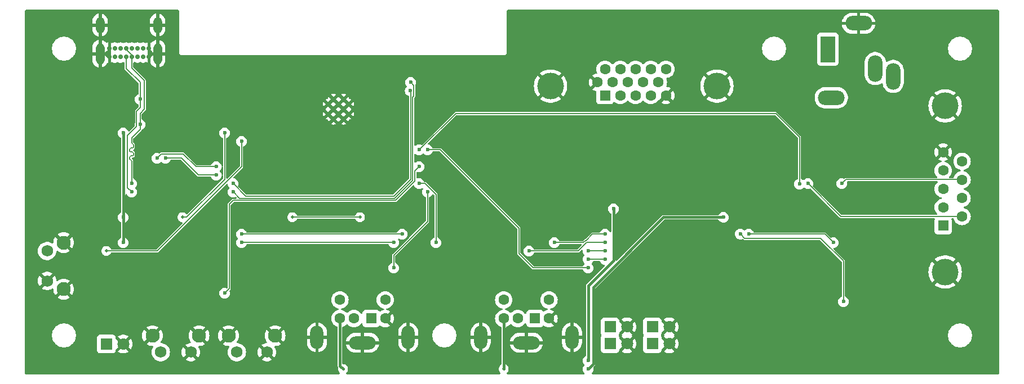
<source format=gbl>
G04 #@! TF.GenerationSoftware,KiCad,Pcbnew,8.0.5*
G04 #@! TF.CreationDate,2025-02-16T13:40:21+01:00*
G04 #@! TF.ProjectId,nTerm2-s,6e546572-6d32-42d7-932e-6b696361645f,0.03*
G04 #@! TF.SameCoordinates,Original*
G04 #@! TF.FileFunction,Copper,L2,Bot*
G04 #@! TF.FilePolarity,Positive*
%FSLAX46Y46*%
G04 Gerber Fmt 4.6, Leading zero omitted, Abs format (unit mm)*
G04 Created by KiCad (PCBNEW 8.0.5) date 2025-02-16 13:40:21*
%MOMM*%
%LPD*%
G01*
G04 APERTURE LIST*
G04 #@! TA.AperFunction,ComponentPad*
%ADD10C,1.750000*%
G04 #@! TD*
G04 #@! TA.AperFunction,ComponentPad*
%ADD11C,2.100000*%
G04 #@! TD*
G04 #@! TA.AperFunction,HeatsinkPad*
%ADD12C,0.600000*%
G04 #@! TD*
G04 #@! TA.AperFunction,ComponentPad*
%ADD13R,1.600000X1.600000*%
G04 #@! TD*
G04 #@! TA.AperFunction,ComponentPad*
%ADD14C,1.600000*%
G04 #@! TD*
G04 #@! TA.AperFunction,ComponentPad*
%ADD15O,2.000000X3.500000*%
G04 #@! TD*
G04 #@! TA.AperFunction,ComponentPad*
%ADD16O,4.000000X2.000000*%
G04 #@! TD*
G04 #@! TA.AperFunction,ComponentPad*
%ADD17R,1.800000X1.800000*%
G04 #@! TD*
G04 #@! TA.AperFunction,ComponentPad*
%ADD18C,1.800000*%
G04 #@! TD*
G04 #@! TA.AperFunction,ComponentPad*
%ADD19C,0.700000*%
G04 #@! TD*
G04 #@! TA.AperFunction,ComponentPad*
%ADD20O,1.300000X3.200000*%
G04 #@! TD*
G04 #@! TA.AperFunction,ComponentPad*
%ADD21O,1.300000X2.500000*%
G04 #@! TD*
G04 #@! TA.AperFunction,ComponentPad*
%ADD22C,4.000000*%
G04 #@! TD*
G04 #@! TA.AperFunction,ComponentPad*
%ADD23O,4.000000X2.200000*%
G04 #@! TD*
G04 #@! TA.AperFunction,ComponentPad*
%ADD24O,2.200000X4.000000*%
G04 #@! TD*
G04 #@! TA.AperFunction,ComponentPad*
%ADD25R,2.200000X4.000000*%
G04 #@! TD*
G04 #@! TA.AperFunction,ViaPad*
%ADD26C,0.600000*%
G04 #@! TD*
G04 #@! TA.AperFunction,ViaPad*
%ADD27C,0.500000*%
G04 #@! TD*
G04 #@! TA.AperFunction,Conductor*
%ADD28C,0.400000*%
G04 #@! TD*
G04 #@! TA.AperFunction,Conductor*
%ADD29C,0.200000*%
G04 #@! TD*
G04 APERTURE END LIST*
D10*
X99506000Y-124038500D03*
X95006000Y-124038500D03*
D11*
X100756000Y-121548500D03*
X93746000Y-121548500D03*
D12*
X120161000Y-86674000D03*
X120161000Y-88199000D03*
X120923500Y-85911500D03*
X120923500Y-87436500D03*
X120923500Y-88961500D03*
X121686000Y-86674000D03*
X121686000Y-88199000D03*
X122448500Y-85911500D03*
X122448500Y-87436500D03*
X122448500Y-88961500D03*
X123211000Y-86674000D03*
X123211000Y-88199000D03*
D10*
X110936000Y-124038500D03*
X106436000Y-124038500D03*
D11*
X112186000Y-121548500D03*
X105176000Y-121548500D03*
D13*
X126616000Y-118958500D03*
D14*
X124016000Y-118958500D03*
X128716000Y-118958500D03*
X121916000Y-118958500D03*
X128716000Y-116158500D03*
X121916000Y-116158500D03*
D15*
X118466000Y-121808500D03*
D16*
X125316000Y-122608500D03*
D15*
X132166000Y-121808500D03*
D17*
X162498000Y-120228500D03*
D18*
X165038000Y-120228500D03*
D17*
X162498000Y-122768500D03*
D18*
X165038000Y-122768500D03*
D17*
X168848000Y-120228500D03*
D18*
X171388000Y-120228500D03*
D17*
X168848000Y-122768500D03*
D18*
X171388000Y-122768500D03*
D13*
X151217000Y-118958500D03*
D14*
X148617000Y-118958500D03*
X153317000Y-118958500D03*
X146517000Y-118958500D03*
X153317000Y-116158500D03*
X146517000Y-116158500D03*
D15*
X143067000Y-121808500D03*
D16*
X149917000Y-122608500D03*
D15*
X156767000Y-121808500D03*
D19*
X93176000Y-79588500D03*
X92326000Y-79588500D03*
X91476000Y-79588500D03*
X90626000Y-79588500D03*
X89776000Y-79588500D03*
X88926000Y-79588500D03*
X88076000Y-79588500D03*
X87226000Y-79588500D03*
X87226000Y-78238500D03*
X88076000Y-78238500D03*
X88926000Y-78238500D03*
X89776000Y-78238500D03*
X90626000Y-78238500D03*
X91476000Y-78238500D03*
X92326000Y-78238500D03*
X93176000Y-78238500D03*
D20*
X94521000Y-79088500D03*
D21*
X94516000Y-74783500D03*
D20*
X85881000Y-79088500D03*
D21*
X85881000Y-74788500D03*
D10*
X77916000Y-113298500D03*
X77916000Y-108798500D03*
D11*
X80406000Y-114548500D03*
X80406000Y-107538500D03*
D17*
X86824750Y-122796000D03*
D18*
X89364750Y-122796000D03*
D22*
X212836000Y-111948500D03*
X212836000Y-86948500D03*
D13*
X212536000Y-104988500D03*
D14*
X212536000Y-102218500D03*
X212536000Y-99448500D03*
X212536000Y-96678500D03*
X212536000Y-93908500D03*
X215376000Y-103603500D03*
X215376000Y-100833500D03*
X215376000Y-98063500D03*
X215376000Y-95293500D03*
D22*
X178551000Y-83958500D03*
X153551000Y-83958500D03*
D13*
X161736000Y-85378500D03*
D14*
X164026000Y-85378500D03*
X166316000Y-85378500D03*
X168606000Y-85378500D03*
X170896000Y-85378500D03*
X160591000Y-83398500D03*
X162881000Y-83398500D03*
X165171000Y-83398500D03*
X167461000Y-83398500D03*
X169751000Y-83398500D03*
X161736000Y-81418500D03*
X164026000Y-81418500D03*
X166316000Y-81418500D03*
X168606000Y-81418500D03*
X170896000Y-81418500D03*
D23*
X199836000Y-74508500D03*
D24*
X205036000Y-82508500D03*
X202336000Y-81308500D03*
D25*
X195236000Y-78408500D03*
D23*
X195736000Y-85708500D03*
D26*
X89346000Y-103718500D03*
X89346000Y-107528500D03*
D27*
X146496000Y-126578500D03*
X122366000Y-126578500D03*
D26*
X89346000Y-91018500D03*
X179516000Y-103718500D03*
X159196000Y-126578500D03*
X103316000Y-87208500D03*
X77916000Y-85938500D03*
X159196000Y-101178500D03*
X194756000Y-124038500D03*
X82996000Y-85938500D03*
X176976000Y-124038500D03*
X94426000Y-99908500D03*
X95696000Y-99908500D03*
X104140000Y-80010000D03*
D27*
X185866000Y-103718500D03*
D26*
X192216000Y-104988500D03*
X86806000Y-82128500D03*
X170180000Y-101600000D03*
X95696000Y-98638500D03*
X84266000Y-102448500D03*
X76646000Y-102448500D03*
X132526000Y-80839500D03*
X116656000Y-99268500D03*
X85536000Y-92288500D03*
X94426000Y-98638500D03*
X163006000Y-102448500D03*
X135066000Y-99908500D03*
X129986000Y-111338500D03*
X159196000Y-125308500D03*
D27*
X98236000Y-103718500D03*
D26*
X104586000Y-91018500D03*
X91886000Y-89748500D03*
X90616000Y-98638500D03*
X133796000Y-93558500D03*
X190946000Y-98720000D03*
X159196000Y-111338500D03*
X135066000Y-93558500D03*
X192216000Y-98638500D03*
X197296000Y-98638500D03*
X197550000Y-116418500D03*
X182056000Y-106239500D03*
X183326000Y-106258500D03*
X196026000Y-107528500D03*
X150306000Y-108798500D03*
X161736000Y-107528500D03*
X161736000Y-106258500D03*
X154116000Y-107528500D03*
X133796000Y-96098500D03*
X104586000Y-115148500D03*
D27*
X124906000Y-103718500D03*
X114746000Y-103718500D03*
X86806000Y-108798500D03*
D26*
X107126000Y-92288500D03*
X133796000Y-98638500D03*
X136336000Y-107528500D03*
X129986000Y-107528500D03*
X107126000Y-107528500D03*
X105856000Y-98638500D03*
X103316000Y-96098500D03*
X132470854Y-84668500D03*
X94426000Y-94828500D03*
X161736000Y-108796210D03*
X159196000Y-108796210D03*
X159196000Y-110049500D03*
X161736000Y-110068500D03*
X107126000Y-106258500D03*
X131256000Y-106258500D03*
X103316000Y-97368500D03*
X132526000Y-83398500D03*
X105856000Y-99908500D03*
X95696000Y-94828500D03*
X91886000Y-85938500D03*
X90616000Y-99908500D03*
D28*
X159958000Y-114259500D02*
X159958000Y-125816500D01*
X179516000Y-103718500D02*
X170499000Y-103718500D01*
X89346000Y-91018500D02*
X89346000Y-107528500D01*
X122366000Y-126578500D02*
X121916000Y-126128500D01*
X170499000Y-103718500D02*
X159958000Y-114259500D01*
X121916000Y-126128500D02*
X121916000Y-118958500D01*
X159958000Y-125816500D02*
X159196000Y-126578500D01*
X146496000Y-118979500D02*
X146517000Y-118958500D01*
X146496000Y-126578500D02*
X146496000Y-118979500D01*
X87226000Y-78238500D02*
X87226000Y-77239000D01*
X93176000Y-77258000D02*
X93218000Y-77216000D01*
X93176000Y-78238500D02*
X93176000Y-78571000D01*
X93176000Y-78571000D02*
X93726000Y-79121000D01*
X93176000Y-79588500D02*
X93176000Y-80857000D01*
X87226000Y-78509000D02*
X86614000Y-79121000D01*
X87226000Y-80876000D02*
X87249000Y-80899000D01*
X93176000Y-80857000D02*
X93218000Y-80899000D01*
X93176000Y-79588500D02*
X93176000Y-78238500D01*
X87226000Y-77239000D02*
X87249000Y-77216000D01*
X87226000Y-79588500D02*
X87226000Y-80876000D01*
X93176000Y-78238500D02*
X93176000Y-77258000D01*
X87226000Y-78238500D02*
X87226000Y-78509000D01*
D29*
X179421000Y-82973831D02*
X179421000Y-82138831D01*
D28*
X87226000Y-79588500D02*
X87226000Y-78238500D01*
D29*
X180456500Y-107909500D02*
X176284500Y-107909500D01*
X180566000Y-84118831D02*
X179421000Y-82973831D01*
D28*
X163006000Y-102448500D02*
X163006000Y-110193212D01*
X159196000Y-114003212D02*
X159196000Y-125308500D01*
X163006000Y-110193212D02*
X159196000Y-114003212D01*
D29*
X135066000Y-104353500D02*
X129986000Y-109433500D01*
X129986000Y-109433500D02*
X129986000Y-111338500D01*
X135066000Y-99908500D02*
X135066000Y-104353500D01*
X104586000Y-98003500D02*
X98871000Y-103718500D01*
X98871000Y-103718500D02*
X98236000Y-103718500D01*
X104586000Y-91018500D02*
X104586000Y-98003500D01*
X90747921Y-94492500D02*
X90616000Y-94492500D01*
X89776000Y-78473000D02*
X89776000Y-78238500D01*
X90626000Y-79323000D02*
X89776000Y-78473000D01*
X90874104Y-92800604D02*
X90874104Y-93163448D01*
X90616000Y-95221564D02*
X90616000Y-95542500D01*
X91886000Y-88097500D02*
X91886000Y-89748500D01*
X90616000Y-95542500D02*
X90616000Y-96225500D01*
X92521000Y-87462500D02*
X91886000Y-88097500D01*
X90352159Y-93424420D02*
X90352159Y-93760580D01*
X90745052Y-93292500D02*
X90616000Y-93292500D01*
X90626000Y-79588500D02*
X90626000Y-81249500D01*
X91886000Y-89748500D02*
X91886000Y-90510500D01*
X90616000Y-93292500D02*
X90484079Y-93292500D01*
X90616000Y-93892500D02*
X90747921Y-93892500D01*
X90616000Y-91780500D02*
X90616000Y-92542500D01*
X90626000Y-81249500D02*
X92521000Y-83144500D01*
X90484079Y-93892500D02*
X90616000Y-93892500D01*
X90616000Y-96225500D02*
X90616000Y-98638500D01*
X90879841Y-94024420D02*
X90879841Y-94360580D01*
X90626000Y-79588500D02*
X90626000Y-79323000D01*
X91886000Y-90510500D02*
X90616000Y-91780500D01*
X90357872Y-94621564D02*
X90357872Y-94963436D01*
X92521000Y-83144500D02*
X92521000Y-87462500D01*
X90616000Y-94492500D02*
X90486936Y-94492500D01*
X90616000Y-92542500D02*
G75*
G03*
X90745052Y-92671600I129100J0D01*
G01*
X90747921Y-93892500D02*
G75*
G02*
X90879800Y-94024420I-21J-131900D01*
G01*
X90352159Y-93760580D02*
G75*
G03*
X90484079Y-93892541I131941J-20D01*
G01*
X90486936Y-95092500D02*
G75*
G02*
X90616000Y-95221564I-36J-129100D01*
G01*
X90357872Y-94963436D02*
G75*
G03*
X90486936Y-95092428I129028J36D01*
G01*
X90486936Y-94492500D02*
G75*
G03*
X90357800Y-94621564I-36J-129100D01*
G01*
X90484079Y-93292500D02*
G75*
G03*
X90352200Y-93424420I21J-131900D01*
G01*
X90879841Y-94360580D02*
G75*
G02*
X90747921Y-94492541I-131941J-20D01*
G01*
X90874104Y-93163448D02*
G75*
G02*
X90745052Y-93292404I-129004J48D01*
G01*
X90745052Y-92671552D02*
G75*
G02*
X90874148Y-92800604I48J-129048D01*
G01*
X139297787Y-88097500D02*
X187390000Y-88097500D01*
X190946000Y-91653500D02*
X190946000Y-98720000D01*
X133796000Y-93558500D02*
X133836787Y-93558500D01*
X133836787Y-93558500D02*
X139297787Y-88097500D01*
X187390000Y-88097500D02*
X190946000Y-91653500D01*
X148782000Y-109179500D02*
X148782000Y-105348000D01*
X136992500Y-93558500D02*
X135066000Y-93558500D01*
X148782000Y-105348000D02*
X136992500Y-93558500D01*
X159196000Y-111338500D02*
X150941000Y-111338500D01*
X150941000Y-111338500D02*
X148782000Y-109179500D01*
X192216000Y-98638500D02*
X197181000Y-103603500D01*
X197181000Y-103603500D02*
X215376000Y-103603500D01*
X215261000Y-103718500D02*
X215376000Y-103603500D01*
X215356500Y-98044000D02*
X215376000Y-98063500D01*
X197890500Y-98044000D02*
X215356500Y-98044000D01*
X197296000Y-98638500D02*
X197890500Y-98044000D01*
X194121000Y-106893500D02*
X182710000Y-106893500D01*
X182710000Y-106893500D02*
X182056000Y-106239500D01*
X197550000Y-116418500D02*
X197550000Y-110322500D01*
X197550000Y-110322500D02*
X194121000Y-106893500D01*
X183326000Y-106258500D02*
X194756000Y-106258500D01*
X194756000Y-106258500D02*
X196026000Y-107528500D01*
X158975419Y-107528500D02*
X157705419Y-108798500D01*
X157705419Y-108798500D02*
X150306000Y-108798500D01*
X161736000Y-107528500D02*
X158975419Y-107528500D01*
X158888000Y-107201500D02*
X158839971Y-107201500D01*
X158512971Y-107528500D02*
X154116000Y-107528500D01*
X158839971Y-107201500D02*
X158512971Y-107528500D01*
X161736000Y-106258500D02*
X159831000Y-106258500D01*
X159831000Y-106258500D02*
X158888000Y-107201500D01*
X130275896Y-101178500D02*
X133180000Y-98274396D01*
X104586000Y-115148500D02*
X105281000Y-114453500D01*
X133180000Y-96714500D02*
X133796000Y-96098500D01*
X105856000Y-101178500D02*
X130275896Y-101178500D01*
X105281000Y-101753500D02*
X105856000Y-101178500D01*
X105281000Y-114453500D02*
X105281000Y-101753500D01*
X133180000Y-98274396D02*
X133180000Y-96714500D01*
X114746000Y-103718500D02*
X124906000Y-103718500D01*
X94426000Y-108798500D02*
X86806000Y-108798500D01*
X107126000Y-96098500D02*
X94426000Y-108798500D01*
X107126000Y-92288500D02*
X107126000Y-96098500D01*
X134685000Y-98638500D02*
X136336000Y-100289500D01*
X133796000Y-98638500D02*
X134685000Y-98638500D01*
X136336000Y-100289500D02*
X136336000Y-107528500D01*
X107126000Y-107528500D02*
X129986000Y-107528500D01*
X132470854Y-84668500D02*
X132526000Y-84723646D01*
X95030855Y-94193500D02*
X94426000Y-94798355D01*
X132526000Y-84723646D02*
X132526000Y-98003500D01*
X98363000Y-94193500D02*
X95030855Y-94193500D01*
X132526000Y-98003500D02*
X130005000Y-100524500D01*
X107742000Y-100524500D02*
X105856000Y-98638500D01*
X94426000Y-94798355D02*
X94426000Y-94828500D01*
X130005000Y-100524500D02*
X107742000Y-100524500D01*
X103316000Y-96098500D02*
X100268000Y-96098500D01*
X100268000Y-96098500D02*
X98363000Y-94193500D01*
X161736000Y-108796210D02*
X159196000Y-108796210D01*
X107126000Y-106258500D02*
X131256000Y-106258500D01*
X161736000Y-110068500D02*
X159215000Y-110068500D01*
X159215000Y-110068500D02*
X159196000Y-110049500D01*
X105856000Y-99908500D02*
X106799000Y-100851500D01*
X106799000Y-100851500D02*
X130140448Y-100851500D01*
X103316000Y-97368500D02*
X100649000Y-97368500D01*
X130140448Y-100851500D02*
X132853000Y-98138948D01*
X132853000Y-85611499D02*
X132997854Y-85466645D01*
X98109000Y-94828500D02*
X95696000Y-94828500D01*
X132853000Y-98138948D02*
X132853000Y-85611499D01*
X132997854Y-85466645D02*
X132997854Y-83870354D01*
X100649000Y-97368500D02*
X98109000Y-94828500D01*
X132997854Y-83870354D02*
X132526000Y-83398500D01*
X91359000Y-90021500D02*
X89981000Y-91399500D01*
X89776000Y-81288500D02*
X91886000Y-83398500D01*
X89981000Y-91399500D02*
X89981000Y-99273500D01*
X89981000Y-99273500D02*
X90616000Y-99908500D01*
X91359000Y-87735500D02*
X91359000Y-90021500D01*
X89776000Y-79588500D02*
X89776000Y-81288500D01*
X91886000Y-87208500D02*
X91359000Y-87735500D01*
X91886000Y-83398500D02*
X91886000Y-87208500D01*
G04 #@! TA.AperFunction,Conductor*
G36*
X164618667Y-120402194D02*
G01*
X164677910Y-120504806D01*
X164761694Y-120588590D01*
X164864306Y-120647833D01*
X164949414Y-120670638D01*
X164239201Y-121380851D01*
X164264633Y-121400645D01*
X164305446Y-121457356D01*
X164309121Y-121527129D01*
X164274490Y-121587812D01*
X164264632Y-121596353D01*
X164239201Y-121616146D01*
X164239200Y-121616147D01*
X164949415Y-122326361D01*
X164864306Y-122349167D01*
X164761694Y-122408410D01*
X164677910Y-122492194D01*
X164618667Y-122594806D01*
X164595861Y-122679915D01*
X163934818Y-122018872D01*
X163901333Y-121957549D01*
X163898499Y-121931191D01*
X163898499Y-121820629D01*
X163898498Y-121820623D01*
X163898497Y-121820616D01*
X163892091Y-121761017D01*
X163841796Y-121626169D01*
X163801851Y-121572810D01*
X163777435Y-121507347D01*
X163792286Y-121439074D01*
X163801852Y-121424189D01*
X163841796Y-121370831D01*
X163892091Y-121235983D01*
X163898500Y-121176373D01*
X163898499Y-121065804D01*
X163918183Y-120998768D01*
X163934818Y-120978126D01*
X164595861Y-120317084D01*
X164618667Y-120402194D01*
G37*
G04 #@! TD.AperFunction*
G04 #@! TA.AperFunction,Conductor*
G36*
X170968667Y-120402194D02*
G01*
X171027910Y-120504806D01*
X171111694Y-120588590D01*
X171214306Y-120647833D01*
X171299414Y-120670638D01*
X170589201Y-121380851D01*
X170614633Y-121400645D01*
X170655446Y-121457356D01*
X170659121Y-121527129D01*
X170624490Y-121587812D01*
X170614632Y-121596353D01*
X170589201Y-121616146D01*
X170589200Y-121616147D01*
X171299415Y-122326361D01*
X171214306Y-122349167D01*
X171111694Y-122408410D01*
X171027910Y-122492194D01*
X170968667Y-122594806D01*
X170945861Y-122679915D01*
X170284818Y-122018872D01*
X170251333Y-121957549D01*
X170248499Y-121931191D01*
X170248499Y-121820629D01*
X170248498Y-121820623D01*
X170248497Y-121820616D01*
X170242091Y-121761017D01*
X170191796Y-121626169D01*
X170151851Y-121572810D01*
X170127435Y-121507347D01*
X170142286Y-121439074D01*
X170151852Y-121424189D01*
X170191796Y-121370831D01*
X170242091Y-121235983D01*
X170248500Y-121176373D01*
X170248499Y-121065804D01*
X170268183Y-120998768D01*
X170284818Y-120978126D01*
X170945861Y-120317084D01*
X170968667Y-120402194D01*
G37*
G04 #@! TD.AperFunction*
G04 #@! TA.AperFunction,Conductor*
G36*
X86818785Y-78834039D02*
G01*
X86829554Y-78838500D01*
X86950000Y-78838500D01*
X87017039Y-78858185D01*
X87062794Y-78910989D01*
X87074000Y-78962500D01*
X87074000Y-79082947D01*
X87225560Y-79234507D01*
X87259045Y-79295830D01*
X87255811Y-79360504D01*
X87246714Y-79388500D01*
X87186218Y-79388500D01*
X87112709Y-79418948D01*
X87056448Y-79475209D01*
X87026000Y-79548718D01*
X87026000Y-79628282D01*
X87056448Y-79701791D01*
X87112709Y-79758052D01*
X87119318Y-79760789D01*
X87097085Y-79766408D01*
X87030844Y-79744185D01*
X87014126Y-79730179D01*
X86622447Y-79338500D01*
X86231000Y-79338500D01*
X86231000Y-78838500D01*
X86713106Y-78838500D01*
X86723875Y-78834039D01*
X86793344Y-78826569D01*
X86818785Y-78834039D01*
G37*
G04 #@! TD.AperFunction*
G04 #@! TA.AperFunction,Conductor*
G36*
X93678125Y-78834039D02*
G01*
X93688894Y-78838500D01*
X94171000Y-78838500D01*
X94171000Y-79338500D01*
X93779552Y-79338500D01*
X93387873Y-79730179D01*
X93326550Y-79763664D01*
X93283222Y-79760565D01*
X93289291Y-79758052D01*
X93345552Y-79701791D01*
X93376000Y-79628282D01*
X93376000Y-79548718D01*
X93345552Y-79475209D01*
X93289291Y-79418948D01*
X93215782Y-79388500D01*
X93155285Y-79388500D01*
X93146188Y-79360506D01*
X93144192Y-79290667D01*
X93176439Y-79234506D01*
X93328000Y-79082947D01*
X93328000Y-78962500D01*
X93347685Y-78895461D01*
X93400489Y-78849706D01*
X93452000Y-78838500D01*
X93572446Y-78838500D01*
X93583215Y-78834039D01*
X93652684Y-78826569D01*
X93678125Y-78834039D01*
G37*
G04 #@! TD.AperFunction*
G04 #@! TA.AperFunction,Conductor*
G36*
X97678156Y-72488685D02*
G01*
X97723911Y-72541489D01*
X97735116Y-72593075D01*
X97734899Y-72947897D01*
X97731339Y-78752348D01*
X97731295Y-78753043D01*
X97731295Y-78826912D01*
X97731255Y-78892089D01*
X97731294Y-78892388D01*
X97748451Y-78956422D01*
X97748450Y-78956422D01*
X97748470Y-78956493D01*
X97765285Y-79019403D01*
X97765344Y-79019544D01*
X97765402Y-79019685D01*
X97798564Y-79077123D01*
X97798584Y-79077197D01*
X97798601Y-79077188D01*
X97831111Y-79133575D01*
X97831297Y-79133817D01*
X97878074Y-79180593D01*
X97878129Y-79180648D01*
X97924236Y-79226812D01*
X97924249Y-79226822D01*
X97924296Y-79226858D01*
X97924482Y-79227001D01*
X97981730Y-79260052D01*
X97981786Y-79260111D01*
X97981798Y-79260092D01*
X98038325Y-79292774D01*
X98038605Y-79292889D01*
X98038609Y-79292892D01*
X98101964Y-79309867D01*
X98102033Y-79309909D01*
X98102039Y-79309888D01*
X98125380Y-79316157D01*
X98165596Y-79326960D01*
X98165602Y-79326960D01*
X98165902Y-79327000D01*
X98231488Y-79327000D01*
X98297380Y-79327040D01*
X98297382Y-79327039D01*
X98305071Y-79327044D01*
X98305758Y-79327000D01*
X146561890Y-79327000D01*
X146561892Y-79327000D01*
X146689186Y-79292892D01*
X146803314Y-79227000D01*
X146896500Y-79133814D01*
X146962392Y-79019686D01*
X146996500Y-78892392D01*
X146996500Y-78200495D01*
X185335500Y-78200495D01*
X185335500Y-78436504D01*
X185335501Y-78436520D01*
X185355224Y-78586335D01*
X185366307Y-78670514D01*
X185408214Y-78826912D01*
X185427394Y-78898493D01*
X185517714Y-79116545D01*
X185517719Y-79116556D01*
X185585819Y-79234507D01*
X185635727Y-79320950D01*
X185635729Y-79320953D01*
X185635730Y-79320954D01*
X185779406Y-79508197D01*
X185779412Y-79508204D01*
X185946295Y-79675087D01*
X185946301Y-79675092D01*
X186133550Y-79818773D01*
X186264918Y-79894618D01*
X186337943Y-79936780D01*
X186337948Y-79936782D01*
X186337951Y-79936784D01*
X186556007Y-80027106D01*
X186783986Y-80088193D01*
X187017989Y-80119000D01*
X187017996Y-80119000D01*
X187254004Y-80119000D01*
X187254011Y-80119000D01*
X187488014Y-80088193D01*
X187715993Y-80027106D01*
X187934049Y-79936784D01*
X188138450Y-79818773D01*
X188325699Y-79675092D01*
X188492592Y-79508199D01*
X188636273Y-79320950D01*
X188754284Y-79116549D01*
X188844606Y-78898493D01*
X188905693Y-78670514D01*
X188936500Y-78436511D01*
X188936500Y-78200489D01*
X188905693Y-77966486D01*
X188844606Y-77738507D01*
X188754284Y-77520451D01*
X188754282Y-77520448D01*
X188754280Y-77520443D01*
X188710411Y-77444461D01*
X188636273Y-77316050D01*
X188492592Y-77128801D01*
X188492587Y-77128795D01*
X188325704Y-76961912D01*
X188325697Y-76961906D01*
X188138454Y-76818230D01*
X188138453Y-76818229D01*
X188138450Y-76818227D01*
X188056957Y-76771177D01*
X187934056Y-76700219D01*
X187934045Y-76700214D01*
X187715993Y-76609894D01*
X187488010Y-76548806D01*
X187254020Y-76518001D01*
X187254017Y-76518000D01*
X187254011Y-76518000D01*
X187017989Y-76518000D01*
X187017983Y-76518000D01*
X187017979Y-76518001D01*
X186783989Y-76548806D01*
X186556006Y-76609894D01*
X186337954Y-76700214D01*
X186337943Y-76700219D01*
X186133545Y-76818230D01*
X185946302Y-76961906D01*
X185946295Y-76961912D01*
X185779412Y-77128795D01*
X185779406Y-77128802D01*
X185635730Y-77316045D01*
X185517719Y-77520443D01*
X185517714Y-77520454D01*
X185427394Y-77738506D01*
X185366306Y-77966489D01*
X185335501Y-78200479D01*
X185335500Y-78200495D01*
X146996500Y-78200495D01*
X146996500Y-76360635D01*
X193635500Y-76360635D01*
X193635500Y-80456370D01*
X193635501Y-80456376D01*
X193641908Y-80515983D01*
X193692202Y-80650828D01*
X193692206Y-80650835D01*
X193778452Y-80766044D01*
X193778455Y-80766047D01*
X193893664Y-80852293D01*
X193893671Y-80852297D01*
X194028517Y-80902591D01*
X194028516Y-80902591D01*
X194035444Y-80903335D01*
X194088127Y-80909000D01*
X196383872Y-80908999D01*
X196443483Y-80902591D01*
X196578331Y-80852296D01*
X196693546Y-80766046D01*
X196779796Y-80650831D01*
X196830091Y-80515983D01*
X196836500Y-80456373D01*
X196836500Y-80282538D01*
X200735500Y-80282538D01*
X200735500Y-82334461D01*
X200774910Y-82583285D01*
X200852760Y-82822883D01*
X200918642Y-82952182D01*
X200965908Y-83044947D01*
X200967132Y-83047348D01*
X201115201Y-83251149D01*
X201115205Y-83251154D01*
X201293345Y-83429294D01*
X201293350Y-83429298D01*
X201415077Y-83517737D01*
X201497155Y-83577370D01*
X201629003Y-83644550D01*
X201721616Y-83691739D01*
X201721618Y-83691739D01*
X201721621Y-83691741D01*
X201961215Y-83769590D01*
X202210038Y-83809000D01*
X202210039Y-83809000D01*
X202461961Y-83809000D01*
X202461962Y-83809000D01*
X202710785Y-83769590D01*
X202950379Y-83691741D01*
X203174845Y-83577370D01*
X203250993Y-83522045D01*
X203316797Y-83498566D01*
X203384851Y-83514391D01*
X203433546Y-83564497D01*
X203446350Y-83602966D01*
X203474909Y-83783285D01*
X203552760Y-84022883D01*
X203667132Y-84247348D01*
X203815201Y-84451149D01*
X203815205Y-84451154D01*
X203993345Y-84629294D01*
X203993350Y-84629298D01*
X204110528Y-84714432D01*
X204197155Y-84777370D01*
X204340184Y-84850247D01*
X204421616Y-84891739D01*
X204421618Y-84891739D01*
X204421621Y-84891741D01*
X204661215Y-84969590D01*
X204910038Y-85009000D01*
X204910039Y-85009000D01*
X205161961Y-85009000D01*
X205161962Y-85009000D01*
X205410785Y-84969590D01*
X205650379Y-84891741D01*
X205874845Y-84777370D01*
X206078656Y-84629293D01*
X206256793Y-84451156D01*
X206404870Y-84247345D01*
X206519241Y-84022879D01*
X206597090Y-83783285D01*
X206636500Y-83534462D01*
X206636500Y-81482538D01*
X206597090Y-81233715D01*
X206519241Y-80994121D01*
X206519239Y-80994118D01*
X206519239Y-80994116D01*
X206446978Y-80852297D01*
X206404870Y-80769655D01*
X206325642Y-80660607D01*
X206256798Y-80565850D01*
X206256794Y-80565845D01*
X206078654Y-80387705D01*
X206078649Y-80387701D01*
X205874848Y-80239632D01*
X205874847Y-80239631D01*
X205874845Y-80239630D01*
X205780891Y-80191758D01*
X205650383Y-80125260D01*
X205410785Y-80047410D01*
X205324319Y-80033715D01*
X205161962Y-80008000D01*
X204910038Y-80008000D01*
X204789415Y-80027105D01*
X204661214Y-80047410D01*
X204421616Y-80125260D01*
X204197152Y-80239631D01*
X204121006Y-80294954D01*
X204055200Y-80318433D01*
X203987146Y-80302607D01*
X203938452Y-80252501D01*
X203925650Y-80214035D01*
X203897090Y-80033715D01*
X203894942Y-80027105D01*
X203827251Y-79818773D01*
X203819241Y-79794121D01*
X203819239Y-79794118D01*
X203819239Y-79794116D01*
X203777747Y-79712684D01*
X203704870Y-79569655D01*
X203636251Y-79475209D01*
X203556798Y-79365850D01*
X203556794Y-79365845D01*
X203378654Y-79187705D01*
X203378649Y-79187701D01*
X203174848Y-79039632D01*
X203174847Y-79039631D01*
X203174845Y-79039630D01*
X203104747Y-79003913D01*
X202950383Y-78925260D01*
X202710785Y-78847410D01*
X202626364Y-78834039D01*
X202461962Y-78808000D01*
X202210038Y-78808000D01*
X202092799Y-78826569D01*
X201961214Y-78847410D01*
X201721616Y-78925260D01*
X201497151Y-79039632D01*
X201293350Y-79187701D01*
X201293345Y-79187705D01*
X201115205Y-79365845D01*
X201115201Y-79365850D01*
X200967132Y-79569651D01*
X200852760Y-79794116D01*
X200774910Y-80033714D01*
X200735500Y-80282538D01*
X196836500Y-80282538D01*
X196836499Y-78200495D01*
X213275500Y-78200495D01*
X213275500Y-78436504D01*
X213275501Y-78436520D01*
X213295224Y-78586335D01*
X213306307Y-78670514D01*
X213348214Y-78826912D01*
X213367394Y-78898493D01*
X213457714Y-79116545D01*
X213457719Y-79116556D01*
X213525819Y-79234507D01*
X213575727Y-79320950D01*
X213575729Y-79320953D01*
X213575730Y-79320954D01*
X213719406Y-79508197D01*
X213719412Y-79508204D01*
X213886295Y-79675087D01*
X213886301Y-79675092D01*
X214073550Y-79818773D01*
X214204918Y-79894618D01*
X214277943Y-79936780D01*
X214277948Y-79936782D01*
X214277951Y-79936784D01*
X214496007Y-80027106D01*
X214723986Y-80088193D01*
X214957989Y-80119000D01*
X214957996Y-80119000D01*
X215194004Y-80119000D01*
X215194011Y-80119000D01*
X215428014Y-80088193D01*
X215655993Y-80027106D01*
X215874049Y-79936784D01*
X216078450Y-79818773D01*
X216265699Y-79675092D01*
X216432592Y-79508199D01*
X216576273Y-79320950D01*
X216694284Y-79116549D01*
X216784606Y-78898493D01*
X216845693Y-78670514D01*
X216876500Y-78436511D01*
X216876500Y-78200489D01*
X216845693Y-77966486D01*
X216784606Y-77738507D01*
X216694284Y-77520451D01*
X216694282Y-77520448D01*
X216694280Y-77520443D01*
X216650411Y-77444461D01*
X216576273Y-77316050D01*
X216432592Y-77128801D01*
X216432587Y-77128795D01*
X216265704Y-76961912D01*
X216265697Y-76961906D01*
X216078454Y-76818230D01*
X216078453Y-76818229D01*
X216078450Y-76818227D01*
X215996957Y-76771177D01*
X215874056Y-76700219D01*
X215874045Y-76700214D01*
X215655993Y-76609894D01*
X215428010Y-76548806D01*
X215194020Y-76518001D01*
X215194017Y-76518000D01*
X215194011Y-76518000D01*
X214957989Y-76518000D01*
X214957983Y-76518000D01*
X214957979Y-76518001D01*
X214723989Y-76548806D01*
X214496006Y-76609894D01*
X214277954Y-76700214D01*
X214277943Y-76700219D01*
X214073545Y-76818230D01*
X213886302Y-76961906D01*
X213886295Y-76961912D01*
X213719412Y-77128795D01*
X213719406Y-77128802D01*
X213575730Y-77316045D01*
X213457719Y-77520443D01*
X213457714Y-77520454D01*
X213367394Y-77738506D01*
X213306306Y-77966489D01*
X213275501Y-78200479D01*
X213275500Y-78200495D01*
X196836499Y-78200495D01*
X196836499Y-76360628D01*
X196830091Y-76301017D01*
X196779796Y-76166169D01*
X196779795Y-76166168D01*
X196779793Y-76166164D01*
X196693547Y-76050955D01*
X196693544Y-76050952D01*
X196578335Y-75964706D01*
X196578328Y-75964702D01*
X196443482Y-75914408D01*
X196443483Y-75914408D01*
X196383883Y-75908001D01*
X196383881Y-75908000D01*
X196383873Y-75908000D01*
X196383864Y-75908000D01*
X194088129Y-75908000D01*
X194088123Y-75908001D01*
X194028516Y-75914408D01*
X193893671Y-75964702D01*
X193893664Y-75964706D01*
X193778455Y-76050952D01*
X193778452Y-76050955D01*
X193692206Y-76166164D01*
X193692202Y-76166171D01*
X193641908Y-76301017D01*
X193635501Y-76360616D01*
X193635501Y-76360623D01*
X193635500Y-76360635D01*
X146996500Y-76360635D01*
X146996500Y-74258500D01*
X197355652Y-74258500D01*
X199235999Y-74258500D01*
X199210979Y-74318902D01*
X199186000Y-74444481D01*
X199186000Y-74572519D01*
X199210979Y-74698098D01*
X199235999Y-74758500D01*
X197355652Y-74758500D01*
X197375397Y-74883168D01*
X197375397Y-74883171D01*
X197453219Y-75122684D01*
X197567557Y-75347083D01*
X197715590Y-75550831D01*
X197715590Y-75550832D01*
X197893667Y-75728909D01*
X198097416Y-75876942D01*
X198321815Y-75991280D01*
X198561330Y-76069102D01*
X198810072Y-76108500D01*
X199586000Y-76108500D01*
X199586000Y-75108501D01*
X199646402Y-75133521D01*
X199771981Y-75158500D01*
X199900019Y-75158500D01*
X200025598Y-75133521D01*
X200086000Y-75108501D01*
X200086000Y-76108500D01*
X200861928Y-76108500D01*
X201110669Y-76069102D01*
X201350184Y-75991280D01*
X201574583Y-75876942D01*
X201778331Y-75728909D01*
X201778332Y-75728909D01*
X201956409Y-75550832D01*
X201956409Y-75550831D01*
X202104442Y-75347083D01*
X202218780Y-75122684D01*
X202296602Y-74883171D01*
X202296602Y-74883168D01*
X202316348Y-74758500D01*
X200436001Y-74758500D01*
X200461021Y-74698098D01*
X200486000Y-74572519D01*
X200486000Y-74444481D01*
X200461021Y-74318902D01*
X200436001Y-74258500D01*
X202316348Y-74258500D01*
X202296602Y-74133831D01*
X202296602Y-74133828D01*
X202218780Y-73894315D01*
X202104442Y-73669916D01*
X201956409Y-73466168D01*
X201956409Y-73466167D01*
X201778332Y-73288090D01*
X201574583Y-73140057D01*
X201350184Y-73025719D01*
X201110669Y-72947897D01*
X200861928Y-72908500D01*
X200086000Y-72908500D01*
X200086000Y-73908498D01*
X200025598Y-73883479D01*
X199900019Y-73858500D01*
X199771981Y-73858500D01*
X199646402Y-73883479D01*
X199586000Y-73908498D01*
X199586000Y-72908500D01*
X198810072Y-72908500D01*
X198561330Y-72947897D01*
X198321815Y-73025719D01*
X198097416Y-73140057D01*
X197893668Y-73288090D01*
X197893667Y-73288090D01*
X197715590Y-73466167D01*
X197715590Y-73466168D01*
X197567557Y-73669916D01*
X197453219Y-73894315D01*
X197375397Y-74133828D01*
X197375397Y-74133831D01*
X197355652Y-74258500D01*
X146996500Y-74258500D01*
X146996500Y-72593000D01*
X147016185Y-72525961D01*
X147068989Y-72480206D01*
X147120500Y-72469000D01*
X220801500Y-72469000D01*
X220868539Y-72488685D01*
X220914294Y-72541489D01*
X220925500Y-72593000D01*
X220925500Y-127224000D01*
X220905815Y-127291039D01*
X220853011Y-127336794D01*
X220801500Y-127348000D01*
X159857940Y-127348000D01*
X159790901Y-127328315D01*
X159745146Y-127275511D01*
X159735202Y-127206353D01*
X159764227Y-127142797D01*
X159770259Y-127136319D01*
X159825816Y-127080762D01*
X159921789Y-126928022D01*
X159981368Y-126757755D01*
X159981369Y-126757749D01*
X160001565Y-126578503D01*
X160001565Y-126578496D01*
X159981369Y-126399253D01*
X159981368Y-126399252D01*
X159981368Y-126399245D01*
X159970043Y-126366882D01*
X159966481Y-126297108D01*
X159999401Y-126238252D01*
X160220065Y-126017590D01*
X160263181Y-125942910D01*
X160285500Y-125859616D01*
X160285500Y-125773384D01*
X160285500Y-119280635D01*
X161097500Y-119280635D01*
X161097500Y-121176370D01*
X161097501Y-121176376D01*
X161103908Y-121235983D01*
X161154202Y-121370828D01*
X161154203Y-121370830D01*
X161194148Y-121424189D01*
X161218565Y-121489653D01*
X161203714Y-121557926D01*
X161194148Y-121572811D01*
X161154203Y-121626169D01*
X161154202Y-121626171D01*
X161103908Y-121761017D01*
X161097501Y-121820616D01*
X161097501Y-121820623D01*
X161097500Y-121820635D01*
X161097500Y-123716370D01*
X161097501Y-123716376D01*
X161103908Y-123775983D01*
X161154202Y-123910828D01*
X161154206Y-123910835D01*
X161240452Y-124026044D01*
X161240455Y-124026047D01*
X161355664Y-124112293D01*
X161355671Y-124112297D01*
X161490517Y-124162591D01*
X161490516Y-124162591D01*
X161497444Y-124163335D01*
X161550127Y-124169000D01*
X163445872Y-124168999D01*
X163505483Y-124162591D01*
X163640331Y-124112296D01*
X163755546Y-124026046D01*
X163841796Y-123910831D01*
X163892091Y-123775983D01*
X163898500Y-123716373D01*
X163898499Y-123605804D01*
X163918183Y-123538768D01*
X163934818Y-123518126D01*
X164595861Y-122857084D01*
X164618667Y-122942194D01*
X164677910Y-123044806D01*
X164761694Y-123128590D01*
X164864306Y-123187833D01*
X164949414Y-123210638D01*
X164239201Y-123920851D01*
X164269649Y-123944550D01*
X164473697Y-124054976D01*
X164473706Y-124054979D01*
X164693139Y-124130311D01*
X164921993Y-124168500D01*
X165154007Y-124168500D01*
X165382860Y-124130311D01*
X165602293Y-124054979D01*
X165602301Y-124054976D01*
X165806355Y-123944547D01*
X165836797Y-123920851D01*
X165836798Y-123920850D01*
X165126585Y-123210637D01*
X165211694Y-123187833D01*
X165314306Y-123128590D01*
X165398090Y-123044806D01*
X165457333Y-122942194D01*
X165480138Y-122857085D01*
X166189186Y-123566133D01*
X166273482Y-123437111D01*
X166366682Y-123224635D01*
X166423638Y-122999718D01*
X166442798Y-122768505D01*
X166442798Y-122768494D01*
X166423638Y-122537281D01*
X166366682Y-122312364D01*
X166273484Y-122099893D01*
X166189186Y-121970865D01*
X165480137Y-122679914D01*
X165457333Y-122594806D01*
X165398090Y-122492194D01*
X165314306Y-122408410D01*
X165211694Y-122349167D01*
X165126584Y-122326361D01*
X165836797Y-121616147D01*
X165836797Y-121616146D01*
X165811367Y-121596353D01*
X165770555Y-121539643D01*
X165766880Y-121469870D01*
X165801512Y-121409187D01*
X165811366Y-121400648D01*
X165836797Y-121380852D01*
X165836798Y-121380850D01*
X165126585Y-120670637D01*
X165211694Y-120647833D01*
X165314306Y-120588590D01*
X165398090Y-120504806D01*
X165457333Y-120402194D01*
X165480138Y-120317085D01*
X166189186Y-121026133D01*
X166273482Y-120897111D01*
X166366682Y-120684635D01*
X166423638Y-120459718D01*
X166442798Y-120228505D01*
X166442798Y-120228494D01*
X166423638Y-119997281D01*
X166366682Y-119772364D01*
X166273484Y-119559893D01*
X166189186Y-119430865D01*
X165480137Y-120139914D01*
X165457333Y-120054806D01*
X165398090Y-119952194D01*
X165314306Y-119868410D01*
X165211694Y-119809167D01*
X165126584Y-119786361D01*
X165632309Y-119280635D01*
X167447500Y-119280635D01*
X167447500Y-121176370D01*
X167447501Y-121176376D01*
X167453908Y-121235983D01*
X167504202Y-121370828D01*
X167504203Y-121370830D01*
X167544148Y-121424189D01*
X167568565Y-121489653D01*
X167553714Y-121557926D01*
X167544148Y-121572811D01*
X167504203Y-121626169D01*
X167504202Y-121626171D01*
X167453908Y-121761017D01*
X167447501Y-121820616D01*
X167447501Y-121820623D01*
X167447500Y-121820635D01*
X167447500Y-123716370D01*
X167447501Y-123716376D01*
X167453908Y-123775983D01*
X167504202Y-123910828D01*
X167504206Y-123910835D01*
X167590452Y-124026044D01*
X167590455Y-124026047D01*
X167705664Y-124112293D01*
X167705671Y-124112297D01*
X167840517Y-124162591D01*
X167840516Y-124162591D01*
X167847444Y-124163335D01*
X167900127Y-124169000D01*
X169795872Y-124168999D01*
X169855483Y-124162591D01*
X169990331Y-124112296D01*
X170105546Y-124026046D01*
X170191796Y-123910831D01*
X170242091Y-123775983D01*
X170248500Y-123716373D01*
X170248499Y-123605804D01*
X170268183Y-123538768D01*
X170284818Y-123518126D01*
X170945861Y-122857084D01*
X170968667Y-122942194D01*
X171027910Y-123044806D01*
X171111694Y-123128590D01*
X171214306Y-123187833D01*
X171299414Y-123210638D01*
X170589201Y-123920851D01*
X170619649Y-123944550D01*
X170823697Y-124054976D01*
X170823706Y-124054979D01*
X171043139Y-124130311D01*
X171271993Y-124168500D01*
X171504007Y-124168500D01*
X171732860Y-124130311D01*
X171952293Y-124054979D01*
X171952301Y-124054976D01*
X172156355Y-123944547D01*
X172186797Y-123920851D01*
X172186798Y-123920850D01*
X171476585Y-123210637D01*
X171561694Y-123187833D01*
X171664306Y-123128590D01*
X171748090Y-123044806D01*
X171807333Y-122942194D01*
X171830138Y-122857085D01*
X172539186Y-123566133D01*
X172623482Y-123437111D01*
X172716682Y-123224635D01*
X172773638Y-122999718D01*
X172792798Y-122768505D01*
X172792798Y-122768494D01*
X172773638Y-122537281D01*
X172716682Y-122312364D01*
X172623484Y-122099893D01*
X172539186Y-121970865D01*
X171830137Y-122679914D01*
X171807333Y-122594806D01*
X171748090Y-122492194D01*
X171664306Y-122408410D01*
X171561694Y-122349167D01*
X171476584Y-122326361D01*
X172186797Y-121616147D01*
X172186797Y-121616146D01*
X172161367Y-121596353D01*
X172120555Y-121539643D01*
X172116880Y-121469870D01*
X172151512Y-121409187D01*
X172161366Y-121400648D01*
X172186797Y-121380852D01*
X172186798Y-121380850D01*
X172186443Y-121380495D01*
X213275500Y-121380495D01*
X213275500Y-121616504D01*
X213275501Y-121616520D01*
X213305993Y-121848135D01*
X213306307Y-121850514D01*
X213320117Y-121902053D01*
X213367394Y-122078493D01*
X213457714Y-122296545D01*
X213457719Y-122296556D01*
X213493483Y-122358500D01*
X213575727Y-122500950D01*
X213575729Y-122500953D01*
X213575730Y-122500954D01*
X213719406Y-122688197D01*
X213719412Y-122688204D01*
X213886295Y-122855087D01*
X213886302Y-122855093D01*
X213949988Y-122903961D01*
X214073550Y-122998773D01*
X214200913Y-123072306D01*
X214277943Y-123116780D01*
X214277948Y-123116782D01*
X214277951Y-123116784D01*
X214496007Y-123207106D01*
X214723986Y-123268193D01*
X214957989Y-123299000D01*
X214957996Y-123299000D01*
X215194004Y-123299000D01*
X215194011Y-123299000D01*
X215428014Y-123268193D01*
X215655993Y-123207106D01*
X215874049Y-123116784D01*
X216078450Y-122998773D01*
X216265699Y-122855092D01*
X216432592Y-122688199D01*
X216576273Y-122500950D01*
X216694284Y-122296549D01*
X216784606Y-122078493D01*
X216845693Y-121850514D01*
X216876500Y-121616511D01*
X216876500Y-121380489D01*
X216845693Y-121146486D01*
X216784606Y-120918507D01*
X216694284Y-120700451D01*
X216694282Y-120700448D01*
X216694280Y-120700443D01*
X216652118Y-120627418D01*
X216576273Y-120496050D01*
X216439573Y-120317899D01*
X216432593Y-120308802D01*
X216432587Y-120308795D01*
X216265704Y-120141912D01*
X216265697Y-120141906D01*
X216078454Y-119998230D01*
X216078453Y-119998229D01*
X216078450Y-119998227D01*
X215933199Y-119914366D01*
X215874056Y-119880219D01*
X215874045Y-119880214D01*
X215655993Y-119789894D01*
X215556545Y-119763247D01*
X215428014Y-119728807D01*
X215428013Y-119728806D01*
X215428010Y-119728806D01*
X215194020Y-119698001D01*
X215194017Y-119698000D01*
X215194011Y-119698000D01*
X214957989Y-119698000D01*
X214957983Y-119698000D01*
X214957979Y-119698001D01*
X214723989Y-119728806D01*
X214496006Y-119789894D01*
X214277954Y-119880214D01*
X214277943Y-119880219D01*
X214073545Y-119998230D01*
X213886302Y-120141906D01*
X213886295Y-120141912D01*
X213719412Y-120308795D01*
X213719406Y-120308802D01*
X213575730Y-120496045D01*
X213457719Y-120700443D01*
X213457714Y-120700454D01*
X213367394Y-120918506D01*
X213306306Y-121146489D01*
X213275501Y-121380479D01*
X213275500Y-121380495D01*
X172186443Y-121380495D01*
X171476585Y-120670637D01*
X171561694Y-120647833D01*
X171664306Y-120588590D01*
X171748090Y-120504806D01*
X171807333Y-120402194D01*
X171830138Y-120317085D01*
X172539186Y-121026133D01*
X172623482Y-120897111D01*
X172716682Y-120684635D01*
X172773638Y-120459718D01*
X172792798Y-120228505D01*
X172792798Y-120228494D01*
X172773638Y-119997281D01*
X172716682Y-119772364D01*
X172623484Y-119559893D01*
X172539186Y-119430865D01*
X171830137Y-120139914D01*
X171807333Y-120054806D01*
X171748090Y-119952194D01*
X171664306Y-119868410D01*
X171561694Y-119809167D01*
X171476584Y-119786361D01*
X172186797Y-119076147D01*
X172186797Y-119076145D01*
X172156360Y-119052455D01*
X172156354Y-119052451D01*
X171952302Y-118942023D01*
X171952293Y-118942020D01*
X171732860Y-118866688D01*
X171504007Y-118828500D01*
X171271993Y-118828500D01*
X171043139Y-118866688D01*
X170823706Y-118942020D01*
X170823697Y-118942023D01*
X170619650Y-119052449D01*
X170589200Y-119076147D01*
X171299415Y-119786361D01*
X171214306Y-119809167D01*
X171111694Y-119868410D01*
X171027910Y-119952194D01*
X170968667Y-120054806D01*
X170945861Y-120139915D01*
X170284818Y-119478872D01*
X170251333Y-119417549D01*
X170248499Y-119391191D01*
X170248499Y-119280629D01*
X170248498Y-119280623D01*
X170248497Y-119280616D01*
X170242091Y-119221017D01*
X170228694Y-119185099D01*
X170191797Y-119086171D01*
X170191793Y-119086164D01*
X170105547Y-118970955D01*
X170105544Y-118970952D01*
X169990335Y-118884706D01*
X169990328Y-118884702D01*
X169855482Y-118834408D01*
X169855483Y-118834408D01*
X169795883Y-118828001D01*
X169795881Y-118828000D01*
X169795873Y-118828000D01*
X169795864Y-118828000D01*
X167900129Y-118828000D01*
X167900123Y-118828001D01*
X167840516Y-118834408D01*
X167705671Y-118884702D01*
X167705664Y-118884706D01*
X167590455Y-118970952D01*
X167590452Y-118970955D01*
X167504206Y-119086164D01*
X167504202Y-119086171D01*
X167453908Y-119221017D01*
X167447720Y-119278580D01*
X167447501Y-119280623D01*
X167447500Y-119280635D01*
X165632309Y-119280635D01*
X165836797Y-119076147D01*
X165836797Y-119076145D01*
X165806360Y-119052455D01*
X165806354Y-119052451D01*
X165602302Y-118942023D01*
X165602293Y-118942020D01*
X165382860Y-118866688D01*
X165154007Y-118828500D01*
X164921993Y-118828500D01*
X164693139Y-118866688D01*
X164473706Y-118942020D01*
X164473697Y-118942023D01*
X164269650Y-119052449D01*
X164239200Y-119076147D01*
X164949415Y-119786361D01*
X164864306Y-119809167D01*
X164761694Y-119868410D01*
X164677910Y-119952194D01*
X164618667Y-120054806D01*
X164595861Y-120139915D01*
X163934818Y-119478872D01*
X163901333Y-119417549D01*
X163898499Y-119391191D01*
X163898499Y-119280629D01*
X163898498Y-119280623D01*
X163898497Y-119280616D01*
X163892091Y-119221017D01*
X163878694Y-119185099D01*
X163841797Y-119086171D01*
X163841793Y-119086164D01*
X163755547Y-118970955D01*
X163755544Y-118970952D01*
X163640335Y-118884706D01*
X163640328Y-118884702D01*
X163505482Y-118834408D01*
X163505483Y-118834408D01*
X163445883Y-118828001D01*
X163445881Y-118828000D01*
X163445873Y-118828000D01*
X163445864Y-118828000D01*
X161550129Y-118828000D01*
X161550123Y-118828001D01*
X161490516Y-118834408D01*
X161355671Y-118884702D01*
X161355664Y-118884706D01*
X161240455Y-118970952D01*
X161240452Y-118970955D01*
X161154206Y-119086164D01*
X161154202Y-119086171D01*
X161103908Y-119221017D01*
X161097720Y-119278580D01*
X161097501Y-119280623D01*
X161097500Y-119280635D01*
X160285500Y-119280635D01*
X160285500Y-114446517D01*
X160305185Y-114379478D01*
X160321819Y-114358836D01*
X168441159Y-106239496D01*
X181250435Y-106239496D01*
X181250435Y-106239503D01*
X181270630Y-106418749D01*
X181270631Y-106418754D01*
X181330211Y-106589023D01*
X181424504Y-106739088D01*
X181426184Y-106741762D01*
X181553738Y-106869316D01*
X181706478Y-106965289D01*
X181830351Y-107008634D01*
X181876745Y-107024868D01*
X181876750Y-107024869D01*
X182055996Y-107045065D01*
X182056000Y-107045065D01*
X182056004Y-107045065D01*
X182235249Y-107024869D01*
X182235251Y-107024868D01*
X182235255Y-107024868D01*
X182235258Y-107024866D01*
X182235262Y-107024866D01*
X182372377Y-106976887D01*
X182442156Y-106973324D01*
X182501013Y-107006247D01*
X182519632Y-107024866D01*
X182581132Y-107086366D01*
X182640252Y-107110853D01*
X182640255Y-107110855D01*
X182640256Y-107110855D01*
X182650401Y-107115057D01*
X182664747Y-107121000D01*
X182664748Y-107121000D01*
X182755253Y-107121000D01*
X193975405Y-107121000D01*
X194042444Y-107140685D01*
X194063086Y-107157319D01*
X197286181Y-110380414D01*
X197319666Y-110441737D01*
X197322500Y-110468095D01*
X197322500Y-115562031D01*
X197302815Y-115629070D01*
X197250011Y-115674825D01*
X197239455Y-115679072D01*
X197200479Y-115692710D01*
X197200475Y-115692712D01*
X197047737Y-115788684D01*
X196920184Y-115916237D01*
X196824211Y-116068976D01*
X196764631Y-116239245D01*
X196764630Y-116239250D01*
X196744435Y-116418496D01*
X196744435Y-116418503D01*
X196764630Y-116597749D01*
X196764631Y-116597754D01*
X196824211Y-116768023D01*
X196920184Y-116920762D01*
X197047738Y-117048316D01*
X197200478Y-117144289D01*
X197370745Y-117203868D01*
X197370750Y-117203869D01*
X197549996Y-117224065D01*
X197550000Y-117224065D01*
X197550004Y-117224065D01*
X197729249Y-117203869D01*
X197729252Y-117203868D01*
X197729255Y-117203868D01*
X197899522Y-117144289D01*
X198052262Y-117048316D01*
X198179816Y-116920762D01*
X198275789Y-116768022D01*
X198335368Y-116597755D01*
X198355565Y-116418500D01*
X198351812Y-116385192D01*
X198335369Y-116239250D01*
X198335368Y-116239245D01*
X198275788Y-116068976D01*
X198190894Y-115933869D01*
X198179816Y-115916238D01*
X198052262Y-115788684D01*
X197930227Y-115712004D01*
X197899524Y-115692712D01*
X197899520Y-115692710D01*
X197860545Y-115679072D01*
X197803769Y-115638350D01*
X197778022Y-115573397D01*
X197777500Y-115562031D01*
X197777500Y-111948494D01*
X210331057Y-111948494D01*
X210331057Y-111948505D01*
X210350807Y-112262442D01*
X210350808Y-112262449D01*
X210409755Y-112571458D01*
X210506963Y-112870632D01*
X210506965Y-112870637D01*
X210640900Y-113155261D01*
X210640903Y-113155267D01*
X210809457Y-113420867D01*
X210809460Y-113420871D01*
X210900286Y-113530660D01*
X211541748Y-112889198D01*
X211615588Y-112990830D01*
X211793670Y-113168912D01*
X211895300Y-113242750D01*
X211250971Y-113887079D01*
X211250972Y-113887081D01*
X211493772Y-114063485D01*
X211493790Y-114063496D01*
X211769447Y-114215040D01*
X211769455Y-114215044D01*
X212061926Y-114330840D01*
X212366620Y-114409073D01*
X212366629Y-114409075D01*
X212678701Y-114448499D01*
X212678715Y-114448500D01*
X212993285Y-114448500D01*
X212993298Y-114448499D01*
X213305370Y-114409075D01*
X213305379Y-114409073D01*
X213610073Y-114330840D01*
X213902544Y-114215044D01*
X213902552Y-114215040D01*
X214178209Y-114063496D01*
X214178219Y-114063490D01*
X214421026Y-113887079D01*
X214421027Y-113887079D01*
X213776698Y-113242751D01*
X213878330Y-113168912D01*
X214056412Y-112990830D01*
X214130251Y-112889198D01*
X214771712Y-113530660D01*
X214862544Y-113420864D01*
X215031096Y-113155267D01*
X215031099Y-113155261D01*
X215165034Y-112870637D01*
X215165036Y-112870632D01*
X215262244Y-112571458D01*
X215321191Y-112262449D01*
X215321192Y-112262442D01*
X215340943Y-111948505D01*
X215340943Y-111948494D01*
X215321192Y-111634557D01*
X215321191Y-111634550D01*
X215262244Y-111325541D01*
X215165036Y-111026367D01*
X215165034Y-111026362D01*
X215031099Y-110741738D01*
X215031096Y-110741732D01*
X214862542Y-110476132D01*
X214862539Y-110476128D01*
X214771712Y-110366338D01*
X214130250Y-111007800D01*
X214056412Y-110906170D01*
X213878330Y-110728088D01*
X213776698Y-110654248D01*
X214421027Y-110009919D01*
X214421026Y-110009917D01*
X214178227Y-109833514D01*
X214178209Y-109833503D01*
X213902552Y-109681959D01*
X213902544Y-109681955D01*
X213610073Y-109566159D01*
X213305379Y-109487926D01*
X213305370Y-109487924D01*
X212993298Y-109448500D01*
X212678701Y-109448500D01*
X212366629Y-109487924D01*
X212366620Y-109487926D01*
X212061926Y-109566159D01*
X211769455Y-109681955D01*
X211769447Y-109681959D01*
X211493787Y-109833504D01*
X211493782Y-109833507D01*
X211250972Y-110009918D01*
X211250971Y-110009919D01*
X211895301Y-110654248D01*
X211793670Y-110728088D01*
X211615588Y-110906170D01*
X211541748Y-111007800D01*
X210900286Y-110366338D01*
X210900285Y-110366338D01*
X210809459Y-110476129D01*
X210809457Y-110476132D01*
X210640903Y-110741732D01*
X210640900Y-110741738D01*
X210506965Y-111026362D01*
X210506963Y-111026367D01*
X210409755Y-111325541D01*
X210350808Y-111634550D01*
X210350807Y-111634557D01*
X210331057Y-111948494D01*
X197777500Y-111948494D01*
X197777500Y-110277248D01*
X197777500Y-110277247D01*
X197742865Y-110193632D01*
X197678868Y-110129635D01*
X196079820Y-108530587D01*
X196046335Y-108469264D01*
X196051319Y-108399572D01*
X196093191Y-108343639D01*
X196153619Y-108319686D01*
X196205249Y-108313869D01*
X196205252Y-108313868D01*
X196205255Y-108313868D01*
X196375522Y-108254289D01*
X196528262Y-108158316D01*
X196655816Y-108030762D01*
X196751789Y-107878022D01*
X196811368Y-107707755D01*
X196817984Y-107649039D01*
X196831565Y-107528503D01*
X196831565Y-107528496D01*
X196811369Y-107349250D01*
X196811368Y-107349245D01*
X196761332Y-107206251D01*
X196751789Y-107178978D01*
X196655816Y-107026238D01*
X196528262Y-106898684D01*
X196512054Y-106888500D01*
X196375523Y-106802711D01*
X196205254Y-106743131D01*
X196205249Y-106743130D01*
X196026004Y-106722935D01*
X196025996Y-106722935D01*
X195846750Y-106743130D01*
X195846742Y-106743132D01*
X195709620Y-106791113D01*
X195639841Y-106794674D01*
X195580985Y-106761752D01*
X194884870Y-106065636D01*
X194871867Y-106060250D01*
X194801253Y-106031000D01*
X184182469Y-106031000D01*
X184115430Y-106011315D01*
X184069675Y-105958511D01*
X184065427Y-105947954D01*
X184051789Y-105908978D01*
X184039850Y-105889978D01*
X184006163Y-105836364D01*
X183955816Y-105756238D01*
X183828262Y-105628684D01*
X183798024Y-105609684D01*
X183675523Y-105532711D01*
X183505254Y-105473131D01*
X183505249Y-105473130D01*
X183326004Y-105452935D01*
X183325996Y-105452935D01*
X183146750Y-105473130D01*
X183146745Y-105473131D01*
X182976476Y-105532711D01*
X182823734Y-105628686D01*
X182823733Y-105628686D01*
X182788179Y-105664241D01*
X182726856Y-105697726D01*
X182657164Y-105692740D01*
X182612818Y-105664240D01*
X182558262Y-105609684D01*
X182405523Y-105513711D01*
X182235254Y-105454131D01*
X182235249Y-105454130D01*
X182056004Y-105433935D01*
X182055996Y-105433935D01*
X181876750Y-105454130D01*
X181876745Y-105454131D01*
X181706476Y-105513711D01*
X181553737Y-105609684D01*
X181426184Y-105737237D01*
X181330211Y-105889976D01*
X181270631Y-106060245D01*
X181270630Y-106060250D01*
X181250435Y-106239496D01*
X168441159Y-106239496D01*
X170598336Y-104082319D01*
X170659659Y-104048834D01*
X170686017Y-104046000D01*
X178707841Y-104046000D01*
X178774880Y-104065685D01*
X178812835Y-104104028D01*
X178886184Y-104220762D01*
X179013738Y-104348316D01*
X179094005Y-104398751D01*
X179145624Y-104431186D01*
X179166478Y-104444289D01*
X179275293Y-104482365D01*
X179336745Y-104503868D01*
X179336750Y-104503869D01*
X179515996Y-104524065D01*
X179516000Y-104524065D01*
X179516004Y-104524065D01*
X179695249Y-104503869D01*
X179695252Y-104503868D01*
X179695255Y-104503868D01*
X179865522Y-104444289D01*
X180018262Y-104348316D01*
X180145816Y-104220762D01*
X180241789Y-104068022D01*
X180301368Y-103897755D01*
X180301369Y-103897749D01*
X180321565Y-103718503D01*
X180321565Y-103718496D01*
X180301369Y-103539250D01*
X180301368Y-103539245D01*
X180272392Y-103456436D01*
X180241789Y-103368978D01*
X180233832Y-103356315D01*
X180171582Y-103257245D01*
X180145816Y-103216238D01*
X180018262Y-103088684D01*
X180018259Y-103088682D01*
X179865523Y-102992711D01*
X179695254Y-102933131D01*
X179695249Y-102933130D01*
X179516004Y-102912935D01*
X179515996Y-102912935D01*
X179336750Y-102933130D01*
X179336745Y-102933131D01*
X179166476Y-102992711D01*
X179013737Y-103088684D01*
X178886184Y-103216237D01*
X178812835Y-103332972D01*
X178760500Y-103379263D01*
X178707841Y-103391000D01*
X170542116Y-103391000D01*
X170455884Y-103391000D01*
X170400354Y-103405879D01*
X170372589Y-103413319D01*
X170297911Y-103456434D01*
X170297908Y-103456436D01*
X163545181Y-110209164D01*
X163483858Y-110242649D01*
X163414166Y-110237665D01*
X163358233Y-110195793D01*
X163333816Y-110130329D01*
X163333500Y-110121483D01*
X163333500Y-103256658D01*
X163353185Y-103189619D01*
X163391525Y-103151666D01*
X163508262Y-103078316D01*
X163635816Y-102950762D01*
X163731789Y-102798022D01*
X163791368Y-102627755D01*
X163794106Y-102603453D01*
X163811565Y-102448503D01*
X163811565Y-102448496D01*
X163791369Y-102269250D01*
X163791368Y-102269245D01*
X163773612Y-102218501D01*
X163731789Y-102098978D01*
X163635816Y-101946238D01*
X163508262Y-101818684D01*
X163496692Y-101811414D01*
X163355523Y-101722711D01*
X163185254Y-101663131D01*
X163185249Y-101663130D01*
X163006004Y-101642935D01*
X163005996Y-101642935D01*
X162826750Y-101663130D01*
X162826745Y-101663131D01*
X162656476Y-101722711D01*
X162503737Y-101818684D01*
X162376184Y-101946237D01*
X162280211Y-102098976D01*
X162220631Y-102269245D01*
X162220630Y-102269250D01*
X162200435Y-102448496D01*
X162200435Y-102448503D01*
X162220630Y-102627749D01*
X162220631Y-102627754D01*
X162280211Y-102798023D01*
X162326212Y-102871232D01*
X162376184Y-102950762D01*
X162503738Y-103078316D01*
X162620473Y-103151666D01*
X162666763Y-103203998D01*
X162678500Y-103256658D01*
X162678500Y-105823457D01*
X162658815Y-105890496D01*
X162606011Y-105936251D01*
X162536853Y-105946195D01*
X162473297Y-105917170D01*
X162449506Y-105889429D01*
X162365815Y-105756237D01*
X162238262Y-105628684D01*
X162085523Y-105532711D01*
X161915254Y-105473131D01*
X161915249Y-105473130D01*
X161736004Y-105452935D01*
X161735996Y-105452935D01*
X161556750Y-105473130D01*
X161556745Y-105473131D01*
X161386476Y-105532711D01*
X161233737Y-105628684D01*
X161106184Y-105756237D01*
X161010211Y-105908976D01*
X160996573Y-105947954D01*
X160955851Y-106004730D01*
X160890899Y-106030478D01*
X160879531Y-106031000D01*
X159785746Y-106031000D01*
X159726619Y-106055491D01*
X159715133Y-106060250D01*
X159702130Y-106065636D01*
X158810535Y-106957230D01*
X158770309Y-106984109D01*
X158711103Y-107008634D01*
X158455055Y-107264682D01*
X158393735Y-107298166D01*
X158367376Y-107301000D01*
X154972469Y-107301000D01*
X154905430Y-107281315D01*
X154859675Y-107228511D01*
X154855427Y-107217954D01*
X154841789Y-107178978D01*
X154745816Y-107026238D01*
X154618262Y-106898684D01*
X154602054Y-106888500D01*
X154465523Y-106802711D01*
X154295254Y-106743131D01*
X154295249Y-106743130D01*
X154116004Y-106722935D01*
X154115996Y-106722935D01*
X153936750Y-106743130D01*
X153936745Y-106743131D01*
X153766476Y-106802711D01*
X153613737Y-106898684D01*
X153486184Y-107026237D01*
X153390211Y-107178976D01*
X153330631Y-107349245D01*
X153330630Y-107349250D01*
X153310435Y-107528496D01*
X153310435Y-107528503D01*
X153330630Y-107707749D01*
X153330631Y-107707754D01*
X153390211Y-107878023D01*
X153451871Y-107976154D01*
X153486184Y-108030762D01*
X153613738Y-108158316D01*
X153689132Y-108205689D01*
X153750677Y-108244361D01*
X153766478Y-108254289D01*
X153936745Y-108313868D01*
X153936750Y-108313869D01*
X154024712Y-108323780D01*
X154089126Y-108350846D01*
X154116249Y-108390339D01*
X154127458Y-108365797D01*
X154186236Y-108328023D01*
X154207288Y-108323780D01*
X154295249Y-108313869D01*
X154295252Y-108313868D01*
X154295255Y-108313868D01*
X154465522Y-108254289D01*
X154618262Y-108158316D01*
X154745816Y-108030762D01*
X154841789Y-107878022D01*
X154855427Y-107839045D01*
X154896149Y-107782270D01*
X154961101Y-107756522D01*
X154972469Y-107756000D01*
X158126824Y-107756000D01*
X158193863Y-107775685D01*
X158239618Y-107828489D01*
X158249562Y-107897647D01*
X158220537Y-107961203D01*
X158214505Y-107967681D01*
X157647505Y-108534681D01*
X157586182Y-108568166D01*
X157559824Y-108571000D01*
X154221171Y-108571000D01*
X154154132Y-108551315D01*
X154114460Y-108505531D01*
X154094861Y-108538184D01*
X154032223Y-108569140D01*
X154010829Y-108571000D01*
X151162469Y-108571000D01*
X151095430Y-108551315D01*
X151049675Y-108498511D01*
X151045427Y-108487954D01*
X151039427Y-108470807D01*
X151031789Y-108448978D01*
X150935816Y-108296238D01*
X150808262Y-108168684D01*
X150655523Y-108072711D01*
X150485254Y-108013131D01*
X150485249Y-108013130D01*
X150306004Y-107992935D01*
X150305996Y-107992935D01*
X150126750Y-108013130D01*
X150126745Y-108013131D01*
X149956476Y-108072711D01*
X149803737Y-108168684D01*
X149676184Y-108296237D01*
X149580211Y-108448976D01*
X149520631Y-108619245D01*
X149520630Y-108619250D01*
X149500435Y-108798496D01*
X149500435Y-108798503D01*
X149520630Y-108977749D01*
X149520631Y-108977754D01*
X149580211Y-109148023D01*
X149638404Y-109240636D01*
X149676184Y-109300762D01*
X149803738Y-109428316D01*
X149879133Y-109475690D01*
X149949707Y-109520035D01*
X149956478Y-109524289D01*
X150113105Y-109579095D01*
X150126745Y-109583868D01*
X150126750Y-109583869D01*
X150305996Y-109604065D01*
X150306000Y-109604065D01*
X150306004Y-109604065D01*
X150485249Y-109583869D01*
X150485252Y-109583868D01*
X150485255Y-109583868D01*
X150655522Y-109524289D01*
X150808262Y-109428316D01*
X150935816Y-109300762D01*
X151031789Y-109148022D01*
X151045427Y-109109045D01*
X151086149Y-109052270D01*
X151151101Y-109026522D01*
X151162469Y-109026000D01*
X157750671Y-109026000D01*
X157750672Y-109026000D01*
X157834287Y-108991365D01*
X158185695Y-108639957D01*
X158247018Y-108606472D01*
X158316709Y-108611456D01*
X158372643Y-108653327D01*
X158397060Y-108718792D01*
X158396596Y-108741520D01*
X158390435Y-108796204D01*
X158390435Y-108796213D01*
X158410630Y-108975459D01*
X158410631Y-108975464D01*
X158470211Y-109145733D01*
X158566184Y-109298472D01*
X158602886Y-109335174D01*
X158636371Y-109396497D01*
X158631387Y-109466189D01*
X158602886Y-109510536D01*
X158566184Y-109547237D01*
X158470211Y-109699976D01*
X158410631Y-109870245D01*
X158410630Y-109870250D01*
X158390435Y-110049496D01*
X158390435Y-110049503D01*
X158410630Y-110228749D01*
X158410631Y-110228754D01*
X158470211Y-110399023D01*
X158566184Y-110551762D01*
X158620741Y-110606319D01*
X158654226Y-110667642D01*
X158649242Y-110737334D01*
X158620741Y-110781681D01*
X158566184Y-110836237D01*
X158470211Y-110988976D01*
X158456573Y-111027954D01*
X158415851Y-111084730D01*
X158350899Y-111110478D01*
X158339531Y-111111000D01*
X151086595Y-111111000D01*
X151019556Y-111091315D01*
X150998914Y-111074681D01*
X149045819Y-109121586D01*
X149012334Y-109060263D01*
X149009500Y-109033905D01*
X149009500Y-105302746D01*
X149000217Y-105280336D01*
X149000217Y-105280335D01*
X148974866Y-105219132D01*
X143055592Y-99299858D01*
X137121370Y-93365636D01*
X137037753Y-93331000D01*
X135922469Y-93331000D01*
X135855430Y-93311315D01*
X135809675Y-93258511D01*
X135805427Y-93247954D01*
X135792310Y-93210467D01*
X135791789Y-93208978D01*
X135695816Y-93056238D01*
X135568262Y-92928684D01*
X135415523Y-92832711D01*
X135245253Y-92773131D01*
X135230271Y-92771443D01*
X135165858Y-92744375D01*
X135126304Y-92686780D01*
X135124167Y-92616943D01*
X135156474Y-92560544D01*
X139355701Y-88361319D01*
X139417024Y-88327834D01*
X139443382Y-88325000D01*
X187244405Y-88325000D01*
X187311444Y-88344685D01*
X187332086Y-88361319D01*
X190682181Y-91711414D01*
X190715666Y-91772737D01*
X190718500Y-91799095D01*
X190718500Y-97863531D01*
X190698815Y-97930570D01*
X190646011Y-97976325D01*
X190635455Y-97980572D01*
X190596479Y-97994210D01*
X190596475Y-97994212D01*
X190443737Y-98090184D01*
X190316184Y-98217737D01*
X190220211Y-98370476D01*
X190160631Y-98540745D01*
X190160630Y-98540750D01*
X190140435Y-98719996D01*
X190140435Y-98720003D01*
X190160630Y-98899249D01*
X190160631Y-98899254D01*
X190220211Y-99069523D01*
X190315895Y-99221802D01*
X190316184Y-99222262D01*
X190443738Y-99349816D01*
X190479558Y-99372323D01*
X190561592Y-99423869D01*
X190596478Y-99445789D01*
X190737535Y-99495147D01*
X190766745Y-99505368D01*
X190766750Y-99505369D01*
X190945996Y-99525565D01*
X190946000Y-99525565D01*
X190946004Y-99525565D01*
X191125249Y-99505369D01*
X191125252Y-99505368D01*
X191125255Y-99505368D01*
X191295522Y-99445789D01*
X191448262Y-99349816D01*
X191534069Y-99264009D01*
X191595392Y-99230524D01*
X191665084Y-99235508D01*
X191709431Y-99264009D01*
X191713738Y-99268316D01*
X191794008Y-99318753D01*
X191861531Y-99361181D01*
X191866478Y-99364289D01*
X192036742Y-99423867D01*
X192036745Y-99423868D01*
X192036750Y-99423869D01*
X192215996Y-99444065D01*
X192216000Y-99444065D01*
X192216004Y-99444065D01*
X192395249Y-99423869D01*
X192395252Y-99423868D01*
X192395255Y-99423868D01*
X192395256Y-99423867D01*
X192395259Y-99423867D01*
X192427749Y-99412497D01*
X192532380Y-99375885D01*
X192602155Y-99372323D01*
X192661013Y-99405246D01*
X196988135Y-103732368D01*
X197052132Y-103796365D01*
X197135747Y-103831000D01*
X211156566Y-103831000D01*
X211223605Y-103850685D01*
X211269360Y-103903489D01*
X211279304Y-103972647D01*
X211272748Y-103998333D01*
X211241908Y-104081017D01*
X211235501Y-104140616D01*
X211235501Y-104140623D01*
X211235500Y-104140635D01*
X211235500Y-105836370D01*
X211235501Y-105836376D01*
X211241908Y-105895983D01*
X211292202Y-106030828D01*
X211292206Y-106030835D01*
X211378452Y-106146044D01*
X211378455Y-106146047D01*
X211493664Y-106232293D01*
X211493671Y-106232297D01*
X211628517Y-106282591D01*
X211628516Y-106282591D01*
X211635444Y-106283335D01*
X211688127Y-106289000D01*
X213383872Y-106288999D01*
X213443483Y-106282591D01*
X213578331Y-106232296D01*
X213693546Y-106146046D01*
X213779796Y-106030831D01*
X213830091Y-105895983D01*
X213836500Y-105836373D01*
X213836499Y-104140628D01*
X213830091Y-104081017D01*
X213825244Y-104068022D01*
X213799252Y-103998333D01*
X213794268Y-103928641D01*
X213827753Y-103867318D01*
X213889076Y-103833834D01*
X213915434Y-103831000D01*
X213995433Y-103831000D01*
X214062472Y-103850685D01*
X214108227Y-103903489D01*
X214115208Y-103922907D01*
X214149258Y-104049988D01*
X214149261Y-104049997D01*
X214245431Y-104256232D01*
X214245432Y-104256234D01*
X214375954Y-104442641D01*
X214536858Y-104603545D01*
X214583693Y-104636339D01*
X214723266Y-104734068D01*
X214929504Y-104830239D01*
X215149308Y-104889135D01*
X215311230Y-104903301D01*
X215375998Y-104908968D01*
X215376000Y-104908968D01*
X215376002Y-104908968D01*
X215432673Y-104904009D01*
X215602692Y-104889135D01*
X215822496Y-104830239D01*
X216028734Y-104734068D01*
X216215139Y-104603547D01*
X216376047Y-104442639D01*
X216506568Y-104256234D01*
X216602739Y-104049996D01*
X216661635Y-103830192D01*
X216681468Y-103603500D01*
X216661635Y-103376808D01*
X216609435Y-103181994D01*
X216602741Y-103157011D01*
X216602738Y-103157002D01*
X216589225Y-103128023D01*
X216506568Y-102950766D01*
X216399617Y-102798023D01*
X216376045Y-102764358D01*
X216215141Y-102603454D01*
X216028734Y-102472932D01*
X216028732Y-102472931D01*
X215822497Y-102376761D01*
X215822488Y-102376758D01*
X215699966Y-102343929D01*
X215678862Y-102338274D01*
X215619202Y-102301910D01*
X215588673Y-102239063D01*
X215596968Y-102169688D01*
X215641453Y-102115810D01*
X215678862Y-102098725D01*
X215822496Y-102060239D01*
X216028734Y-101964068D01*
X216215139Y-101833547D01*
X216376047Y-101672639D01*
X216506568Y-101486234D01*
X216602739Y-101279996D01*
X216661635Y-101060192D01*
X216681468Y-100833500D01*
X216677197Y-100784688D01*
X216669252Y-100693868D01*
X216661635Y-100606808D01*
X216602739Y-100387004D01*
X216506568Y-100180766D01*
X216376047Y-99994361D01*
X216376045Y-99994358D01*
X216215141Y-99833454D01*
X216028734Y-99702932D01*
X216028732Y-99702931D01*
X215822497Y-99606761D01*
X215822488Y-99606758D01*
X215699966Y-99573929D01*
X215678862Y-99568274D01*
X215619202Y-99531910D01*
X215588673Y-99469063D01*
X215596968Y-99399688D01*
X215641453Y-99345810D01*
X215678862Y-99328725D01*
X215822496Y-99290239D01*
X216028734Y-99194068D01*
X216215139Y-99063547D01*
X216376047Y-98902639D01*
X216506568Y-98716234D01*
X216602739Y-98509996D01*
X216661635Y-98290192D01*
X216681468Y-98063500D01*
X216661635Y-97836808D01*
X216602739Y-97617004D01*
X216506568Y-97410766D01*
X216376047Y-97224361D01*
X216376045Y-97224358D01*
X216215141Y-97063454D01*
X216028734Y-96932932D01*
X216028732Y-96932931D01*
X215822497Y-96836761D01*
X215822488Y-96836758D01*
X215697412Y-96803245D01*
X215678862Y-96798274D01*
X215619202Y-96761910D01*
X215588673Y-96699063D01*
X215596968Y-96629688D01*
X215641453Y-96575810D01*
X215678862Y-96558725D01*
X215822496Y-96520239D01*
X216028734Y-96424068D01*
X216215139Y-96293547D01*
X216376047Y-96132639D01*
X216506568Y-95946234D01*
X216602739Y-95739996D01*
X216661635Y-95520192D01*
X216681468Y-95293500D01*
X216680213Y-95279160D01*
X216663867Y-95092319D01*
X216661635Y-95066808D01*
X216602739Y-94847004D01*
X216506568Y-94640766D01*
X216376047Y-94454361D01*
X216376045Y-94454358D01*
X216215141Y-94293454D01*
X216028734Y-94162932D01*
X216028732Y-94162931D01*
X215822497Y-94066761D01*
X215822488Y-94066758D01*
X215602697Y-94007866D01*
X215602693Y-94007865D01*
X215602692Y-94007865D01*
X215602691Y-94007864D01*
X215602686Y-94007864D01*
X215376002Y-93988032D01*
X215375998Y-93988032D01*
X215149313Y-94007864D01*
X215149302Y-94007866D01*
X214929511Y-94066758D01*
X214929502Y-94066761D01*
X214723267Y-94162931D01*
X214723265Y-94162932D01*
X214536858Y-94293454D01*
X214375954Y-94454358D01*
X214245432Y-94640765D01*
X214245431Y-94640767D01*
X214149261Y-94847002D01*
X214149258Y-94847011D01*
X214090366Y-95066802D01*
X214090364Y-95066813D01*
X214070532Y-95293498D01*
X214070532Y-95293501D01*
X214090364Y-95520186D01*
X214090366Y-95520197D01*
X214149258Y-95739988D01*
X214149261Y-95739997D01*
X214245431Y-95946232D01*
X214245432Y-95946234D01*
X214375954Y-96132641D01*
X214536858Y-96293545D01*
X214536861Y-96293547D01*
X214723266Y-96424068D01*
X214929504Y-96520239D01*
X214929509Y-96520240D01*
X214929511Y-96520241D01*
X215073136Y-96558725D01*
X215132797Y-96595090D01*
X215163326Y-96657937D01*
X215155031Y-96727312D01*
X215110546Y-96781190D01*
X215073136Y-96798275D01*
X214929511Y-96836758D01*
X214929502Y-96836761D01*
X214723267Y-96932931D01*
X214723265Y-96932932D01*
X214536858Y-97063454D01*
X214375954Y-97224358D01*
X214245432Y-97410765D01*
X214245431Y-97410767D01*
X214149261Y-97617002D01*
X214149259Y-97617009D01*
X214120432Y-97724594D01*
X214084067Y-97784254D01*
X214021220Y-97814783D01*
X214000657Y-97816500D01*
X213536549Y-97816500D01*
X213469510Y-97796815D01*
X213423755Y-97744011D01*
X213413811Y-97674853D01*
X213442836Y-97611297D01*
X213448868Y-97604819D01*
X213536045Y-97517641D01*
X213536047Y-97517639D01*
X213666568Y-97331234D01*
X213762739Y-97124996D01*
X213821635Y-96905192D01*
X213841468Y-96678500D01*
X213837197Y-96629688D01*
X213827622Y-96520238D01*
X213821635Y-96451808D01*
X213762739Y-96232004D01*
X213666568Y-96025766D01*
X213536047Y-95839361D01*
X213536045Y-95839358D01*
X213375141Y-95678454D01*
X213188734Y-95547932D01*
X213188732Y-95547931D01*
X212982497Y-95451761D01*
X212982488Y-95451758D01*
X212837898Y-95413016D01*
X212778237Y-95376651D01*
X212747708Y-95313804D01*
X212756003Y-95244429D01*
X212800488Y-95190551D01*
X212837898Y-95173466D01*
X212982317Y-95134769D01*
X212982331Y-95134764D01*
X213188478Y-95038636D01*
X213261471Y-94987524D01*
X212665409Y-94391462D01*
X212728993Y-94374425D01*
X212843007Y-94308599D01*
X212936099Y-94215507D01*
X213001925Y-94101493D01*
X213018962Y-94037909D01*
X213615024Y-94633971D01*
X213666136Y-94560978D01*
X213762264Y-94354831D01*
X213762269Y-94354817D01*
X213821139Y-94135110D01*
X213821141Y-94135099D01*
X213840966Y-93908502D01*
X213840966Y-93908497D01*
X213821141Y-93681900D01*
X213821139Y-93681889D01*
X213762269Y-93462182D01*
X213762264Y-93462168D01*
X213666136Y-93256021D01*
X213666132Y-93256013D01*
X213615025Y-93183026D01*
X213018962Y-93779089D01*
X213001925Y-93715507D01*
X212936099Y-93601493D01*
X212843007Y-93508401D01*
X212728993Y-93442575D01*
X212665410Y-93425537D01*
X213261472Y-92829474D01*
X213188478Y-92778363D01*
X212982331Y-92682235D01*
X212982317Y-92682230D01*
X212762610Y-92623360D01*
X212762599Y-92623358D01*
X212536002Y-92603534D01*
X212535998Y-92603534D01*
X212309400Y-92623358D01*
X212309389Y-92623360D01*
X212089682Y-92682230D01*
X212089673Y-92682234D01*
X211883516Y-92778366D01*
X211883512Y-92778368D01*
X211810526Y-92829473D01*
X211810526Y-92829474D01*
X212406590Y-93425537D01*
X212343007Y-93442575D01*
X212228993Y-93508401D01*
X212135901Y-93601493D01*
X212070075Y-93715507D01*
X212053037Y-93779089D01*
X211456974Y-93183026D01*
X211456973Y-93183026D01*
X211405868Y-93256012D01*
X211405866Y-93256016D01*
X211309734Y-93462173D01*
X211309730Y-93462182D01*
X211250860Y-93681889D01*
X211250858Y-93681900D01*
X211231034Y-93908497D01*
X211231034Y-93908502D01*
X211250858Y-94135099D01*
X211250860Y-94135110D01*
X211309730Y-94354817D01*
X211309735Y-94354831D01*
X211405863Y-94560978D01*
X211456974Y-94633972D01*
X212053037Y-94037909D01*
X212070075Y-94101493D01*
X212135901Y-94215507D01*
X212228993Y-94308599D01*
X212343007Y-94374425D01*
X212406590Y-94391462D01*
X211810526Y-94987525D01*
X211883513Y-95038632D01*
X211883521Y-95038636D01*
X212089668Y-95134764D01*
X212089682Y-95134769D01*
X212234101Y-95173466D01*
X212293762Y-95209831D01*
X212324291Y-95272678D01*
X212315996Y-95342053D01*
X212271511Y-95395931D01*
X212234102Y-95413016D01*
X212089508Y-95451759D01*
X212089502Y-95451761D01*
X211883267Y-95547931D01*
X211883265Y-95547932D01*
X211696858Y-95678454D01*
X211535954Y-95839358D01*
X211405432Y-96025765D01*
X211405431Y-96025767D01*
X211309261Y-96232002D01*
X211309258Y-96232011D01*
X211250366Y-96451802D01*
X211250364Y-96451813D01*
X211230532Y-96678498D01*
X211230532Y-96678501D01*
X211250364Y-96905186D01*
X211250366Y-96905197D01*
X211309258Y-97124988D01*
X211309261Y-97124997D01*
X211405431Y-97331232D01*
X211405432Y-97331234D01*
X211535954Y-97517641D01*
X211623132Y-97604819D01*
X211656617Y-97666142D01*
X211651633Y-97735834D01*
X211609761Y-97791767D01*
X211544297Y-97816184D01*
X211535451Y-97816500D01*
X197935753Y-97816500D01*
X197845247Y-97816500D01*
X197845245Y-97816500D01*
X197845243Y-97816501D01*
X197761632Y-97851133D01*
X197741011Y-97871754D01*
X197679687Y-97905238D01*
X197612376Y-97901112D01*
X197475262Y-97853133D01*
X197475249Y-97853130D01*
X197296004Y-97832935D01*
X197295996Y-97832935D01*
X197116750Y-97853130D01*
X197116745Y-97853131D01*
X196946476Y-97912711D01*
X196793737Y-98008684D01*
X196666184Y-98136237D01*
X196570211Y-98288976D01*
X196510631Y-98459245D01*
X196510630Y-98459250D01*
X196490435Y-98638496D01*
X196490435Y-98638503D01*
X196510630Y-98817749D01*
X196510631Y-98817754D01*
X196570211Y-98988023D01*
X196630212Y-99083513D01*
X196666184Y-99140762D01*
X196793738Y-99268316D01*
X196874008Y-99318753D01*
X196941531Y-99361181D01*
X196946478Y-99364289D01*
X197116742Y-99423867D01*
X197116745Y-99423868D01*
X197116750Y-99423869D01*
X197295996Y-99444065D01*
X197296000Y-99444065D01*
X197296004Y-99444065D01*
X197475249Y-99423869D01*
X197475252Y-99423868D01*
X197475255Y-99423868D01*
X197645522Y-99364289D01*
X197798262Y-99268316D01*
X197925816Y-99140762D01*
X198021789Y-98988022D01*
X198081368Y-98817755D01*
X198081369Y-98817749D01*
X198101565Y-98638503D01*
X198101565Y-98638496D01*
X198081369Y-98459250D01*
X198081367Y-98459240D01*
X198073394Y-98436456D01*
X198069831Y-98366677D01*
X198104559Y-98306050D01*
X198166552Y-98273822D01*
X198190435Y-98271500D01*
X211574451Y-98271500D01*
X211641490Y-98291185D01*
X211687245Y-98343989D01*
X211697189Y-98413147D01*
X211668164Y-98476703D01*
X211662132Y-98483181D01*
X211535954Y-98609358D01*
X211405432Y-98795765D01*
X211405431Y-98795767D01*
X211309261Y-99002002D01*
X211309258Y-99002011D01*
X211250366Y-99221802D01*
X211250364Y-99221813D01*
X211230532Y-99448498D01*
X211230532Y-99448501D01*
X211250364Y-99675186D01*
X211250366Y-99675197D01*
X211309258Y-99894988D01*
X211309261Y-99894997D01*
X211405431Y-100101232D01*
X211405432Y-100101234D01*
X211535954Y-100287641D01*
X211696858Y-100448545D01*
X211696861Y-100448547D01*
X211883266Y-100579068D01*
X212089504Y-100675239D01*
X212089509Y-100675240D01*
X212089511Y-100675241D01*
X212233136Y-100713725D01*
X212292797Y-100750090D01*
X212323326Y-100812937D01*
X212315031Y-100882312D01*
X212270546Y-100936190D01*
X212233136Y-100953275D01*
X212089511Y-100991758D01*
X212089502Y-100991761D01*
X211883267Y-101087931D01*
X211883265Y-101087932D01*
X211696858Y-101218454D01*
X211535954Y-101379358D01*
X211405432Y-101565765D01*
X211405431Y-101565767D01*
X211309261Y-101772002D01*
X211309258Y-101772011D01*
X211250366Y-101991802D01*
X211250364Y-101991813D01*
X211230532Y-102218498D01*
X211230532Y-102218501D01*
X211250364Y-102445186D01*
X211250366Y-102445197D01*
X211309258Y-102664988D01*
X211309261Y-102664997D01*
X211405431Y-102871232D01*
X211405432Y-102871234D01*
X211535954Y-103057641D01*
X211642632Y-103164319D01*
X211676117Y-103225642D01*
X211671133Y-103295334D01*
X211629261Y-103351267D01*
X211563797Y-103375684D01*
X211554951Y-103376000D01*
X197326595Y-103376000D01*
X197259556Y-103356315D01*
X197238914Y-103339681D01*
X192982746Y-99083513D01*
X192949261Y-99022190D01*
X192953385Y-98954880D01*
X193001368Y-98817755D01*
X193001369Y-98817749D01*
X193021565Y-98638503D01*
X193021565Y-98638496D01*
X193001369Y-98459250D01*
X193001368Y-98459245D01*
X192951920Y-98317932D01*
X192941789Y-98288978D01*
X192931005Y-98271816D01*
X192856894Y-98153869D01*
X192845816Y-98136238D01*
X192718262Y-98008684D01*
X192565523Y-97912711D01*
X192395254Y-97853131D01*
X192395249Y-97853130D01*
X192216004Y-97832935D01*
X192215996Y-97832935D01*
X192036750Y-97853130D01*
X192036745Y-97853131D01*
X191866476Y-97912711D01*
X191713737Y-98008684D01*
X191627931Y-98094491D01*
X191566608Y-98127976D01*
X191496916Y-98122992D01*
X191452569Y-98094491D01*
X191448262Y-98090184D01*
X191295524Y-97994212D01*
X191295520Y-97994210D01*
X191256545Y-97980572D01*
X191199769Y-97939850D01*
X191174022Y-97874897D01*
X191173500Y-97863531D01*
X191173500Y-91608248D01*
X191173500Y-91608247D01*
X191138865Y-91524632D01*
X191074868Y-91460635D01*
X189301066Y-89686833D01*
X187518870Y-87904636D01*
X187435253Y-87870000D01*
X139252534Y-87870000D01*
X139252533Y-87870000D01*
X139168916Y-87904636D01*
X134271228Y-92802324D01*
X134209905Y-92835809D01*
X134142593Y-92831685D01*
X133975257Y-92773132D01*
X133975249Y-92773130D01*
X133796004Y-92752935D01*
X133795996Y-92752935D01*
X133616750Y-92773130D01*
X133616745Y-92773131D01*
X133446476Y-92832711D01*
X133293737Y-92928684D01*
X133292181Y-92930241D01*
X133290927Y-92930925D01*
X133288295Y-92933025D01*
X133287927Y-92932563D01*
X133230858Y-92963726D01*
X133161166Y-92958742D01*
X133105233Y-92916870D01*
X133080816Y-92851406D01*
X133080500Y-92842560D01*
X133080500Y-85757094D01*
X133100185Y-85690055D01*
X133116814Y-85669417D01*
X133190719Y-85595513D01*
X133193426Y-85588978D01*
X133225354Y-85511898D01*
X133225354Y-84957037D01*
X133232313Y-84916082D01*
X133233540Y-84912575D01*
X133256222Y-84847755D01*
X133261931Y-84797083D01*
X133276419Y-84668503D01*
X133276419Y-84668496D01*
X133256223Y-84489250D01*
X133256222Y-84489245D01*
X133232312Y-84420914D01*
X133225354Y-84379959D01*
X133225354Y-83958494D01*
X151046057Y-83958494D01*
X151046057Y-83958505D01*
X151065807Y-84272442D01*
X151065808Y-84272449D01*
X151124755Y-84581458D01*
X151221963Y-84880632D01*
X151221965Y-84880637D01*
X151355900Y-85165261D01*
X151355903Y-85165267D01*
X151524457Y-85430867D01*
X151524460Y-85430871D01*
X151615286Y-85540660D01*
X152256748Y-84899198D01*
X152330588Y-85000830D01*
X152508670Y-85178912D01*
X152610300Y-85252750D01*
X151965971Y-85897079D01*
X151965972Y-85897081D01*
X152208772Y-86073485D01*
X152208790Y-86073496D01*
X152484447Y-86225040D01*
X152484455Y-86225044D01*
X152776926Y-86340840D01*
X153081620Y-86419073D01*
X153081629Y-86419075D01*
X153393701Y-86458499D01*
X153393715Y-86458500D01*
X153708285Y-86458500D01*
X153708298Y-86458499D01*
X154020370Y-86419075D01*
X154020379Y-86419073D01*
X154325073Y-86340840D01*
X154617544Y-86225044D01*
X154617552Y-86225040D01*
X154893209Y-86073496D01*
X154893219Y-86073490D01*
X155136026Y-85897079D01*
X155136027Y-85897079D01*
X154491698Y-85252751D01*
X154593330Y-85178912D01*
X154771412Y-85000830D01*
X154845251Y-84899199D01*
X155486712Y-85540660D01*
X155577544Y-85430864D01*
X155746096Y-85165267D01*
X155746099Y-85165261D01*
X155880034Y-84880637D01*
X155880036Y-84880632D01*
X155977244Y-84581458D01*
X156036191Y-84272449D01*
X156036192Y-84272442D01*
X156055943Y-83958505D01*
X156055943Y-83958494D01*
X156036192Y-83644557D01*
X156036191Y-83644550D01*
X155989254Y-83398497D01*
X159286034Y-83398497D01*
X159286034Y-83398502D01*
X159305858Y-83625099D01*
X159305860Y-83625110D01*
X159364730Y-83844817D01*
X159364735Y-83844831D01*
X159460863Y-84050978D01*
X159511974Y-84123972D01*
X160108037Y-83527909D01*
X160125075Y-83591493D01*
X160190901Y-83705507D01*
X160283993Y-83798599D01*
X160398007Y-83864425D01*
X160461588Y-83881462D01*
X159865526Y-84477525D01*
X159938513Y-84528632D01*
X159938521Y-84528636D01*
X160144668Y-84624764D01*
X160144682Y-84624769D01*
X160343593Y-84678067D01*
X160403254Y-84714432D01*
X160433783Y-84777279D01*
X160435500Y-84797842D01*
X160435500Y-86226370D01*
X160435501Y-86226376D01*
X160441908Y-86285983D01*
X160492202Y-86420828D01*
X160492206Y-86420835D01*
X160578452Y-86536044D01*
X160578455Y-86536047D01*
X160693664Y-86622293D01*
X160693671Y-86622297D01*
X160828517Y-86672591D01*
X160828516Y-86672591D01*
X160835444Y-86673335D01*
X160888127Y-86679000D01*
X162583872Y-86678999D01*
X162643483Y-86672591D01*
X162778331Y-86622296D01*
X162893546Y-86536046D01*
X162979796Y-86420831D01*
X162980104Y-86420006D01*
X162980630Y-86419302D01*
X162984047Y-86413046D01*
X162984946Y-86413537D01*
X163021974Y-86364071D01*
X163087437Y-86339652D01*
X163155711Y-86354502D01*
X163183968Y-86375655D01*
X163186858Y-86378545D01*
X163186861Y-86378547D01*
X163373266Y-86509068D01*
X163579504Y-86605239D01*
X163799308Y-86664135D01*
X163956951Y-86677927D01*
X164025998Y-86683968D01*
X164026000Y-86683968D01*
X164026002Y-86683968D01*
X164082807Y-86678998D01*
X164252692Y-86664135D01*
X164472496Y-86605239D01*
X164678734Y-86509068D01*
X164865139Y-86378547D01*
X165026047Y-86217639D01*
X165069425Y-86155688D01*
X165124001Y-86112063D01*
X165193499Y-86104869D01*
X165255854Y-86136391D01*
X165272576Y-86155689D01*
X165315955Y-86217642D01*
X165476858Y-86378545D01*
X165476861Y-86378547D01*
X165663266Y-86509068D01*
X165869504Y-86605239D01*
X166089308Y-86664135D01*
X166246951Y-86677927D01*
X166315998Y-86683968D01*
X166316000Y-86683968D01*
X166316002Y-86683968D01*
X166372807Y-86678998D01*
X166542692Y-86664135D01*
X166762496Y-86605239D01*
X166968734Y-86509068D01*
X167155139Y-86378547D01*
X167316047Y-86217639D01*
X167359425Y-86155688D01*
X167414001Y-86112063D01*
X167483499Y-86104869D01*
X167545854Y-86136391D01*
X167562576Y-86155689D01*
X167605955Y-86217642D01*
X167766858Y-86378545D01*
X167766861Y-86378547D01*
X167953266Y-86509068D01*
X168159504Y-86605239D01*
X168379308Y-86664135D01*
X168536951Y-86677927D01*
X168605998Y-86683968D01*
X168606000Y-86683968D01*
X168606002Y-86683968D01*
X168662807Y-86678998D01*
X168832692Y-86664135D01*
X169052496Y-86605239D01*
X169258734Y-86509068D01*
X169445139Y-86378547D01*
X169606047Y-86217639D01*
X169652155Y-86151789D01*
X169706731Y-86108164D01*
X169764538Y-86099384D01*
X169816974Y-86103972D01*
X170413037Y-85507908D01*
X170430075Y-85571493D01*
X170495901Y-85685507D01*
X170588993Y-85778599D01*
X170703007Y-85844425D01*
X170766590Y-85861462D01*
X170170526Y-86457525D01*
X170243513Y-86508632D01*
X170243521Y-86508636D01*
X170449668Y-86604764D01*
X170449682Y-86604769D01*
X170669389Y-86663639D01*
X170669400Y-86663641D01*
X170895998Y-86683466D01*
X170896002Y-86683466D01*
X171122599Y-86663641D01*
X171122610Y-86663639D01*
X171342317Y-86604769D01*
X171342331Y-86604764D01*
X171548478Y-86508636D01*
X171621471Y-86457524D01*
X171025409Y-85861462D01*
X171088993Y-85844425D01*
X171203007Y-85778599D01*
X171296099Y-85685507D01*
X171361925Y-85571493D01*
X171378962Y-85507909D01*
X171975024Y-86103971D01*
X172026136Y-86030978D01*
X172122264Y-85824831D01*
X172122269Y-85824817D01*
X172181139Y-85605110D01*
X172181141Y-85605099D01*
X172200966Y-85378502D01*
X172200966Y-85378497D01*
X172181141Y-85151900D01*
X172181139Y-85151889D01*
X172122269Y-84932182D01*
X172122264Y-84932168D01*
X172026136Y-84726021D01*
X172026132Y-84726013D01*
X171975025Y-84653026D01*
X171378962Y-85249089D01*
X171361925Y-85185507D01*
X171296099Y-85071493D01*
X171203007Y-84978401D01*
X171088993Y-84912575D01*
X171025408Y-84895537D01*
X171621472Y-84299474D01*
X171548478Y-84248363D01*
X171342331Y-84152235D01*
X171342317Y-84152230D01*
X171122610Y-84093360D01*
X171122600Y-84093358D01*
X171048028Y-84086834D01*
X170982959Y-84061381D01*
X170941981Y-84004790D01*
X170939407Y-83958494D01*
X176046057Y-83958494D01*
X176046057Y-83958505D01*
X176065807Y-84272442D01*
X176065808Y-84272449D01*
X176124755Y-84581458D01*
X176221963Y-84880632D01*
X176221965Y-84880637D01*
X176355900Y-85165261D01*
X176355903Y-85165267D01*
X176524457Y-85430867D01*
X176524460Y-85430871D01*
X176615286Y-85540660D01*
X177256748Y-84899198D01*
X177330588Y-85000830D01*
X177508670Y-85178912D01*
X177610300Y-85252750D01*
X176965971Y-85897079D01*
X176965972Y-85897081D01*
X177208772Y-86073485D01*
X177208790Y-86073496D01*
X177484447Y-86225040D01*
X177484455Y-86225044D01*
X177776926Y-86340840D01*
X178081620Y-86419073D01*
X178081629Y-86419075D01*
X178393701Y-86458499D01*
X178393715Y-86458500D01*
X178708285Y-86458500D01*
X178708298Y-86458499D01*
X179020370Y-86419075D01*
X179020379Y-86419073D01*
X179325073Y-86340840D01*
X179617544Y-86225044D01*
X179617552Y-86225040D01*
X179893209Y-86073496D01*
X179893219Y-86073490D01*
X180136026Y-85897079D01*
X180136027Y-85897079D01*
X179821486Y-85582538D01*
X193235500Y-85582538D01*
X193235500Y-85834462D01*
X193261129Y-85996276D01*
X193274910Y-86083285D01*
X193352760Y-86322883D01*
X193402666Y-86420828D01*
X193461373Y-86536047D01*
X193467132Y-86547348D01*
X193615201Y-86751149D01*
X193615205Y-86751154D01*
X193793345Y-86929294D01*
X193793350Y-86929298D01*
X193971117Y-87058452D01*
X193997155Y-87077370D01*
X194140184Y-87150247D01*
X194221616Y-87191739D01*
X194221618Y-87191739D01*
X194221621Y-87191741D01*
X194461215Y-87269590D01*
X194710038Y-87309000D01*
X194710039Y-87309000D01*
X196761961Y-87309000D01*
X196761962Y-87309000D01*
X197010785Y-87269590D01*
X197250379Y-87191741D01*
X197474845Y-87077370D01*
X197652228Y-86948494D01*
X210331057Y-86948494D01*
X210331057Y-86948505D01*
X210350807Y-87262442D01*
X210350808Y-87262449D01*
X210409755Y-87571458D01*
X210506963Y-87870632D01*
X210506965Y-87870637D01*
X210640900Y-88155261D01*
X210640903Y-88155267D01*
X210809457Y-88420867D01*
X210809460Y-88420871D01*
X210900286Y-88530660D01*
X211541748Y-87889198D01*
X211615588Y-87990830D01*
X211793670Y-88168912D01*
X211895300Y-88242750D01*
X211250971Y-88887079D01*
X211250972Y-88887081D01*
X211493772Y-89063485D01*
X211493790Y-89063496D01*
X211769447Y-89215040D01*
X211769455Y-89215044D01*
X212061926Y-89330840D01*
X212366620Y-89409073D01*
X212366629Y-89409075D01*
X212678701Y-89448499D01*
X212678715Y-89448500D01*
X212993285Y-89448500D01*
X212993298Y-89448499D01*
X213305370Y-89409075D01*
X213305379Y-89409073D01*
X213610073Y-89330840D01*
X213902544Y-89215044D01*
X213902552Y-89215040D01*
X214178209Y-89063496D01*
X214178219Y-89063490D01*
X214421026Y-88887079D01*
X214421027Y-88887079D01*
X213776698Y-88242751D01*
X213878330Y-88168912D01*
X214056412Y-87990830D01*
X214130251Y-87889198D01*
X214771712Y-88530660D01*
X214862544Y-88420864D01*
X215031096Y-88155267D01*
X215031099Y-88155261D01*
X215165034Y-87870637D01*
X215165036Y-87870632D01*
X215262244Y-87571458D01*
X215321191Y-87262449D01*
X215321192Y-87262442D01*
X215340943Y-86948505D01*
X215340943Y-86948494D01*
X215321192Y-86634557D01*
X215321191Y-86634550D01*
X215262244Y-86325541D01*
X215165036Y-86026367D01*
X215165034Y-86026362D01*
X215031099Y-85741738D01*
X215031096Y-85741732D01*
X214862542Y-85476132D01*
X214862539Y-85476128D01*
X214771712Y-85366338D01*
X214130250Y-86007800D01*
X214056412Y-85906170D01*
X213878330Y-85728088D01*
X213776698Y-85654248D01*
X214421027Y-85009919D01*
X214421026Y-85009917D01*
X214178227Y-84833514D01*
X214178209Y-84833503D01*
X213902552Y-84681959D01*
X213902544Y-84681955D01*
X213610073Y-84566159D01*
X213305379Y-84487926D01*
X213305370Y-84487924D01*
X212993298Y-84448500D01*
X212678701Y-84448500D01*
X212366629Y-84487924D01*
X212366620Y-84487926D01*
X212061926Y-84566159D01*
X211769455Y-84681955D01*
X211769447Y-84681959D01*
X211493787Y-84833504D01*
X211493782Y-84833507D01*
X211250972Y-85009918D01*
X211250971Y-85009919D01*
X211895301Y-85654248D01*
X211793670Y-85728088D01*
X211615588Y-85906170D01*
X211541748Y-86007800D01*
X210900286Y-85366338D01*
X210900285Y-85366338D01*
X210809459Y-85476129D01*
X210809457Y-85476132D01*
X210640903Y-85741732D01*
X210640900Y-85741738D01*
X210506965Y-86026362D01*
X210506963Y-86026367D01*
X210409755Y-86325541D01*
X210350808Y-86634550D01*
X210350807Y-86634557D01*
X210331057Y-86948494D01*
X197652228Y-86948494D01*
X197678656Y-86929293D01*
X197856793Y-86751156D01*
X198004870Y-86547345D01*
X198119241Y-86322879D01*
X198197090Y-86083285D01*
X198236500Y-85834462D01*
X198236500Y-85582538D01*
X198197090Y-85333715D01*
X198119241Y-85094121D01*
X198119239Y-85094118D01*
X198119239Y-85094116D01*
X198036729Y-84932182D01*
X198004870Y-84869655D01*
X197952695Y-84797842D01*
X197856798Y-84665850D01*
X197856794Y-84665845D01*
X197678654Y-84487705D01*
X197678649Y-84487701D01*
X197474848Y-84339632D01*
X197474847Y-84339631D01*
X197474845Y-84339630D01*
X197396034Y-84299474D01*
X197250383Y-84225260D01*
X197010785Y-84147410D01*
X196862804Y-84123972D01*
X196761962Y-84108000D01*
X194710038Y-84108000D01*
X194609196Y-84123972D01*
X194461214Y-84147410D01*
X194221616Y-84225260D01*
X193997151Y-84339632D01*
X193793350Y-84487701D01*
X193793345Y-84487705D01*
X193615205Y-84665845D01*
X193615201Y-84665850D01*
X193467132Y-84869651D01*
X193352760Y-85094116D01*
X193274910Y-85333714D01*
X193259522Y-85430871D01*
X193235500Y-85582538D01*
X179821486Y-85582538D01*
X179491698Y-85252751D01*
X179593330Y-85178912D01*
X179771412Y-85000830D01*
X179845251Y-84899199D01*
X180486712Y-85540660D01*
X180577544Y-85430864D01*
X180746096Y-85165267D01*
X180746099Y-85165261D01*
X180880034Y-84880637D01*
X180880036Y-84880632D01*
X180977244Y-84581458D01*
X181036191Y-84272449D01*
X181036192Y-84272442D01*
X181055943Y-83958505D01*
X181055943Y-83958494D01*
X181036192Y-83644557D01*
X181036191Y-83644550D01*
X180977244Y-83335541D01*
X180880036Y-83036367D01*
X180880034Y-83036362D01*
X180746099Y-82751738D01*
X180746096Y-82751732D01*
X180577542Y-82486132D01*
X180577539Y-82486128D01*
X180486712Y-82376338D01*
X179845250Y-83017799D01*
X179771412Y-82916170D01*
X179593330Y-82738088D01*
X179491698Y-82664248D01*
X180136027Y-82019919D01*
X180136026Y-82019917D01*
X179893227Y-81843514D01*
X179893209Y-81843503D01*
X179617552Y-81691959D01*
X179617544Y-81691955D01*
X179325073Y-81576159D01*
X179020379Y-81497926D01*
X179020370Y-81497924D01*
X178708298Y-81458500D01*
X178393701Y-81458500D01*
X178081629Y-81497924D01*
X178081620Y-81497926D01*
X177776926Y-81576159D01*
X177484455Y-81691955D01*
X177484447Y-81691959D01*
X177208787Y-81843504D01*
X177208782Y-81843507D01*
X176965972Y-82019918D01*
X176965971Y-82019919D01*
X177610301Y-82664248D01*
X177508670Y-82738088D01*
X177330588Y-82916170D01*
X177256748Y-83017800D01*
X176615286Y-82376338D01*
X176615285Y-82376338D01*
X176524459Y-82486129D01*
X176524457Y-82486132D01*
X176355903Y-82751732D01*
X176355900Y-82751738D01*
X176221965Y-83036362D01*
X176221963Y-83036367D01*
X176124755Y-83335541D01*
X176065808Y-83644550D01*
X176065807Y-83644557D01*
X176046057Y-83958494D01*
X170939407Y-83958494D01*
X170938103Y-83935028D01*
X170946454Y-83910900D01*
X170977267Y-83844821D01*
X170977269Y-83844817D01*
X171036139Y-83625110D01*
X171036141Y-83625099D01*
X171055966Y-83398502D01*
X171055966Y-83398497D01*
X171036141Y-83171900D01*
X171036139Y-83171889D01*
X170977269Y-82952182D01*
X170977266Y-82952173D01*
X170946679Y-82886580D01*
X170936187Y-82817503D01*
X170964706Y-82753719D01*
X171023183Y-82715479D01*
X171048249Y-82710647D01*
X171122692Y-82704135D01*
X171342496Y-82645239D01*
X171548734Y-82549068D01*
X171735139Y-82418547D01*
X171896047Y-82257639D01*
X172026568Y-82071234D01*
X172122739Y-81864996D01*
X172181635Y-81645192D01*
X172201468Y-81418500D01*
X172200955Y-81412641D01*
X172194054Y-81333753D01*
X172181635Y-81191808D01*
X172122739Y-80972004D01*
X172026568Y-80765766D01*
X171896047Y-80579361D01*
X171896045Y-80579358D01*
X171735141Y-80418454D01*
X171548734Y-80287932D01*
X171548732Y-80287931D01*
X171342497Y-80191761D01*
X171342488Y-80191758D01*
X171122697Y-80132866D01*
X171122693Y-80132865D01*
X171122692Y-80132865D01*
X171122691Y-80132864D01*
X171122686Y-80132864D01*
X170896002Y-80113032D01*
X170895998Y-80113032D01*
X170669313Y-80132864D01*
X170669302Y-80132866D01*
X170449511Y-80191758D01*
X170449502Y-80191761D01*
X170243267Y-80287931D01*
X170243265Y-80287932D01*
X170056858Y-80418454D01*
X169895953Y-80579359D01*
X169852575Y-80641311D01*
X169797998Y-80684936D01*
X169728500Y-80692130D01*
X169666145Y-80660607D01*
X169649425Y-80641311D01*
X169606046Y-80579359D01*
X169445141Y-80418454D01*
X169258734Y-80287932D01*
X169258732Y-80287931D01*
X169052497Y-80191761D01*
X169052488Y-80191758D01*
X168832697Y-80132866D01*
X168832693Y-80132865D01*
X168832692Y-80132865D01*
X168832691Y-80132864D01*
X168832686Y-80132864D01*
X168606002Y-80113032D01*
X168605998Y-80113032D01*
X168379313Y-80132864D01*
X168379302Y-80132866D01*
X168159511Y-80191758D01*
X168159502Y-80191761D01*
X167953267Y-80287931D01*
X167953265Y-80287932D01*
X167766858Y-80418454D01*
X167605953Y-80579359D01*
X167562575Y-80641311D01*
X167507998Y-80684936D01*
X167438500Y-80692130D01*
X167376145Y-80660607D01*
X167359425Y-80641311D01*
X167316046Y-80579359D01*
X167155141Y-80418454D01*
X166968734Y-80287932D01*
X166968732Y-80287931D01*
X166762497Y-80191761D01*
X166762488Y-80191758D01*
X166542697Y-80132866D01*
X166542693Y-80132865D01*
X166542692Y-80132865D01*
X166542691Y-80132864D01*
X166542686Y-80132864D01*
X166316002Y-80113032D01*
X166315998Y-80113032D01*
X166089313Y-80132864D01*
X166089302Y-80132866D01*
X165869511Y-80191758D01*
X165869502Y-80191761D01*
X165663267Y-80287931D01*
X165663265Y-80287932D01*
X165476858Y-80418454D01*
X165315953Y-80579359D01*
X165272575Y-80641311D01*
X165217998Y-80684936D01*
X165148500Y-80692130D01*
X165086145Y-80660607D01*
X165069425Y-80641311D01*
X165026046Y-80579359D01*
X164865141Y-80418454D01*
X164678734Y-80287932D01*
X164678732Y-80287931D01*
X164472497Y-80191761D01*
X164472488Y-80191758D01*
X164252697Y-80132866D01*
X164252693Y-80132865D01*
X164252692Y-80132865D01*
X164252691Y-80132864D01*
X164252686Y-80132864D01*
X164026002Y-80113032D01*
X164025998Y-80113032D01*
X163799313Y-80132864D01*
X163799302Y-80132866D01*
X163579511Y-80191758D01*
X163579502Y-80191761D01*
X163373267Y-80287931D01*
X163373265Y-80287932D01*
X163186858Y-80418454D01*
X163025953Y-80579359D01*
X162982575Y-80641311D01*
X162927998Y-80684936D01*
X162858500Y-80692130D01*
X162796145Y-80660607D01*
X162779425Y-80641311D01*
X162736046Y-80579359D01*
X162575141Y-80418454D01*
X162388734Y-80287932D01*
X162388732Y-80287931D01*
X162182497Y-80191761D01*
X162182488Y-80191758D01*
X161962697Y-80132866D01*
X161962693Y-80132865D01*
X161962692Y-80132865D01*
X161962691Y-80132864D01*
X161962686Y-80132864D01*
X161736002Y-80113032D01*
X161735998Y-80113032D01*
X161509313Y-80132864D01*
X161509302Y-80132866D01*
X161289511Y-80191758D01*
X161289502Y-80191761D01*
X161083267Y-80287931D01*
X161083265Y-80287932D01*
X160896858Y-80418454D01*
X160735954Y-80579358D01*
X160605432Y-80765765D01*
X160605431Y-80765767D01*
X160509261Y-80972002D01*
X160509258Y-80972011D01*
X160450366Y-81191802D01*
X160450364Y-81191813D01*
X160430532Y-81418498D01*
X160430532Y-81418501D01*
X160450364Y-81645186D01*
X160450366Y-81645197D01*
X160509258Y-81864988D01*
X160509261Y-81864997D01*
X160540015Y-81930947D01*
X160550507Y-82000024D01*
X160521988Y-82063808D01*
X160463511Y-82102048D01*
X160438442Y-82106880D01*
X160364399Y-82113358D01*
X160364389Y-82113360D01*
X160144682Y-82172230D01*
X160144673Y-82172234D01*
X159938516Y-82268366D01*
X159938512Y-82268368D01*
X159865526Y-82319473D01*
X159865526Y-82319474D01*
X160461590Y-82915537D01*
X160398007Y-82932575D01*
X160283993Y-82998401D01*
X160190901Y-83091493D01*
X160125075Y-83205507D01*
X160108037Y-83269089D01*
X159511974Y-82673026D01*
X159511973Y-82673026D01*
X159460868Y-82746012D01*
X159460866Y-82746016D01*
X159364734Y-82952173D01*
X159364730Y-82952182D01*
X159305860Y-83171889D01*
X159305858Y-83171900D01*
X159286034Y-83398497D01*
X155989254Y-83398497D01*
X155977244Y-83335541D01*
X155880036Y-83036367D01*
X155880034Y-83036362D01*
X155746099Y-82751738D01*
X155746096Y-82751732D01*
X155577542Y-82486132D01*
X155577539Y-82486128D01*
X155486712Y-82376338D01*
X154845250Y-83017799D01*
X154771412Y-82916170D01*
X154593330Y-82738088D01*
X154491698Y-82664248D01*
X155136027Y-82019919D01*
X155136026Y-82019917D01*
X154893227Y-81843514D01*
X154893209Y-81843503D01*
X154617552Y-81691959D01*
X154617544Y-81691955D01*
X154325073Y-81576159D01*
X154020379Y-81497926D01*
X154020370Y-81497924D01*
X153708298Y-81458500D01*
X153393701Y-81458500D01*
X153081629Y-81497924D01*
X153081620Y-81497926D01*
X152776926Y-81576159D01*
X152484455Y-81691955D01*
X152484447Y-81691959D01*
X152208787Y-81843504D01*
X152208782Y-81843507D01*
X151965972Y-82019918D01*
X151965971Y-82019919D01*
X152610301Y-82664248D01*
X152508670Y-82738088D01*
X152330588Y-82916170D01*
X152256748Y-83017800D01*
X151615286Y-82376338D01*
X151615285Y-82376338D01*
X151524459Y-82486129D01*
X151524457Y-82486132D01*
X151355903Y-82751732D01*
X151355900Y-82751738D01*
X151221965Y-83036362D01*
X151221963Y-83036367D01*
X151124755Y-83335541D01*
X151065808Y-83644550D01*
X151065807Y-83644557D01*
X151046057Y-83958494D01*
X133225354Y-83958494D01*
X133225354Y-83825816D01*
X133244359Y-83759845D01*
X133251789Y-83748022D01*
X133311368Y-83577755D01*
X133311369Y-83577749D01*
X133331565Y-83398503D01*
X133331565Y-83398496D01*
X133311369Y-83219250D01*
X133311368Y-83219245D01*
X133294769Y-83171808D01*
X133251789Y-83048978D01*
X133230834Y-83015629D01*
X133155815Y-82896237D01*
X133028262Y-82768684D01*
X132875523Y-82672711D01*
X132705254Y-82613131D01*
X132705249Y-82613130D01*
X132526004Y-82592935D01*
X132525996Y-82592935D01*
X132346750Y-82613130D01*
X132346745Y-82613131D01*
X132176476Y-82672711D01*
X132023737Y-82768684D01*
X131896184Y-82896237D01*
X131800211Y-83048976D01*
X131740631Y-83219245D01*
X131740630Y-83219250D01*
X131720435Y-83398496D01*
X131720435Y-83398503D01*
X131740630Y-83577749D01*
X131740631Y-83577754D01*
X131800211Y-83748023D01*
X131896184Y-83900762D01*
X131913667Y-83918245D01*
X131947152Y-83979568D01*
X131942168Y-84049260D01*
X131913668Y-84093606D01*
X131841039Y-84166236D01*
X131841038Y-84166237D01*
X131745065Y-84318976D01*
X131685485Y-84489245D01*
X131685484Y-84489250D01*
X131665289Y-84668496D01*
X131665289Y-84668503D01*
X131685484Y-84847749D01*
X131685485Y-84847754D01*
X131745065Y-85018023D01*
X131813302Y-85126621D01*
X131841038Y-85170762D01*
X131968592Y-85298316D01*
X132121332Y-85394289D01*
X132215455Y-85427224D01*
X132272230Y-85467944D01*
X132297978Y-85532897D01*
X132298500Y-85544265D01*
X132298500Y-97857905D01*
X132278815Y-97924944D01*
X132262181Y-97945586D01*
X129947086Y-100260681D01*
X129885763Y-100294166D01*
X129859405Y-100297000D01*
X107887596Y-100297000D01*
X107820557Y-100277315D01*
X107799915Y-100260681D01*
X106622746Y-99083513D01*
X106589261Y-99022190D01*
X106593385Y-98954880D01*
X106641368Y-98817755D01*
X106641369Y-98817749D01*
X106661565Y-98638503D01*
X106661565Y-98638496D01*
X106641369Y-98459250D01*
X106641368Y-98459245D01*
X106591920Y-98317932D01*
X106581789Y-98288978D01*
X106571005Y-98271816D01*
X106496894Y-98153869D01*
X106485816Y-98136238D01*
X106358262Y-98008684D01*
X106205523Y-97912711D01*
X106035254Y-97853131D01*
X106035250Y-97853130D01*
X105983616Y-97847313D01*
X105919202Y-97820246D01*
X105879647Y-97762651D01*
X105877510Y-97692814D01*
X105909817Y-97636414D01*
X107318865Y-96227368D01*
X107353500Y-96143753D01*
X107353500Y-93144969D01*
X107373185Y-93077930D01*
X107425989Y-93032175D01*
X107436542Y-93027928D01*
X107475522Y-93014289D01*
X107628262Y-92918316D01*
X107755816Y-92790762D01*
X107851789Y-92638022D01*
X107911368Y-92467755D01*
X107931565Y-92288500D01*
X107911368Y-92109245D01*
X107851789Y-91938978D01*
X107755816Y-91786238D01*
X107628262Y-91658684D01*
X107617039Y-91651632D01*
X107475523Y-91562711D01*
X107305254Y-91503131D01*
X107305249Y-91503130D01*
X107126004Y-91482935D01*
X107125996Y-91482935D01*
X106946750Y-91503130D01*
X106946745Y-91503131D01*
X106776476Y-91562711D01*
X106623737Y-91658684D01*
X106496184Y-91786237D01*
X106400211Y-91938976D01*
X106340631Y-92109245D01*
X106340630Y-92109250D01*
X106320435Y-92288496D01*
X106320435Y-92288503D01*
X106340630Y-92467749D01*
X106340631Y-92467754D01*
X106400211Y-92638023D01*
X106480547Y-92765876D01*
X106496184Y-92790762D01*
X106623738Y-92918316D01*
X106776478Y-93014289D01*
X106815454Y-93027927D01*
X106872230Y-93068649D01*
X106897978Y-93133601D01*
X106898500Y-93144969D01*
X106898500Y-95952904D01*
X106878815Y-96019943D01*
X106862181Y-96040585D01*
X105025181Y-97877585D01*
X104963858Y-97911070D01*
X104894166Y-97906086D01*
X104838233Y-97864214D01*
X104813816Y-97798750D01*
X104813500Y-97789904D01*
X104813500Y-91874969D01*
X104833185Y-91807930D01*
X104885989Y-91762175D01*
X104896542Y-91757928D01*
X104935522Y-91744289D01*
X105088262Y-91648316D01*
X105215816Y-91520762D01*
X105311789Y-91368022D01*
X105371368Y-91197755D01*
X105391565Y-91018500D01*
X105371368Y-90839245D01*
X105311789Y-90668978D01*
X105215816Y-90516238D01*
X105088262Y-90388684D01*
X104935523Y-90292711D01*
X104765254Y-90233131D01*
X104765249Y-90233130D01*
X104586004Y-90212935D01*
X104585996Y-90212935D01*
X104406750Y-90233130D01*
X104406745Y-90233131D01*
X104236476Y-90292711D01*
X104083737Y-90388684D01*
X103956184Y-90516237D01*
X103860211Y-90668976D01*
X103800631Y-90839245D01*
X103800630Y-90839250D01*
X103780435Y-91018496D01*
X103780435Y-91018503D01*
X103800630Y-91197749D01*
X103800631Y-91197754D01*
X103860211Y-91368023D01*
X103945105Y-91503130D01*
X103956184Y-91520762D01*
X104083738Y-91648316D01*
X104147006Y-91688070D01*
X104222087Y-91735247D01*
X104236478Y-91744289D01*
X104275454Y-91757927D01*
X104332230Y-91798649D01*
X104357978Y-91863601D01*
X104358500Y-91874969D01*
X104358500Y-95993329D01*
X104338815Y-96060368D01*
X104293032Y-96100039D01*
X104325684Y-96119638D01*
X104356640Y-96182276D01*
X104358500Y-96203670D01*
X104358500Y-97263329D01*
X104338815Y-97330368D01*
X104293032Y-97370039D01*
X104325684Y-97389638D01*
X104356640Y-97452276D01*
X104358500Y-97473670D01*
X104358500Y-97857904D01*
X104338815Y-97924943D01*
X104322181Y-97945585D01*
X99010520Y-103257245D01*
X98949197Y-103290730D01*
X98879505Y-103285746D01*
X98832364Y-103251570D01*
X98831401Y-103252534D01*
X98706890Y-103128023D01*
X98706884Y-103128018D01*
X98563697Y-103038047D01*
X98563694Y-103038045D01*
X98404056Y-102982185D01*
X98236003Y-102963251D01*
X98235997Y-102963251D01*
X98067943Y-102982185D01*
X97908305Y-103038045D01*
X97908302Y-103038047D01*
X97765115Y-103128018D01*
X97765109Y-103128023D01*
X97645523Y-103247609D01*
X97645518Y-103247615D01*
X97555547Y-103390802D01*
X97555545Y-103390805D01*
X97499685Y-103550443D01*
X97480751Y-103718497D01*
X97480751Y-103718502D01*
X97499685Y-103886556D01*
X97555545Y-104046194D01*
X97555547Y-104046197D01*
X97645518Y-104189384D01*
X97645523Y-104189390D01*
X97765109Y-104308976D01*
X97765115Y-104308981D01*
X97908302Y-104398952D01*
X97908305Y-104398954D01*
X97908309Y-104398955D01*
X97908310Y-104398956D01*
X98037862Y-104444288D01*
X98067944Y-104454814D01*
X98153601Y-104464465D01*
X98218015Y-104491531D01*
X98257570Y-104549126D01*
X98259708Y-104618963D01*
X98227399Y-104675366D01*
X94368086Y-108534681D01*
X94306763Y-108568166D01*
X94280405Y-108571000D01*
X89451171Y-108571000D01*
X89384132Y-108551315D01*
X89344460Y-108505531D01*
X89324861Y-108538184D01*
X89262223Y-108569140D01*
X89240829Y-108571000D01*
X87609497Y-108571000D01*
X87542458Y-108551315D01*
X87496703Y-108498511D01*
X87492455Y-108487953D01*
X87486455Y-108470807D01*
X87396481Y-108327615D01*
X87396476Y-108327609D01*
X87276890Y-108208023D01*
X87276884Y-108208018D01*
X87133697Y-108118047D01*
X87133694Y-108118045D01*
X86974056Y-108062185D01*
X86806003Y-108043251D01*
X86805997Y-108043251D01*
X86637943Y-108062185D01*
X86478305Y-108118045D01*
X86478302Y-108118047D01*
X86335115Y-108208018D01*
X86335109Y-108208023D01*
X86215523Y-108327609D01*
X86215518Y-108327615D01*
X86125547Y-108470802D01*
X86125545Y-108470805D01*
X86069685Y-108630443D01*
X86050751Y-108798497D01*
X86050751Y-108798502D01*
X86069685Y-108966556D01*
X86125545Y-109126194D01*
X86125547Y-109126197D01*
X86215518Y-109269384D01*
X86215523Y-109269390D01*
X86335109Y-109388976D01*
X86335115Y-109388981D01*
X86478302Y-109478952D01*
X86478305Y-109478954D01*
X86478309Y-109478955D01*
X86478310Y-109478956D01*
X86503945Y-109487926D01*
X86637943Y-109534814D01*
X86805997Y-109553749D01*
X86806000Y-109553749D01*
X86806003Y-109553749D01*
X86974056Y-109534814D01*
X86974059Y-109534813D01*
X87133690Y-109478956D01*
X87133692Y-109478954D01*
X87133694Y-109478954D01*
X87133697Y-109478952D01*
X87276884Y-109388981D01*
X87276885Y-109388980D01*
X87276890Y-109388977D01*
X87396477Y-109269390D01*
X87396481Y-109269384D01*
X87486455Y-109126192D01*
X87492455Y-109109047D01*
X87533176Y-109052270D01*
X87598128Y-109026522D01*
X87609497Y-109026000D01*
X94471252Y-109026000D01*
X94471253Y-109026000D01*
X94554868Y-108991365D01*
X104853914Y-98692317D01*
X104915235Y-98658834D01*
X104984927Y-98663818D01*
X105040860Y-98705690D01*
X105064813Y-98766116D01*
X105070630Y-98817750D01*
X105070631Y-98817754D01*
X105130211Y-98988023D01*
X105226184Y-99140762D01*
X105226185Y-99140763D01*
X105271241Y-99185820D01*
X105304725Y-99247143D01*
X105299740Y-99316835D01*
X105271241Y-99361180D01*
X105226184Y-99406237D01*
X105130211Y-99558976D01*
X105070631Y-99729245D01*
X105070630Y-99729250D01*
X105050435Y-99908496D01*
X105050435Y-99908503D01*
X105070630Y-100087749D01*
X105070631Y-100087754D01*
X105130211Y-100258023D01*
X105211256Y-100387004D01*
X105226184Y-100410762D01*
X105353738Y-100538316D01*
X105506478Y-100634289D01*
X105628499Y-100676986D01*
X105676745Y-100693868D01*
X105676750Y-100693869D01*
X105795166Y-100707211D01*
X105859580Y-100734277D01*
X105867481Y-100745781D01*
X105926236Y-100708023D01*
X105947288Y-100703780D01*
X106035249Y-100693869D01*
X106035252Y-100693868D01*
X106035255Y-100693868D01*
X106035256Y-100693867D01*
X106035259Y-100693867D01*
X106067749Y-100682497D01*
X106172380Y-100645885D01*
X106242155Y-100642323D01*
X106301013Y-100675246D01*
X106365086Y-100739319D01*
X106398571Y-100800642D01*
X106393587Y-100870334D01*
X106351715Y-100926267D01*
X106286251Y-100950684D01*
X106277405Y-100951000D01*
X105961171Y-100951000D01*
X105894132Y-100931315D01*
X105873668Y-100907698D01*
X105865315Y-100921615D01*
X105821107Y-100944098D01*
X105822030Y-100946326D01*
X105727134Y-100985631D01*
X105727132Y-100985633D01*
X105270448Y-101442319D01*
X105152132Y-101560635D01*
X105088135Y-101624632D01*
X105080554Y-101642935D01*
X105053500Y-101708246D01*
X105053500Y-114289231D01*
X105033815Y-114356270D01*
X104981011Y-114402025D01*
X104911853Y-114411969D01*
X104888545Y-114406273D01*
X104765254Y-114363131D01*
X104765249Y-114363130D01*
X104586004Y-114342935D01*
X104585996Y-114342935D01*
X104406750Y-114363130D01*
X104406745Y-114363131D01*
X104236476Y-114422711D01*
X104083737Y-114518684D01*
X103956184Y-114646237D01*
X103860211Y-114798976D01*
X103800631Y-114969245D01*
X103800630Y-114969250D01*
X103780435Y-115148496D01*
X103780435Y-115148503D01*
X103800630Y-115327749D01*
X103800631Y-115327754D01*
X103860211Y-115498023D01*
X103907572Y-115573397D01*
X103956184Y-115650762D01*
X104083738Y-115778316D01*
X104236478Y-115874289D01*
X104400841Y-115931802D01*
X104406745Y-115933868D01*
X104406750Y-115933869D01*
X104585996Y-115954065D01*
X104586000Y-115954065D01*
X104586004Y-115954065D01*
X104765249Y-115933869D01*
X104765252Y-115933868D01*
X104765255Y-115933868D01*
X104935522Y-115874289D01*
X105088262Y-115778316D01*
X105215816Y-115650762D01*
X105311789Y-115498022D01*
X105371368Y-115327755D01*
X105372314Y-115319358D01*
X105391565Y-115148503D01*
X105391565Y-115148496D01*
X105371369Y-114969250D01*
X105371366Y-114969237D01*
X105323387Y-114832121D01*
X105319825Y-114762342D01*
X105352745Y-114703487D01*
X105473865Y-114582368D01*
X105481191Y-114564681D01*
X105508500Y-114498753D01*
X105508500Y-106258496D01*
X106320435Y-106258496D01*
X106320435Y-106258503D01*
X106340630Y-106437749D01*
X106340631Y-106437754D01*
X106400211Y-106608023D01*
X106496184Y-106760762D01*
X106496185Y-106760763D01*
X106541241Y-106805820D01*
X106574725Y-106867143D01*
X106569740Y-106936835D01*
X106541241Y-106981180D01*
X106496184Y-107026237D01*
X106400211Y-107178976D01*
X106340631Y-107349245D01*
X106340630Y-107349250D01*
X106320435Y-107528496D01*
X106320435Y-107528503D01*
X106340630Y-107707749D01*
X106340631Y-107707754D01*
X106400211Y-107878023D01*
X106461871Y-107976154D01*
X106496184Y-108030762D01*
X106623738Y-108158316D01*
X106699132Y-108205689D01*
X106760677Y-108244361D01*
X106776478Y-108254289D01*
X106946745Y-108313868D01*
X106946750Y-108313869D01*
X107125996Y-108334065D01*
X107126000Y-108334065D01*
X107126004Y-108334065D01*
X107305249Y-108313869D01*
X107305252Y-108313868D01*
X107305255Y-108313868D01*
X107475522Y-108254289D01*
X107628262Y-108158316D01*
X107755816Y-108030762D01*
X107851789Y-107878022D01*
X107865427Y-107839045D01*
X107906149Y-107782270D01*
X107971101Y-107756522D01*
X107982469Y-107756000D01*
X129129531Y-107756000D01*
X129196570Y-107775685D01*
X129242325Y-107828489D01*
X129246571Y-107839042D01*
X129249143Y-107846390D01*
X129260211Y-107878023D01*
X129321871Y-107976154D01*
X129356184Y-108030762D01*
X129483738Y-108158316D01*
X129559132Y-108205689D01*
X129620677Y-108244361D01*
X129636478Y-108254289D01*
X129806745Y-108313868D01*
X129806750Y-108313869D01*
X129985996Y-108334065D01*
X129986000Y-108334065D01*
X129986004Y-108334065D01*
X130165249Y-108313869D01*
X130165252Y-108313868D01*
X130165255Y-108313868D01*
X130335522Y-108254289D01*
X130488262Y-108158316D01*
X130615816Y-108030762D01*
X130711789Y-107878022D01*
X130771368Y-107707755D01*
X130777984Y-107649039D01*
X130791565Y-107528503D01*
X130791565Y-107528496D01*
X130771369Y-107349250D01*
X130771368Y-107349245D01*
X130711788Y-107178975D01*
X130671682Y-107115148D01*
X130652681Y-107047911D01*
X130673048Y-106981076D01*
X130726316Y-106935861D01*
X130795572Y-106926623D01*
X130842648Y-106944182D01*
X130906475Y-106984288D01*
X131076745Y-107043868D01*
X131076750Y-107043869D01*
X131255996Y-107064065D01*
X131256000Y-107064065D01*
X131256004Y-107064065D01*
X131435249Y-107043869D01*
X131435252Y-107043868D01*
X131435255Y-107043868D01*
X131605522Y-106984289D01*
X131758262Y-106888316D01*
X131885816Y-106760762D01*
X131981789Y-106608022D01*
X132041368Y-106437755D01*
X132043509Y-106418754D01*
X132061565Y-106258503D01*
X132061565Y-106258496D01*
X132041369Y-106079250D01*
X132041368Y-106079245D01*
X132015294Y-106004730D01*
X131981789Y-105908978D01*
X131969850Y-105889978D01*
X131936163Y-105836364D01*
X131885816Y-105756238D01*
X131758262Y-105628684D01*
X131728024Y-105609684D01*
X131605523Y-105532711D01*
X131435254Y-105473131D01*
X131435249Y-105473130D01*
X131256004Y-105452935D01*
X131255996Y-105452935D01*
X131076750Y-105473130D01*
X131076745Y-105473131D01*
X130906476Y-105532711D01*
X130753737Y-105628684D01*
X130626184Y-105756237D01*
X130530211Y-105908976D01*
X130516573Y-105947954D01*
X130475851Y-106004730D01*
X130410899Y-106030478D01*
X130399531Y-106031000D01*
X107982469Y-106031000D01*
X107915430Y-106011315D01*
X107869675Y-105958511D01*
X107865427Y-105947954D01*
X107851789Y-105908978D01*
X107839850Y-105889978D01*
X107806163Y-105836364D01*
X107755816Y-105756238D01*
X107628262Y-105628684D01*
X107598024Y-105609684D01*
X107475523Y-105532711D01*
X107305254Y-105473131D01*
X107305249Y-105473130D01*
X107126004Y-105452935D01*
X107125996Y-105452935D01*
X106946750Y-105473130D01*
X106946745Y-105473131D01*
X106776476Y-105532711D01*
X106623737Y-105628684D01*
X106496184Y-105756237D01*
X106400211Y-105908976D01*
X106340631Y-106079245D01*
X106340630Y-106079250D01*
X106320435Y-106258496D01*
X105508500Y-106258496D01*
X105508500Y-103718497D01*
X113990751Y-103718497D01*
X113990751Y-103718502D01*
X114009685Y-103886556D01*
X114065545Y-104046194D01*
X114065547Y-104046197D01*
X114155518Y-104189384D01*
X114155523Y-104189390D01*
X114275109Y-104308976D01*
X114275115Y-104308981D01*
X114418302Y-104398952D01*
X114418305Y-104398954D01*
X114418309Y-104398955D01*
X114418310Y-104398956D01*
X114483206Y-104421664D01*
X114577943Y-104454814D01*
X114745997Y-104473749D01*
X114746000Y-104473749D01*
X114746003Y-104473749D01*
X114914056Y-104454814D01*
X114944135Y-104444289D01*
X115073690Y-104398956D01*
X115073692Y-104398954D01*
X115073694Y-104398954D01*
X115073697Y-104398952D01*
X115216884Y-104308981D01*
X115216885Y-104308980D01*
X115216890Y-104308977D01*
X115336477Y-104189390D01*
X115367116Y-104140629D01*
X115426455Y-104046192D01*
X115432455Y-104029047D01*
X115473176Y-103972270D01*
X115538128Y-103946522D01*
X115549497Y-103946000D01*
X124102503Y-103946000D01*
X124169542Y-103965685D01*
X124215297Y-104018489D01*
X124219545Y-104029047D01*
X124225544Y-104046192D01*
X124315518Y-104189384D01*
X124315523Y-104189390D01*
X124435109Y-104308976D01*
X124435115Y-104308981D01*
X124578302Y-104398952D01*
X124578305Y-104398954D01*
X124578309Y-104398955D01*
X124578310Y-104398956D01*
X124643206Y-104421664D01*
X124737943Y-104454814D01*
X124905997Y-104473749D01*
X124906000Y-104473749D01*
X124906003Y-104473749D01*
X125074056Y-104454814D01*
X125104135Y-104444289D01*
X125233690Y-104398956D01*
X125233692Y-104398954D01*
X125233694Y-104398954D01*
X125233697Y-104398952D01*
X125376884Y-104308981D01*
X125376885Y-104308980D01*
X125376890Y-104308977D01*
X125496477Y-104189390D01*
X125527116Y-104140629D01*
X125586452Y-104046197D01*
X125586454Y-104046194D01*
X125586454Y-104046192D01*
X125586456Y-104046190D01*
X125642313Y-103886559D01*
X125642313Y-103886558D01*
X125642314Y-103886556D01*
X125661249Y-103718502D01*
X125661249Y-103718497D01*
X125642314Y-103550443D01*
X125594332Y-103413319D01*
X125586456Y-103390810D01*
X125586455Y-103390809D01*
X125586454Y-103390805D01*
X125586452Y-103390802D01*
X125496481Y-103247615D01*
X125496476Y-103247609D01*
X125376890Y-103128023D01*
X125376884Y-103128018D01*
X125233697Y-103038047D01*
X125233694Y-103038045D01*
X125074056Y-102982185D01*
X124906003Y-102963251D01*
X124905997Y-102963251D01*
X124737943Y-102982185D01*
X124578305Y-103038045D01*
X124578302Y-103038047D01*
X124435115Y-103128018D01*
X124435109Y-103128023D01*
X124315523Y-103247609D01*
X124315518Y-103247615D01*
X124225544Y-103390807D01*
X124219545Y-103407953D01*
X124178824Y-103464730D01*
X124113872Y-103490478D01*
X124102503Y-103491000D01*
X115549497Y-103491000D01*
X115482458Y-103471315D01*
X115436703Y-103418511D01*
X115432455Y-103407953D01*
X115426455Y-103390807D01*
X115336481Y-103247615D01*
X115336476Y-103247609D01*
X115216890Y-103128023D01*
X115216884Y-103128018D01*
X115073697Y-103038047D01*
X115073694Y-103038045D01*
X114914056Y-102982185D01*
X114746003Y-102963251D01*
X114745997Y-102963251D01*
X114577943Y-102982185D01*
X114418305Y-103038045D01*
X114418302Y-103038047D01*
X114275115Y-103128018D01*
X114275109Y-103128023D01*
X114155523Y-103247609D01*
X114155518Y-103247615D01*
X114065547Y-103390802D01*
X114065545Y-103390805D01*
X114009685Y-103550443D01*
X113990751Y-103718497D01*
X105508500Y-103718497D01*
X105508500Y-101899095D01*
X105528185Y-101832056D01*
X105544819Y-101811414D01*
X105913915Y-101442319D01*
X105975238Y-101408834D01*
X106001596Y-101406000D01*
X130321148Y-101406000D01*
X130321149Y-101406000D01*
X130404764Y-101371365D01*
X132857543Y-98918584D01*
X132918864Y-98885101D01*
X132988555Y-98890085D01*
X133044489Y-98931957D01*
X133062263Y-98965311D01*
X133070209Y-98988020D01*
X133130212Y-99083513D01*
X133166184Y-99140762D01*
X133293738Y-99268316D01*
X133374008Y-99318753D01*
X133441531Y-99361181D01*
X133446478Y-99364289D01*
X133616742Y-99423867D01*
X133616745Y-99423868D01*
X133616750Y-99423869D01*
X133795996Y-99444065D01*
X133796000Y-99444065D01*
X133796004Y-99444065D01*
X133975249Y-99423869D01*
X133975252Y-99423868D01*
X133975255Y-99423868D01*
X134145522Y-99364289D01*
X134150469Y-99361181D01*
X134179013Y-99343245D01*
X134209352Y-99324181D01*
X134276587Y-99305181D01*
X134343423Y-99325548D01*
X134388637Y-99378815D01*
X134397876Y-99448071D01*
X134380318Y-99495147D01*
X134340211Y-99558976D01*
X134280631Y-99729245D01*
X134280630Y-99729250D01*
X134260435Y-99908496D01*
X134260435Y-99908503D01*
X134280630Y-100087749D01*
X134280631Y-100087754D01*
X134340211Y-100258023D01*
X134421256Y-100387004D01*
X134436184Y-100410762D01*
X134563738Y-100538316D01*
X134716478Y-100634289D01*
X134755454Y-100647927D01*
X134812230Y-100688649D01*
X134837978Y-100753601D01*
X134838500Y-100764969D01*
X134838500Y-104207904D01*
X134818815Y-104274943D01*
X134802181Y-104295585D01*
X132324769Y-106772998D01*
X129857132Y-109240635D01*
X129793135Y-109304632D01*
X129791587Y-109308370D01*
X129758500Y-109388246D01*
X129758500Y-110482031D01*
X129738815Y-110549070D01*
X129686011Y-110594825D01*
X129675455Y-110599072D01*
X129636479Y-110612710D01*
X129636475Y-110612712D01*
X129483737Y-110708684D01*
X129356184Y-110836237D01*
X129260211Y-110988976D01*
X129200631Y-111159245D01*
X129200630Y-111159250D01*
X129180435Y-111338496D01*
X129180435Y-111338503D01*
X129200630Y-111517749D01*
X129200631Y-111517754D01*
X129260211Y-111688023D01*
X129344758Y-111822577D01*
X129356184Y-111840762D01*
X129483738Y-111968316D01*
X129636478Y-112064289D01*
X129806745Y-112123868D01*
X129806750Y-112123869D01*
X129985996Y-112144065D01*
X129986000Y-112144065D01*
X129986004Y-112144065D01*
X130165249Y-112123869D01*
X130165252Y-112123868D01*
X130165255Y-112123868D01*
X130335522Y-112064289D01*
X130488262Y-111968316D01*
X130615816Y-111840762D01*
X130711789Y-111688022D01*
X130771368Y-111517755D01*
X130791565Y-111338500D01*
X130791093Y-111334313D01*
X130771369Y-111159250D01*
X130771368Y-111159245D01*
X130724870Y-111026362D01*
X130711789Y-110988978D01*
X130615816Y-110836238D01*
X130488262Y-110708684D01*
X130335522Y-110612711D01*
X130335520Y-110612710D01*
X130296545Y-110599072D01*
X130239769Y-110558350D01*
X130214022Y-110493397D01*
X130213500Y-110482031D01*
X130213500Y-109579095D01*
X130233185Y-109512056D01*
X130249819Y-109491414D01*
X132734986Y-107006247D01*
X135258866Y-104482368D01*
X135258866Y-104482366D01*
X135258868Y-104482365D01*
X135284010Y-104421664D01*
X135293500Y-104398753D01*
X135293500Y-104308247D01*
X135293500Y-100764969D01*
X135313185Y-100697930D01*
X135365989Y-100652175D01*
X135376542Y-100647928D01*
X135415522Y-100634289D01*
X135568262Y-100538316D01*
X135695816Y-100410762D01*
X135782765Y-100272382D01*
X135835100Y-100226092D01*
X135904153Y-100215444D01*
X135968002Y-100243819D01*
X135975433Y-100250667D01*
X136072182Y-100347415D01*
X136105666Y-100408736D01*
X136108500Y-100435095D01*
X136108500Y-106672031D01*
X136088815Y-106739070D01*
X136036011Y-106784825D01*
X136025455Y-106789072D01*
X135986479Y-106802710D01*
X135986475Y-106802712D01*
X135833737Y-106898684D01*
X135706184Y-107026237D01*
X135610211Y-107178976D01*
X135550631Y-107349245D01*
X135550630Y-107349250D01*
X135530435Y-107528496D01*
X135530435Y-107528503D01*
X135550630Y-107707749D01*
X135550631Y-107707754D01*
X135610211Y-107878023D01*
X135671871Y-107976154D01*
X135706184Y-108030762D01*
X135833738Y-108158316D01*
X135909132Y-108205689D01*
X135970677Y-108244361D01*
X135986478Y-108254289D01*
X136156745Y-108313868D01*
X136156750Y-108313869D01*
X136335996Y-108334065D01*
X136336000Y-108334065D01*
X136336004Y-108334065D01*
X136515249Y-108313869D01*
X136515252Y-108313868D01*
X136515255Y-108313868D01*
X136685522Y-108254289D01*
X136838262Y-108158316D01*
X136965816Y-108030762D01*
X137061789Y-107878022D01*
X137121368Y-107707755D01*
X137127984Y-107649039D01*
X137141565Y-107528503D01*
X137141565Y-107528496D01*
X137121369Y-107349250D01*
X137121368Y-107349245D01*
X137071332Y-107206251D01*
X137061789Y-107178978D01*
X136965816Y-107026238D01*
X136838262Y-106898684D01*
X136749352Y-106842818D01*
X136685524Y-106802712D01*
X136685520Y-106802710D01*
X136646545Y-106789072D01*
X136589769Y-106748350D01*
X136564022Y-106683397D01*
X136563500Y-106672031D01*
X136563500Y-100244247D01*
X136553355Y-100219757D01*
X136528866Y-100160632D01*
X136528863Y-100160629D01*
X136528863Y-100160628D01*
X134813869Y-98445636D01*
X134813868Y-98445635D01*
X134730253Y-98411000D01*
X134652469Y-98411000D01*
X134585430Y-98391315D01*
X134539675Y-98338511D01*
X134535427Y-98327954D01*
X134531920Y-98317932D01*
X134521789Y-98288978D01*
X134511005Y-98271816D01*
X134436894Y-98153869D01*
X134425816Y-98136238D01*
X134298262Y-98008684D01*
X134145523Y-97912711D01*
X133975254Y-97853131D01*
X133975249Y-97853130D01*
X133796004Y-97832935D01*
X133795996Y-97832935D01*
X133616750Y-97853130D01*
X133616738Y-97853133D01*
X133572453Y-97868629D01*
X133502674Y-97872190D01*
X133442047Y-97837460D01*
X133409821Y-97775466D01*
X133407500Y-97751587D01*
X133407500Y-96985412D01*
X133427185Y-96918373D01*
X133479989Y-96872618D01*
X133549147Y-96862674D01*
X133572455Y-96868371D01*
X133616737Y-96883866D01*
X133616743Y-96883867D01*
X133616745Y-96883868D01*
X133616746Y-96883868D01*
X133616750Y-96883869D01*
X133795996Y-96904065D01*
X133796000Y-96904065D01*
X133796004Y-96904065D01*
X133975249Y-96883869D01*
X133975252Y-96883868D01*
X133975255Y-96883868D01*
X134145522Y-96824289D01*
X134298262Y-96728316D01*
X134425816Y-96600762D01*
X134521789Y-96448022D01*
X134581368Y-96277755D01*
X134587045Y-96227370D01*
X134601565Y-96098503D01*
X134601565Y-96098496D01*
X134581369Y-95919250D01*
X134581368Y-95919245D01*
X134521788Y-95748976D01*
X134436894Y-95613869D01*
X134425816Y-95596238D01*
X134298262Y-95468684D01*
X134145523Y-95372711D01*
X133975254Y-95313131D01*
X133975249Y-95313130D01*
X133796004Y-95292935D01*
X133795996Y-95292935D01*
X133616750Y-95313130D01*
X133616745Y-95313131D01*
X133446476Y-95372711D01*
X133293737Y-95468684D01*
X133292181Y-95470241D01*
X133290927Y-95470925D01*
X133288295Y-95473025D01*
X133287927Y-95472563D01*
X133230858Y-95503726D01*
X133161166Y-95498742D01*
X133105233Y-95456870D01*
X133080816Y-95391406D01*
X133080500Y-95382560D01*
X133080500Y-94274440D01*
X133100185Y-94207401D01*
X133152989Y-94161646D01*
X133222147Y-94151702D01*
X133285703Y-94180727D01*
X133292181Y-94186759D01*
X133293738Y-94188316D01*
X133310239Y-94198684D01*
X133415873Y-94265059D01*
X133446478Y-94284289D01*
X133594963Y-94336246D01*
X133616745Y-94343868D01*
X133616750Y-94343869D01*
X133795996Y-94364065D01*
X133796000Y-94364065D01*
X133796004Y-94364065D01*
X133975249Y-94343869D01*
X133975252Y-94343868D01*
X133975255Y-94343868D01*
X134145522Y-94284289D01*
X134298262Y-94188316D01*
X134343319Y-94143259D01*
X134404642Y-94109774D01*
X134474334Y-94114758D01*
X134518681Y-94143259D01*
X134563738Y-94188316D01*
X134580239Y-94198684D01*
X134685873Y-94265059D01*
X134716478Y-94284289D01*
X134864963Y-94336246D01*
X134886745Y-94343868D01*
X134886750Y-94343869D01*
X135065996Y-94364065D01*
X135066000Y-94364065D01*
X135066004Y-94364065D01*
X135245249Y-94343869D01*
X135245252Y-94343868D01*
X135245255Y-94343868D01*
X135415522Y-94284289D01*
X135568262Y-94188316D01*
X135695816Y-94060762D01*
X135791789Y-93908022D01*
X135805427Y-93869045D01*
X135846149Y-93812270D01*
X135911101Y-93786522D01*
X135922469Y-93786000D01*
X136846905Y-93786000D01*
X136913944Y-93805685D01*
X136934586Y-93822319D01*
X148518181Y-105405914D01*
X148551666Y-105467237D01*
X148554500Y-105493595D01*
X148554500Y-109134247D01*
X148554500Y-109224753D01*
X148587587Y-109304632D01*
X148589136Y-109308370D01*
X150812129Y-111531363D01*
X150812130Y-111531363D01*
X150812132Y-111531365D01*
X150895747Y-111566000D01*
X150986253Y-111566000D01*
X158339531Y-111566000D01*
X158406570Y-111585685D01*
X158452325Y-111638489D01*
X158456573Y-111649046D01*
X158470211Y-111688023D01*
X158554758Y-111822577D01*
X158566184Y-111840762D01*
X158693738Y-111968316D01*
X158846478Y-112064289D01*
X159016745Y-112123868D01*
X159016750Y-112123869D01*
X159195996Y-112144065D01*
X159196000Y-112144065D01*
X159196004Y-112144065D01*
X159375249Y-112123869D01*
X159375252Y-112123868D01*
X159375255Y-112123868D01*
X159545522Y-112064289D01*
X159698262Y-111968316D01*
X159825816Y-111840762D01*
X159921789Y-111688022D01*
X159981368Y-111517755D01*
X160001565Y-111338500D01*
X160001093Y-111334313D01*
X159981369Y-111159250D01*
X159981368Y-111159245D01*
X159934870Y-111026362D01*
X159921789Y-110988978D01*
X159825816Y-110836238D01*
X159771259Y-110781681D01*
X159737774Y-110720358D01*
X159742758Y-110650666D01*
X159771259Y-110606319D01*
X159797521Y-110580057D01*
X159825816Y-110551762D01*
X159921789Y-110399022D01*
X159928779Y-110379046D01*
X159969500Y-110322270D01*
X160034453Y-110296522D01*
X160045821Y-110296000D01*
X160879531Y-110296000D01*
X160946570Y-110315685D01*
X160992325Y-110368489D01*
X160996571Y-110379042D01*
X160999670Y-110387897D01*
X161010211Y-110418023D01*
X161057572Y-110493397D01*
X161106184Y-110570762D01*
X161233738Y-110698316D01*
X161250239Y-110708684D01*
X161366412Y-110781681D01*
X161386478Y-110794289D01*
X161556745Y-110853868D01*
X161556750Y-110853869D01*
X161593361Y-110857994D01*
X161657776Y-110885060D01*
X161697331Y-110942654D01*
X161699470Y-111012491D01*
X161667160Y-111068895D01*
X158994910Y-113741147D01*
X158933936Y-113802120D01*
X158933934Y-113802123D01*
X158890819Y-113876801D01*
X158868500Y-113960097D01*
X158868500Y-124500340D01*
X158848815Y-124567379D01*
X158810473Y-124605333D01*
X158693740Y-124678682D01*
X158693737Y-124678684D01*
X158566184Y-124806237D01*
X158470211Y-124958976D01*
X158410631Y-125129245D01*
X158410630Y-125129250D01*
X158390435Y-125308496D01*
X158390435Y-125308503D01*
X158410630Y-125487749D01*
X158410631Y-125487754D01*
X158470211Y-125658023D01*
X158566184Y-125810762D01*
X158566185Y-125810763D01*
X158611241Y-125855820D01*
X158644725Y-125917143D01*
X158639740Y-125986835D01*
X158611241Y-126031180D01*
X158566184Y-126076237D01*
X158470211Y-126228976D01*
X158410631Y-126399245D01*
X158410630Y-126399250D01*
X158390435Y-126578496D01*
X158390435Y-126578503D01*
X158410630Y-126757749D01*
X158410631Y-126757754D01*
X158470211Y-126928023D01*
X158566184Y-127080762D01*
X158621741Y-127136319D01*
X158655226Y-127197642D01*
X158650242Y-127267334D01*
X158608370Y-127323267D01*
X158542906Y-127347684D01*
X158534060Y-127348000D01*
X147087229Y-127348000D01*
X147020190Y-127328315D01*
X146974435Y-127275511D01*
X146964491Y-127206353D01*
X146993516Y-127142797D01*
X146999548Y-127136319D01*
X147086477Y-127049390D01*
X147086481Y-127049384D01*
X147176452Y-126906197D01*
X147176454Y-126906194D01*
X147176454Y-126906192D01*
X147176456Y-126906190D01*
X147232313Y-126746559D01*
X147232313Y-126746558D01*
X147232314Y-126746556D01*
X147251249Y-126578502D01*
X147251249Y-126578497D01*
X147232314Y-126410443D01*
X147177891Y-126254911D01*
X147176456Y-126250810D01*
X147176455Y-126250809D01*
X147176454Y-126250805D01*
X147176452Y-126250802D01*
X147086481Y-126107615D01*
X147086476Y-126107609D01*
X146966888Y-125988021D01*
X146881527Y-125934385D01*
X146835237Y-125882051D01*
X146823500Y-125829392D01*
X146823500Y-122358500D01*
X147437898Y-122358500D01*
X148483988Y-122358500D01*
X148451075Y-122415507D01*
X148417000Y-122542674D01*
X148417000Y-122674326D01*
X148451075Y-122801493D01*
X148483988Y-122858500D01*
X147437898Y-122858500D01*
X147453934Y-122959747D01*
X147526897Y-123184302D01*
X147634085Y-123394671D01*
X147772866Y-123585686D01*
X147939813Y-123752633D01*
X148130828Y-123891414D01*
X148341197Y-123998602D01*
X148565752Y-124071565D01*
X148565751Y-124071565D01*
X148798948Y-124108500D01*
X149667000Y-124108500D01*
X149667000Y-123108500D01*
X150167000Y-123108500D01*
X150167000Y-124108500D01*
X151035052Y-124108500D01*
X151268247Y-124071565D01*
X151492802Y-123998602D01*
X151703171Y-123891414D01*
X151894186Y-123752633D01*
X152061133Y-123585686D01*
X152199914Y-123394671D01*
X152307102Y-123184302D01*
X152380065Y-122959747D01*
X152396102Y-122858500D01*
X151350012Y-122858500D01*
X151382925Y-122801493D01*
X151417000Y-122674326D01*
X151417000Y-122542674D01*
X151382925Y-122415507D01*
X151350012Y-122358500D01*
X152396102Y-122358500D01*
X152380065Y-122257252D01*
X152307102Y-122032697D01*
X152199914Y-121822328D01*
X152061133Y-121631313D01*
X151894186Y-121464366D01*
X151703171Y-121325585D01*
X151492802Y-121218397D01*
X151268247Y-121145434D01*
X151268248Y-121145434D01*
X151035052Y-121108500D01*
X150167000Y-121108500D01*
X150167000Y-122108500D01*
X149667000Y-122108500D01*
X149667000Y-121108500D01*
X148798948Y-121108500D01*
X148565752Y-121145434D01*
X148341197Y-121218397D01*
X148130828Y-121325585D01*
X147939813Y-121464366D01*
X147772866Y-121631313D01*
X147634085Y-121822328D01*
X147526897Y-122032697D01*
X147453934Y-122257252D01*
X147437898Y-122358500D01*
X146823500Y-122358500D01*
X146823500Y-120940447D01*
X155267000Y-120940447D01*
X155267000Y-121558500D01*
X156267000Y-121558500D01*
X156267000Y-122058500D01*
X155267000Y-122058500D01*
X155267000Y-122676552D01*
X155303934Y-122909747D01*
X155376897Y-123134302D01*
X155484085Y-123344671D01*
X155622866Y-123535686D01*
X155789813Y-123702633D01*
X155980828Y-123841414D01*
X156191195Y-123948602D01*
X156415744Y-124021563D01*
X156415750Y-124021565D01*
X156517000Y-124037601D01*
X156517000Y-122991512D01*
X156574007Y-123024425D01*
X156701174Y-123058500D01*
X156832826Y-123058500D01*
X156959993Y-123024425D01*
X157017000Y-122991512D01*
X157017000Y-124037600D01*
X157118249Y-124021565D01*
X157118255Y-124021563D01*
X157342804Y-123948602D01*
X157553171Y-123841414D01*
X157744186Y-123702633D01*
X157911133Y-123535686D01*
X158049914Y-123344671D01*
X158157102Y-123134302D01*
X158230065Y-122909747D01*
X158267000Y-122676552D01*
X158267000Y-122058500D01*
X157267000Y-122058500D01*
X157267000Y-121558500D01*
X158267000Y-121558500D01*
X158267000Y-120940447D01*
X158230065Y-120707252D01*
X158157102Y-120482697D01*
X158049914Y-120272328D01*
X157911133Y-120081313D01*
X157744186Y-119914366D01*
X157553171Y-119775585D01*
X157342802Y-119668397D01*
X157118247Y-119595434D01*
X157017000Y-119579397D01*
X157017000Y-120625488D01*
X156959993Y-120592575D01*
X156832826Y-120558500D01*
X156701174Y-120558500D01*
X156574007Y-120592575D01*
X156517000Y-120625488D01*
X156517000Y-119579397D01*
X156415752Y-119595434D01*
X156191197Y-119668397D01*
X155980828Y-119775585D01*
X155789813Y-119914366D01*
X155622866Y-120081313D01*
X155484085Y-120272328D01*
X155376897Y-120482697D01*
X155303934Y-120707252D01*
X155267000Y-120940447D01*
X146823500Y-120940447D01*
X146823500Y-120317899D01*
X146843185Y-120250860D01*
X146895989Y-120205105D01*
X146915408Y-120198124D01*
X146963486Y-120185242D01*
X146963489Y-120185240D01*
X146963496Y-120185239D01*
X147169734Y-120089068D01*
X147356139Y-119958547D01*
X147400320Y-119914366D01*
X147479319Y-119835368D01*
X147540642Y-119801883D01*
X147610334Y-119806867D01*
X147654681Y-119835368D01*
X147777858Y-119958545D01*
X147777861Y-119958547D01*
X147964266Y-120089068D01*
X148170504Y-120185239D01*
X148170509Y-120185240D01*
X148170511Y-120185241D01*
X148218592Y-120198124D01*
X148390308Y-120244135D01*
X148552230Y-120258301D01*
X148616998Y-120263968D01*
X148617000Y-120263968D01*
X148617002Y-120263968D01*
X148673807Y-120258998D01*
X148843692Y-120244135D01*
X149063496Y-120185239D01*
X149269734Y-120089068D01*
X149456139Y-119958547D01*
X149617047Y-119797639D01*
X149690928Y-119692124D01*
X149745500Y-119648502D01*
X149814998Y-119641308D01*
X149877354Y-119672830D01*
X149912768Y-119733059D01*
X149916500Y-119763247D01*
X149916500Y-119806368D01*
X149916501Y-119806376D01*
X149922908Y-119865983D01*
X149973202Y-120000828D01*
X149973206Y-120000835D01*
X150059452Y-120116044D01*
X150059455Y-120116047D01*
X150174664Y-120202293D01*
X150174671Y-120202297D01*
X150309517Y-120252591D01*
X150309516Y-120252591D01*
X150316444Y-120253335D01*
X150369127Y-120259000D01*
X152064872Y-120258999D01*
X152124483Y-120252591D01*
X152259331Y-120202296D01*
X152374546Y-120116046D01*
X152415744Y-120061011D01*
X152471676Y-120019141D01*
X152541368Y-120014157D01*
X152586134Y-120033749D01*
X152664510Y-120088630D01*
X152664516Y-120088633D01*
X152870673Y-120184765D01*
X152870682Y-120184769D01*
X153090389Y-120243639D01*
X153090400Y-120243641D01*
X153316998Y-120263466D01*
X153317002Y-120263466D01*
X153543599Y-120243641D01*
X153543610Y-120243639D01*
X153763317Y-120184769D01*
X153763331Y-120184764D01*
X153969478Y-120088636D01*
X154042471Y-120037524D01*
X153363447Y-119358500D01*
X153369661Y-119358500D01*
X153471394Y-119331241D01*
X153562606Y-119278580D01*
X153637080Y-119204106D01*
X153689741Y-119112894D01*
X153717000Y-119011161D01*
X153717000Y-119004947D01*
X154396024Y-119683971D01*
X154447136Y-119610978D01*
X154543264Y-119404831D01*
X154543269Y-119404817D01*
X154602139Y-119185110D01*
X154602141Y-119185099D01*
X154621966Y-118958502D01*
X154621966Y-118958497D01*
X154602141Y-118731900D01*
X154602139Y-118731889D01*
X154543269Y-118512182D01*
X154543264Y-118512168D01*
X154447136Y-118306021D01*
X154447132Y-118306013D01*
X154396025Y-118233026D01*
X153717000Y-118912051D01*
X153717000Y-118905839D01*
X153689741Y-118804106D01*
X153637080Y-118712894D01*
X153562606Y-118638420D01*
X153471394Y-118585759D01*
X153369661Y-118558500D01*
X153363447Y-118558500D01*
X154042472Y-117879474D01*
X153969478Y-117828363D01*
X153763331Y-117732235D01*
X153763320Y-117732231D01*
X153562915Y-117678533D01*
X153503255Y-117642168D01*
X153472726Y-117579321D01*
X153481021Y-117509945D01*
X153525506Y-117456067D01*
X153562910Y-117438985D01*
X153763496Y-117385239D01*
X153969734Y-117289068D01*
X154156139Y-117158547D01*
X154317047Y-116997639D01*
X154447568Y-116811234D01*
X154543739Y-116604996D01*
X154602635Y-116385192D01*
X154622468Y-116158500D01*
X154602635Y-115931808D01*
X154543739Y-115712004D01*
X154447568Y-115505766D01*
X154349839Y-115366193D01*
X154317045Y-115319358D01*
X154156141Y-115158454D01*
X153969734Y-115027932D01*
X153969732Y-115027931D01*
X153763497Y-114931761D01*
X153763488Y-114931758D01*
X153543697Y-114872866D01*
X153543693Y-114872865D01*
X153543692Y-114872865D01*
X153543691Y-114872864D01*
X153543686Y-114872864D01*
X153317002Y-114853032D01*
X153316998Y-114853032D01*
X153090313Y-114872864D01*
X153090302Y-114872866D01*
X152870511Y-114931758D01*
X152870502Y-114931761D01*
X152664267Y-115027931D01*
X152664265Y-115027932D01*
X152477858Y-115158454D01*
X152316954Y-115319358D01*
X152186432Y-115505765D01*
X152186431Y-115505767D01*
X152090261Y-115712002D01*
X152090258Y-115712011D01*
X152031366Y-115931802D01*
X152031364Y-115931813D01*
X152011532Y-116158498D01*
X152011532Y-116158501D01*
X152031364Y-116385186D01*
X152031366Y-116385197D01*
X152090258Y-116604988D01*
X152090261Y-116604997D01*
X152186431Y-116811232D01*
X152186432Y-116811234D01*
X152316954Y-116997641D01*
X152477858Y-117158545D01*
X152477861Y-117158547D01*
X152664266Y-117289068D01*
X152870504Y-117385239D01*
X153071085Y-117438984D01*
X153130743Y-117475348D01*
X153161273Y-117538194D01*
X153152979Y-117607570D01*
X153108494Y-117661448D01*
X153071084Y-117678533D01*
X152870680Y-117732231D01*
X152870673Y-117732234D01*
X152664516Y-117828366D01*
X152664512Y-117828369D01*
X152586133Y-117883250D01*
X152519927Y-117905577D01*
X152452159Y-117888567D01*
X152415744Y-117855987D01*
X152394741Y-117827931D01*
X152374546Y-117800954D01*
X152374544Y-117800953D01*
X152374544Y-117800952D01*
X152259335Y-117714706D01*
X152259328Y-117714702D01*
X152124482Y-117664408D01*
X152124483Y-117664408D01*
X152064883Y-117658001D01*
X152064881Y-117658000D01*
X152064873Y-117658000D01*
X152064864Y-117658000D01*
X150369129Y-117658000D01*
X150369123Y-117658001D01*
X150309516Y-117664408D01*
X150174671Y-117714702D01*
X150174664Y-117714706D01*
X150059455Y-117800952D01*
X150059452Y-117800955D01*
X149973206Y-117916164D01*
X149973202Y-117916171D01*
X149922908Y-118051017D01*
X149916501Y-118110616D01*
X149916500Y-118110635D01*
X149916500Y-118153747D01*
X149896815Y-118220786D01*
X149844011Y-118266541D01*
X149774853Y-118276485D01*
X149711297Y-118247460D01*
X149690925Y-118224870D01*
X149617045Y-118119358D01*
X149456141Y-117958454D01*
X149269734Y-117827932D01*
X149269732Y-117827931D01*
X149063497Y-117731761D01*
X149063488Y-117731758D01*
X148843697Y-117672866D01*
X148843693Y-117672865D01*
X148843692Y-117672865D01*
X148843691Y-117672864D01*
X148843686Y-117672864D01*
X148617002Y-117653032D01*
X148616998Y-117653032D01*
X148390313Y-117672864D01*
X148390302Y-117672866D01*
X148170511Y-117731758D01*
X148170502Y-117731761D01*
X147964267Y-117827931D01*
X147964265Y-117827932D01*
X147777858Y-117958454D01*
X147654681Y-118081632D01*
X147593358Y-118115117D01*
X147523666Y-118110133D01*
X147479319Y-118081632D01*
X147356141Y-117958454D01*
X147169734Y-117827932D01*
X147169732Y-117827931D01*
X146963497Y-117731761D01*
X146963488Y-117731758D01*
X146763882Y-117678275D01*
X146704221Y-117641910D01*
X146673692Y-117579063D01*
X146681987Y-117509688D01*
X146726472Y-117455810D01*
X146763882Y-117438725D01*
X146963496Y-117385239D01*
X147169734Y-117289068D01*
X147356139Y-117158547D01*
X147517047Y-116997639D01*
X147647568Y-116811234D01*
X147743739Y-116604996D01*
X147802635Y-116385192D01*
X147822468Y-116158500D01*
X147802635Y-115931808D01*
X147743739Y-115712004D01*
X147647568Y-115505766D01*
X147549839Y-115366193D01*
X147517045Y-115319358D01*
X147356141Y-115158454D01*
X147169734Y-115027932D01*
X147169732Y-115027931D01*
X146963497Y-114931761D01*
X146963488Y-114931758D01*
X146743697Y-114872866D01*
X146743693Y-114872865D01*
X146743692Y-114872865D01*
X146743691Y-114872864D01*
X146743686Y-114872864D01*
X146517002Y-114853032D01*
X146516998Y-114853032D01*
X146290313Y-114872864D01*
X146290302Y-114872866D01*
X146070511Y-114931758D01*
X146070502Y-114931761D01*
X145864267Y-115027931D01*
X145864265Y-115027932D01*
X145677858Y-115158454D01*
X145516954Y-115319358D01*
X145386432Y-115505765D01*
X145386431Y-115505767D01*
X145290261Y-115712002D01*
X145290258Y-115712011D01*
X145231366Y-115931802D01*
X145231364Y-115931813D01*
X145211532Y-116158498D01*
X145211532Y-116158501D01*
X145231364Y-116385186D01*
X145231366Y-116385197D01*
X145290258Y-116604988D01*
X145290261Y-116604997D01*
X145386431Y-116811232D01*
X145386432Y-116811234D01*
X145516954Y-116997641D01*
X145677858Y-117158545D01*
X145677861Y-117158547D01*
X145864266Y-117289068D01*
X146070504Y-117385239D01*
X146070509Y-117385240D01*
X146070511Y-117385241D01*
X146270117Y-117438725D01*
X146329778Y-117475090D01*
X146360307Y-117537937D01*
X146352012Y-117607312D01*
X146307527Y-117661190D01*
X146270117Y-117678275D01*
X146070511Y-117731758D01*
X146070502Y-117731761D01*
X145864267Y-117827931D01*
X145864265Y-117827932D01*
X145677858Y-117958454D01*
X145516954Y-118119358D01*
X145386432Y-118305765D01*
X145386431Y-118305767D01*
X145290261Y-118512002D01*
X145290258Y-118512011D01*
X145231366Y-118731802D01*
X145231364Y-118731813D01*
X145211532Y-118958498D01*
X145211532Y-118958501D01*
X145231364Y-119185186D01*
X145231366Y-119185197D01*
X145290258Y-119404988D01*
X145290261Y-119404997D01*
X145386431Y-119611232D01*
X145386432Y-119611234D01*
X145516954Y-119797641D01*
X145677858Y-119958545D01*
X145677861Y-119958547D01*
X145864266Y-120089068D01*
X146070504Y-120185239D01*
X146076589Y-120186869D01*
X146136250Y-120223230D01*
X146166782Y-120286076D01*
X146168500Y-120306645D01*
X146168500Y-125829392D01*
X146148815Y-125896431D01*
X146110473Y-125934385D01*
X146025111Y-125988021D01*
X145905523Y-126107609D01*
X145905518Y-126107615D01*
X145815547Y-126250802D01*
X145815545Y-126250805D01*
X145759685Y-126410443D01*
X145740751Y-126578497D01*
X145740751Y-126578502D01*
X145759685Y-126746556D01*
X145815545Y-126906194D01*
X145815547Y-126906197D01*
X145905518Y-127049384D01*
X145905523Y-127049390D01*
X145992452Y-127136319D01*
X146025937Y-127197642D01*
X146020953Y-127267334D01*
X145979081Y-127323267D01*
X145913617Y-127347684D01*
X145904771Y-127348000D01*
X122957229Y-127348000D01*
X122890190Y-127328315D01*
X122844435Y-127275511D01*
X122834491Y-127206353D01*
X122863516Y-127142797D01*
X122869548Y-127136319D01*
X122956477Y-127049390D01*
X122956481Y-127049384D01*
X123046452Y-126906197D01*
X123046454Y-126906194D01*
X123046454Y-126906192D01*
X123046456Y-126906190D01*
X123102313Y-126746559D01*
X123102313Y-126746558D01*
X123102314Y-126746556D01*
X123121249Y-126578502D01*
X123121249Y-126578497D01*
X123102314Y-126410443D01*
X123047891Y-126254911D01*
X123046456Y-126250810D01*
X123046455Y-126250809D01*
X123046454Y-126250805D01*
X123046452Y-126250802D01*
X122956481Y-126107615D01*
X122956476Y-126107609D01*
X122836890Y-125988023D01*
X122836884Y-125988018D01*
X122693697Y-125898047D01*
X122693694Y-125898045D01*
X122534056Y-125842185D01*
X122359080Y-125822471D01*
X122359264Y-125820832D01*
X122300461Y-125803566D01*
X122254706Y-125750762D01*
X122243500Y-125699251D01*
X122243500Y-122358500D01*
X122836898Y-122358500D01*
X123882988Y-122358500D01*
X123850075Y-122415507D01*
X123816000Y-122542674D01*
X123816000Y-122674326D01*
X123850075Y-122801493D01*
X123882988Y-122858500D01*
X122836898Y-122858500D01*
X122852934Y-122959747D01*
X122925897Y-123184302D01*
X123033085Y-123394671D01*
X123171866Y-123585686D01*
X123338813Y-123752633D01*
X123529828Y-123891414D01*
X123740197Y-123998602D01*
X123964752Y-124071565D01*
X123964751Y-124071565D01*
X124197948Y-124108500D01*
X125066000Y-124108500D01*
X125066000Y-123108500D01*
X125566000Y-123108500D01*
X125566000Y-124108500D01*
X126434052Y-124108500D01*
X126667247Y-124071565D01*
X126891802Y-123998602D01*
X127102171Y-123891414D01*
X127293186Y-123752633D01*
X127460133Y-123585686D01*
X127598914Y-123394671D01*
X127706102Y-123184302D01*
X127779065Y-122959747D01*
X127795102Y-122858500D01*
X126749012Y-122858500D01*
X126781925Y-122801493D01*
X126816000Y-122674326D01*
X126816000Y-122542674D01*
X126781925Y-122415507D01*
X126749012Y-122358500D01*
X127795102Y-122358500D01*
X127779065Y-122257252D01*
X127706102Y-122032697D01*
X127598914Y-121822328D01*
X127460133Y-121631313D01*
X127293186Y-121464366D01*
X127102171Y-121325585D01*
X126891802Y-121218397D01*
X126667247Y-121145434D01*
X126667248Y-121145434D01*
X126434052Y-121108500D01*
X125566000Y-121108500D01*
X125566000Y-122108500D01*
X125066000Y-122108500D01*
X125066000Y-121108500D01*
X124197948Y-121108500D01*
X123964752Y-121145434D01*
X123740197Y-121218397D01*
X123529828Y-121325585D01*
X123338813Y-121464366D01*
X123171866Y-121631313D01*
X123033085Y-121822328D01*
X122925897Y-122032697D01*
X122852934Y-122257252D01*
X122836898Y-122358500D01*
X122243500Y-122358500D01*
X122243500Y-120940447D01*
X130666000Y-120940447D01*
X130666000Y-121558500D01*
X131666000Y-121558500D01*
X131666000Y-122058500D01*
X130666000Y-122058500D01*
X130666000Y-122676552D01*
X130702934Y-122909747D01*
X130775897Y-123134302D01*
X130883085Y-123344671D01*
X131021866Y-123535686D01*
X131188813Y-123702633D01*
X131379828Y-123841414D01*
X131590195Y-123948602D01*
X131814744Y-124021563D01*
X131814750Y-124021565D01*
X131916000Y-124037601D01*
X131916000Y-122991512D01*
X131973007Y-123024425D01*
X132100174Y-123058500D01*
X132231826Y-123058500D01*
X132358993Y-123024425D01*
X132416000Y-122991512D01*
X132416000Y-124037601D01*
X132517249Y-124021565D01*
X132517255Y-124021563D01*
X132741804Y-123948602D01*
X132952171Y-123841414D01*
X133143186Y-123702633D01*
X133310133Y-123535686D01*
X133448914Y-123344671D01*
X133556102Y-123134302D01*
X133629065Y-122909747D01*
X133666000Y-122676552D01*
X133666000Y-122058500D01*
X132666000Y-122058500D01*
X132666000Y-121558500D01*
X133666000Y-121558500D01*
X133666000Y-121380495D01*
X135805500Y-121380495D01*
X135805500Y-121616504D01*
X135805501Y-121616520D01*
X135835993Y-121848135D01*
X135836307Y-121850514D01*
X135850117Y-121902053D01*
X135897394Y-122078493D01*
X135987714Y-122296545D01*
X135987719Y-122296556D01*
X136023483Y-122358500D01*
X136105727Y-122500950D01*
X136105729Y-122500953D01*
X136105730Y-122500954D01*
X136249406Y-122688197D01*
X136249412Y-122688204D01*
X136416295Y-122855087D01*
X136416302Y-122855093D01*
X136479988Y-122903961D01*
X136603550Y-122998773D01*
X136730913Y-123072306D01*
X136807943Y-123116780D01*
X136807948Y-123116782D01*
X136807951Y-123116784D01*
X137026007Y-123207106D01*
X137253986Y-123268193D01*
X137487989Y-123299000D01*
X137487996Y-123299000D01*
X137724004Y-123299000D01*
X137724011Y-123299000D01*
X137958014Y-123268193D01*
X138185993Y-123207106D01*
X138404049Y-123116784D01*
X138608450Y-122998773D01*
X138795699Y-122855092D01*
X138962592Y-122688199D01*
X139106273Y-122500950D01*
X139224284Y-122296549D01*
X139314606Y-122078493D01*
X139375693Y-121850514D01*
X139406500Y-121616511D01*
X139406500Y-121380489D01*
X139375693Y-121146486D01*
X139320485Y-120940447D01*
X141567000Y-120940447D01*
X141567000Y-121558500D01*
X142567000Y-121558500D01*
X142567000Y-122058500D01*
X141567000Y-122058500D01*
X141567000Y-122676552D01*
X141603934Y-122909747D01*
X141676897Y-123134302D01*
X141784085Y-123344671D01*
X141922866Y-123535686D01*
X142089813Y-123702633D01*
X142280828Y-123841414D01*
X142491195Y-123948602D01*
X142715744Y-124021563D01*
X142715750Y-124021565D01*
X142817000Y-124037601D01*
X142817000Y-122991512D01*
X142874007Y-123024425D01*
X143001174Y-123058500D01*
X143132826Y-123058500D01*
X143259993Y-123024425D01*
X143317000Y-122991512D01*
X143317000Y-124037601D01*
X143418249Y-124021565D01*
X143418255Y-124021563D01*
X143642804Y-123948602D01*
X143853171Y-123841414D01*
X144044186Y-123702633D01*
X144211133Y-123535686D01*
X144349914Y-123344671D01*
X144457102Y-123134302D01*
X144530065Y-122909747D01*
X144567000Y-122676552D01*
X144567000Y-122058500D01*
X143567000Y-122058500D01*
X143567000Y-121558500D01*
X144567000Y-121558500D01*
X144567000Y-120940447D01*
X144530065Y-120707252D01*
X144457102Y-120482697D01*
X144349914Y-120272328D01*
X144211133Y-120081313D01*
X144044186Y-119914366D01*
X143853171Y-119775585D01*
X143642802Y-119668397D01*
X143418247Y-119595434D01*
X143317000Y-119579397D01*
X143317000Y-120625488D01*
X143259993Y-120592575D01*
X143132826Y-120558500D01*
X143001174Y-120558500D01*
X142874007Y-120592575D01*
X142817000Y-120625488D01*
X142817000Y-119579397D01*
X142715752Y-119595434D01*
X142491197Y-119668397D01*
X142280828Y-119775585D01*
X142089813Y-119914366D01*
X141922866Y-120081313D01*
X141784085Y-120272328D01*
X141676897Y-120482697D01*
X141603934Y-120707252D01*
X141567000Y-120940447D01*
X139320485Y-120940447D01*
X139314606Y-120918507D01*
X139224284Y-120700451D01*
X139224282Y-120700448D01*
X139224280Y-120700443D01*
X139182118Y-120627418D01*
X139106273Y-120496050D01*
X138969573Y-120317899D01*
X138962593Y-120308802D01*
X138962587Y-120308795D01*
X138795704Y-120141912D01*
X138795697Y-120141906D01*
X138608454Y-119998230D01*
X138608453Y-119998229D01*
X138608450Y-119998227D01*
X138463199Y-119914366D01*
X138404056Y-119880219D01*
X138404045Y-119880214D01*
X138185993Y-119789894D01*
X138086545Y-119763247D01*
X137958014Y-119728807D01*
X137958013Y-119728806D01*
X137958010Y-119728806D01*
X137724020Y-119698001D01*
X137724017Y-119698000D01*
X137724011Y-119698000D01*
X137487989Y-119698000D01*
X137487983Y-119698000D01*
X137487979Y-119698001D01*
X137253989Y-119728806D01*
X137026006Y-119789894D01*
X136807954Y-119880214D01*
X136807943Y-119880219D01*
X136603545Y-119998230D01*
X136416302Y-120141906D01*
X136416295Y-120141912D01*
X136249412Y-120308795D01*
X136249406Y-120308802D01*
X136105730Y-120496045D01*
X135987719Y-120700443D01*
X135987714Y-120700454D01*
X135897394Y-120918506D01*
X135836306Y-121146489D01*
X135805501Y-121380479D01*
X135805500Y-121380495D01*
X133666000Y-121380495D01*
X133666000Y-120940447D01*
X133629065Y-120707252D01*
X133556102Y-120482697D01*
X133448914Y-120272328D01*
X133310133Y-120081313D01*
X133143186Y-119914366D01*
X132952171Y-119775585D01*
X132741802Y-119668397D01*
X132517247Y-119595434D01*
X132416000Y-119579397D01*
X132416000Y-120625488D01*
X132358993Y-120592575D01*
X132231826Y-120558500D01*
X132100174Y-120558500D01*
X131973007Y-120592575D01*
X131916000Y-120625488D01*
X131916000Y-119579397D01*
X131814752Y-119595434D01*
X131590197Y-119668397D01*
X131379828Y-119775585D01*
X131188813Y-119914366D01*
X131021866Y-120081313D01*
X130883085Y-120272328D01*
X130775897Y-120482697D01*
X130702934Y-120707252D01*
X130666000Y-120940447D01*
X122243500Y-120940447D01*
X122243500Y-120312272D01*
X122263185Y-120245233D01*
X122315989Y-120199478D01*
X122335400Y-120192498D01*
X122362496Y-120185239D01*
X122568734Y-120089068D01*
X122755139Y-119958547D01*
X122799320Y-119914366D01*
X122878319Y-119835368D01*
X122939642Y-119801883D01*
X123009334Y-119806867D01*
X123053681Y-119835368D01*
X123176858Y-119958545D01*
X123176861Y-119958547D01*
X123363266Y-120089068D01*
X123569504Y-120185239D01*
X123569509Y-120185240D01*
X123569511Y-120185241D01*
X123617592Y-120198124D01*
X123789308Y-120244135D01*
X123951230Y-120258301D01*
X124015998Y-120263968D01*
X124016000Y-120263968D01*
X124016002Y-120263968D01*
X124072807Y-120258998D01*
X124242692Y-120244135D01*
X124462496Y-120185239D01*
X124668734Y-120089068D01*
X124855139Y-119958547D01*
X125016047Y-119797639D01*
X125089928Y-119692124D01*
X125144500Y-119648502D01*
X125213998Y-119641308D01*
X125276354Y-119672830D01*
X125311768Y-119733059D01*
X125315500Y-119763247D01*
X125315500Y-119806368D01*
X125315501Y-119806376D01*
X125321908Y-119865983D01*
X125372202Y-120000828D01*
X125372206Y-120000835D01*
X125458452Y-120116044D01*
X125458455Y-120116047D01*
X125573664Y-120202293D01*
X125573671Y-120202297D01*
X125708517Y-120252591D01*
X125708516Y-120252591D01*
X125715444Y-120253335D01*
X125768127Y-120259000D01*
X127463872Y-120258999D01*
X127523483Y-120252591D01*
X127658331Y-120202296D01*
X127773546Y-120116046D01*
X127814744Y-120061011D01*
X127870676Y-120019141D01*
X127940368Y-120014157D01*
X127985134Y-120033749D01*
X128063510Y-120088630D01*
X128063516Y-120088633D01*
X128269673Y-120184765D01*
X128269682Y-120184769D01*
X128489389Y-120243639D01*
X128489400Y-120243641D01*
X128715998Y-120263466D01*
X128716002Y-120263466D01*
X128942599Y-120243641D01*
X128942610Y-120243639D01*
X129162317Y-120184769D01*
X129162331Y-120184764D01*
X129368478Y-120088636D01*
X129441471Y-120037524D01*
X128762447Y-119358500D01*
X128768661Y-119358500D01*
X128870394Y-119331241D01*
X128961606Y-119278580D01*
X129036080Y-119204106D01*
X129088741Y-119112894D01*
X129116000Y-119011161D01*
X129116000Y-119004947D01*
X129795024Y-119683971D01*
X129846136Y-119610978D01*
X129942264Y-119404831D01*
X129942269Y-119404817D01*
X130001139Y-119185110D01*
X130001141Y-119185099D01*
X130020966Y-118958502D01*
X130020966Y-118958497D01*
X130001141Y-118731900D01*
X130001139Y-118731889D01*
X129942269Y-118512182D01*
X129942264Y-118512168D01*
X129846136Y-118306021D01*
X129846132Y-118306013D01*
X129795025Y-118233026D01*
X129116000Y-118912051D01*
X129116000Y-118905839D01*
X129088741Y-118804106D01*
X129036080Y-118712894D01*
X128961606Y-118638420D01*
X128870394Y-118585759D01*
X128768661Y-118558500D01*
X128762447Y-118558500D01*
X129441472Y-117879474D01*
X129368478Y-117828363D01*
X129162331Y-117732235D01*
X129162320Y-117732231D01*
X128961915Y-117678533D01*
X128902255Y-117642168D01*
X128871726Y-117579321D01*
X128880021Y-117509945D01*
X128924506Y-117456067D01*
X128961910Y-117438985D01*
X129162496Y-117385239D01*
X129368734Y-117289068D01*
X129555139Y-117158547D01*
X129716047Y-116997639D01*
X129846568Y-116811234D01*
X129942739Y-116604996D01*
X130001635Y-116385192D01*
X130021468Y-116158500D01*
X130001635Y-115931808D01*
X129942739Y-115712004D01*
X129846568Y-115505766D01*
X129748839Y-115366193D01*
X129716045Y-115319358D01*
X129555141Y-115158454D01*
X129368734Y-115027932D01*
X129368732Y-115027931D01*
X129162497Y-114931761D01*
X129162488Y-114931758D01*
X128942697Y-114872866D01*
X128942693Y-114872865D01*
X128942692Y-114872865D01*
X128942691Y-114872864D01*
X128942686Y-114872864D01*
X128716002Y-114853032D01*
X128715998Y-114853032D01*
X128489313Y-114872864D01*
X128489302Y-114872866D01*
X128269511Y-114931758D01*
X128269502Y-114931761D01*
X128063267Y-115027931D01*
X128063265Y-115027932D01*
X127876858Y-115158454D01*
X127715954Y-115319358D01*
X127585432Y-115505765D01*
X127585431Y-115505767D01*
X127489261Y-115712002D01*
X127489258Y-115712011D01*
X127430366Y-115931802D01*
X127430364Y-115931813D01*
X127410532Y-116158498D01*
X127410532Y-116158501D01*
X127430364Y-116385186D01*
X127430366Y-116385197D01*
X127489258Y-116604988D01*
X127489261Y-116604997D01*
X127585431Y-116811232D01*
X127585432Y-116811234D01*
X127715954Y-116997641D01*
X127876858Y-117158545D01*
X127876861Y-117158547D01*
X128063266Y-117289068D01*
X128269504Y-117385239D01*
X128470085Y-117438984D01*
X128529743Y-117475348D01*
X128560273Y-117538194D01*
X128551979Y-117607570D01*
X128507494Y-117661448D01*
X128470084Y-117678533D01*
X128269680Y-117732231D01*
X128269673Y-117732234D01*
X128063516Y-117828366D01*
X128063512Y-117828369D01*
X127985133Y-117883250D01*
X127918927Y-117905577D01*
X127851159Y-117888567D01*
X127814744Y-117855987D01*
X127793741Y-117827931D01*
X127773546Y-117800954D01*
X127773544Y-117800953D01*
X127773544Y-117800952D01*
X127658335Y-117714706D01*
X127658328Y-117714702D01*
X127523482Y-117664408D01*
X127523483Y-117664408D01*
X127463883Y-117658001D01*
X127463881Y-117658000D01*
X127463873Y-117658000D01*
X127463864Y-117658000D01*
X125768129Y-117658000D01*
X125768123Y-117658001D01*
X125708516Y-117664408D01*
X125573671Y-117714702D01*
X125573664Y-117714706D01*
X125458455Y-117800952D01*
X125458452Y-117800955D01*
X125372206Y-117916164D01*
X125372202Y-117916171D01*
X125321908Y-118051017D01*
X125315501Y-118110616D01*
X125315500Y-118110635D01*
X125315500Y-118153747D01*
X125295815Y-118220786D01*
X125243011Y-118266541D01*
X125173853Y-118276485D01*
X125110297Y-118247460D01*
X125089925Y-118224870D01*
X125016045Y-118119358D01*
X124855141Y-117958454D01*
X124668734Y-117827932D01*
X124668732Y-117827931D01*
X124462497Y-117731761D01*
X124462488Y-117731758D01*
X124242697Y-117672866D01*
X124242693Y-117672865D01*
X124242692Y-117672865D01*
X124242691Y-117672864D01*
X124242686Y-117672864D01*
X124016002Y-117653032D01*
X124015998Y-117653032D01*
X123789313Y-117672864D01*
X123789302Y-117672866D01*
X123569511Y-117731758D01*
X123569502Y-117731761D01*
X123363267Y-117827931D01*
X123363265Y-117827932D01*
X123176858Y-117958454D01*
X123053681Y-118081632D01*
X122992358Y-118115117D01*
X122922666Y-118110133D01*
X122878319Y-118081632D01*
X122755141Y-117958454D01*
X122568734Y-117827932D01*
X122568732Y-117827931D01*
X122362497Y-117731761D01*
X122362488Y-117731758D01*
X122162882Y-117678275D01*
X122103221Y-117641910D01*
X122072692Y-117579063D01*
X122080987Y-117509688D01*
X122125472Y-117455810D01*
X122162882Y-117438725D01*
X122362496Y-117385239D01*
X122568734Y-117289068D01*
X122755139Y-117158547D01*
X122916047Y-116997639D01*
X123046568Y-116811234D01*
X123142739Y-116604996D01*
X123201635Y-116385192D01*
X123221468Y-116158500D01*
X123201635Y-115931808D01*
X123142739Y-115712004D01*
X123046568Y-115505766D01*
X122948839Y-115366193D01*
X122916045Y-115319358D01*
X122755141Y-115158454D01*
X122568734Y-115027932D01*
X122568732Y-115027931D01*
X122362497Y-114931761D01*
X122362488Y-114931758D01*
X122142697Y-114872866D01*
X122142693Y-114872865D01*
X122142692Y-114872865D01*
X122142691Y-114872864D01*
X122142686Y-114872864D01*
X121916002Y-114853032D01*
X121915998Y-114853032D01*
X121689313Y-114872864D01*
X121689302Y-114872866D01*
X121469511Y-114931758D01*
X121469502Y-114931761D01*
X121263267Y-115027931D01*
X121263265Y-115027932D01*
X121076858Y-115158454D01*
X120915954Y-115319358D01*
X120785432Y-115505765D01*
X120785431Y-115505767D01*
X120689261Y-115712002D01*
X120689258Y-115712011D01*
X120630366Y-115931802D01*
X120630364Y-115931813D01*
X120610532Y-116158498D01*
X120610532Y-116158501D01*
X120630364Y-116385186D01*
X120630366Y-116385197D01*
X120689258Y-116604988D01*
X120689261Y-116604997D01*
X120785431Y-116811232D01*
X120785432Y-116811234D01*
X120915954Y-116997641D01*
X121076858Y-117158545D01*
X121076861Y-117158547D01*
X121263266Y-117289068D01*
X121469504Y-117385239D01*
X121469509Y-117385240D01*
X121469511Y-117385241D01*
X121669117Y-117438725D01*
X121728778Y-117475090D01*
X121759307Y-117537937D01*
X121751012Y-117607312D01*
X121706527Y-117661190D01*
X121669117Y-117678275D01*
X121469511Y-117731758D01*
X121469502Y-117731761D01*
X121263267Y-117827931D01*
X121263265Y-117827932D01*
X121076858Y-117958454D01*
X120915954Y-118119358D01*
X120785432Y-118305765D01*
X120785431Y-118305767D01*
X120689261Y-118512002D01*
X120689258Y-118512011D01*
X120630366Y-118731802D01*
X120630364Y-118731813D01*
X120610532Y-118958498D01*
X120610532Y-118958501D01*
X120630364Y-119185186D01*
X120630366Y-119185197D01*
X120689258Y-119404988D01*
X120689261Y-119404997D01*
X120785431Y-119611232D01*
X120785432Y-119611234D01*
X120915954Y-119797641D01*
X121076858Y-119958545D01*
X121076861Y-119958547D01*
X121263266Y-120089068D01*
X121469504Y-120185239D01*
X121496593Y-120192497D01*
X121556252Y-120228860D01*
X121586783Y-120291706D01*
X121588500Y-120312272D01*
X121588500Y-126085384D01*
X121588500Y-126171616D01*
X121603379Y-126227145D01*
X121610819Y-126254911D01*
X121610820Y-126254912D01*
X121628010Y-126284686D01*
X121644483Y-126352587D01*
X121637665Y-126387638D01*
X121629688Y-126410436D01*
X121629685Y-126410446D01*
X121610751Y-126578497D01*
X121610751Y-126578502D01*
X121629685Y-126746556D01*
X121685545Y-126906194D01*
X121685547Y-126906197D01*
X121775518Y-127049384D01*
X121775523Y-127049390D01*
X121862452Y-127136319D01*
X121895937Y-127197642D01*
X121890953Y-127267334D01*
X121849081Y-127323267D01*
X121783617Y-127347684D01*
X121774771Y-127348000D01*
X74730500Y-127348000D01*
X74663461Y-127328315D01*
X74617706Y-127275511D01*
X74606500Y-127224000D01*
X74606500Y-121380495D01*
X78655500Y-121380495D01*
X78655500Y-121616504D01*
X78655501Y-121616520D01*
X78685993Y-121848135D01*
X78686307Y-121850514D01*
X78700117Y-121902053D01*
X78747394Y-122078493D01*
X78837714Y-122296545D01*
X78837719Y-122296556D01*
X78873483Y-122358500D01*
X78955727Y-122500950D01*
X78955729Y-122500953D01*
X78955730Y-122500954D01*
X79099406Y-122688197D01*
X79099412Y-122688204D01*
X79266295Y-122855087D01*
X79266302Y-122855093D01*
X79329988Y-122903961D01*
X79453550Y-122998773D01*
X79580913Y-123072306D01*
X79657943Y-123116780D01*
X79657948Y-123116782D01*
X79657951Y-123116784D01*
X79876007Y-123207106D01*
X80103986Y-123268193D01*
X80337989Y-123299000D01*
X80337996Y-123299000D01*
X80574004Y-123299000D01*
X80574011Y-123299000D01*
X80808014Y-123268193D01*
X81035993Y-123207106D01*
X81254049Y-123116784D01*
X81458450Y-122998773D01*
X81645699Y-122855092D01*
X81812592Y-122688199D01*
X81956273Y-122500950D01*
X82074284Y-122296549D01*
X82164606Y-122078493D01*
X82225693Y-121850514D01*
X82226006Y-121848135D01*
X85424250Y-121848135D01*
X85424250Y-123743870D01*
X85424251Y-123743876D01*
X85430658Y-123803483D01*
X85480952Y-123938328D01*
X85480956Y-123938335D01*
X85567202Y-124053544D01*
X85567205Y-124053547D01*
X85682414Y-124139793D01*
X85682421Y-124139797D01*
X85817267Y-124190091D01*
X85817266Y-124190091D01*
X85824194Y-124190835D01*
X85876877Y-124196500D01*
X87772622Y-124196499D01*
X87832233Y-124190091D01*
X87967081Y-124139796D01*
X88082296Y-124053546D01*
X88168546Y-123938331D01*
X88218841Y-123803483D01*
X88225250Y-123743873D01*
X88225249Y-123633304D01*
X88244933Y-123566268D01*
X88261568Y-123545626D01*
X88922611Y-122884584D01*
X88945417Y-122969694D01*
X89004660Y-123072306D01*
X89088444Y-123156090D01*
X89191056Y-123215333D01*
X89276164Y-123238138D01*
X88565951Y-123948351D01*
X88596399Y-123972050D01*
X88800447Y-124082476D01*
X88800456Y-124082479D01*
X89019889Y-124157811D01*
X89248743Y-124196000D01*
X89480757Y-124196000D01*
X89709610Y-124157811D01*
X89929043Y-124082479D01*
X89929051Y-124082476D01*
X90133105Y-123972047D01*
X90163547Y-123948351D01*
X90163548Y-123948350D01*
X89453335Y-123238137D01*
X89538444Y-123215333D01*
X89641056Y-123156090D01*
X89724840Y-123072306D01*
X89784083Y-122969694D01*
X89806888Y-122884585D01*
X90515936Y-123593633D01*
X90600232Y-123464611D01*
X90693432Y-123252135D01*
X90750388Y-123027218D01*
X90769548Y-122796005D01*
X90769548Y-122795994D01*
X90750388Y-122564781D01*
X90693432Y-122339864D01*
X90600234Y-122127393D01*
X90515936Y-121998365D01*
X89806887Y-122707414D01*
X89784083Y-122622306D01*
X89724840Y-122519694D01*
X89641056Y-122435910D01*
X89538444Y-122376667D01*
X89453334Y-122353861D01*
X90163547Y-121643647D01*
X90163547Y-121643645D01*
X90133110Y-121619955D01*
X90133104Y-121619951D01*
X90001075Y-121548500D01*
X92191207Y-121548500D01*
X92210348Y-121791719D01*
X92267303Y-122028957D01*
X92360668Y-122254361D01*
X92484504Y-122456441D01*
X93144958Y-121795987D01*
X93169978Y-121856390D01*
X93241112Y-121962851D01*
X93331649Y-122053388D01*
X93438110Y-122124522D01*
X93498511Y-122149541D01*
X92838057Y-122809994D01*
X93040138Y-122933831D01*
X93265542Y-123027196D01*
X93502780Y-123084151D01*
X93502779Y-123084151D01*
X93750857Y-123103675D01*
X93750750Y-123105032D01*
X93811866Y-123122978D01*
X93857621Y-123175782D01*
X93867565Y-123244940D01*
X93848636Y-123295112D01*
X93816259Y-123344671D01*
X93792136Y-123381594D01*
X93700569Y-123590344D01*
X93644610Y-123811320D01*
X93644608Y-123811331D01*
X93625786Y-124038493D01*
X93625786Y-124038506D01*
X93644608Y-124265668D01*
X93644610Y-124265679D01*
X93700569Y-124486655D01*
X93792137Y-124695408D01*
X93916814Y-124886242D01*
X94071208Y-125053958D01*
X94071212Y-125053961D01*
X94250556Y-125193550D01*
X94251094Y-125193969D01*
X94251096Y-125193970D01*
X94251099Y-125193972D01*
X94367646Y-125257043D01*
X94451574Y-125302463D01*
X94563529Y-125340897D01*
X94667173Y-125376479D01*
X94667175Y-125376479D01*
X94667177Y-125376480D01*
X94892023Y-125414000D01*
X94892024Y-125414000D01*
X95119976Y-125414000D01*
X95119977Y-125414000D01*
X95344823Y-125376480D01*
X95346245Y-125375992D01*
X95353131Y-125373627D01*
X95560426Y-125302463D01*
X95760906Y-125193969D01*
X95940794Y-125053956D01*
X96095183Y-124886245D01*
X96219862Y-124695409D01*
X96311430Y-124486655D01*
X96367390Y-124265676D01*
X96367398Y-124265585D01*
X96386214Y-124038506D01*
X96386214Y-124038493D01*
X98126288Y-124038493D01*
X98126288Y-124038506D01*
X98145103Y-124265585D01*
X98145105Y-124265593D01*
X98201045Y-124486493D01*
X98292579Y-124695169D01*
X98372874Y-124818070D01*
X99027119Y-124163826D01*
X99044734Y-124229563D01*
X99109902Y-124342437D01*
X99202063Y-124434598D01*
X99314937Y-124499766D01*
X99380672Y-124517380D01*
X98725015Y-125173036D01*
X98725015Y-125173038D01*
X98751360Y-125193543D01*
X98751371Y-125193550D01*
X98951769Y-125301999D01*
X98951780Y-125302004D01*
X99167298Y-125375992D01*
X99392065Y-125413500D01*
X99619935Y-125413500D01*
X99844701Y-125375992D01*
X100060219Y-125302004D01*
X100060230Y-125301999D01*
X100260627Y-125193550D01*
X100260633Y-125193546D01*
X100286983Y-125173037D01*
X100286984Y-125173036D01*
X99631327Y-124517380D01*
X99697063Y-124499766D01*
X99809937Y-124434598D01*
X99902098Y-124342437D01*
X99967266Y-124229563D01*
X99984880Y-124163827D01*
X100639123Y-124818071D01*
X100719419Y-124695171D01*
X100810954Y-124486493D01*
X100866894Y-124265593D01*
X100866896Y-124265585D01*
X100885712Y-124038506D01*
X100885712Y-124038493D01*
X100866896Y-123811414D01*
X100866894Y-123811406D01*
X100810954Y-123590506D01*
X100719420Y-123381830D01*
X100662487Y-123294687D01*
X100642300Y-123227798D01*
X100661480Y-123160612D01*
X100713938Y-123114462D01*
X100756567Y-123103248D01*
X100999220Y-123084151D01*
X101236457Y-123027196D01*
X101461861Y-122933831D01*
X101663941Y-122809995D01*
X101663941Y-122809994D01*
X101003488Y-122149541D01*
X101063890Y-122124522D01*
X101170351Y-122053388D01*
X101260888Y-121962851D01*
X101332022Y-121856390D01*
X101357041Y-121795988D01*
X102017494Y-122456441D01*
X102017495Y-122456441D01*
X102141331Y-122254361D01*
X102234696Y-122028957D01*
X102291651Y-121791719D01*
X102310792Y-121548500D01*
X103621207Y-121548500D01*
X103640348Y-121791719D01*
X103697303Y-122028957D01*
X103790668Y-122254361D01*
X103914504Y-122456441D01*
X104574958Y-121795987D01*
X104599978Y-121856390D01*
X104671112Y-121962851D01*
X104761649Y-122053388D01*
X104868110Y-122124522D01*
X104928511Y-122149541D01*
X104268057Y-122809994D01*
X104470138Y-122933831D01*
X104695542Y-123027196D01*
X104932780Y-123084151D01*
X104932779Y-123084151D01*
X105180857Y-123103675D01*
X105180750Y-123105032D01*
X105241866Y-123122978D01*
X105287621Y-123175782D01*
X105297565Y-123244940D01*
X105278636Y-123295112D01*
X105246259Y-123344671D01*
X105222136Y-123381594D01*
X105130569Y-123590344D01*
X105074610Y-123811320D01*
X105074608Y-123811331D01*
X105055786Y-124038493D01*
X105055786Y-124038506D01*
X105074608Y-124265668D01*
X105074610Y-124265679D01*
X105130569Y-124486655D01*
X105222137Y-124695408D01*
X105346814Y-124886242D01*
X105501208Y-125053958D01*
X105501212Y-125053961D01*
X105680556Y-125193550D01*
X105681094Y-125193969D01*
X105681096Y-125193970D01*
X105681099Y-125193972D01*
X105797646Y-125257043D01*
X105881574Y-125302463D01*
X105993529Y-125340897D01*
X106097173Y-125376479D01*
X106097175Y-125376479D01*
X106097177Y-125376480D01*
X106322023Y-125414000D01*
X106322024Y-125414000D01*
X106549976Y-125414000D01*
X106549977Y-125414000D01*
X106774823Y-125376480D01*
X106776245Y-125375992D01*
X106783131Y-125373627D01*
X106990426Y-125302463D01*
X107190906Y-125193969D01*
X107370794Y-125053956D01*
X107525183Y-124886245D01*
X107649862Y-124695409D01*
X107741430Y-124486655D01*
X107797390Y-124265676D01*
X107797398Y-124265585D01*
X107816214Y-124038506D01*
X107816214Y-124038493D01*
X109556288Y-124038493D01*
X109556288Y-124038506D01*
X109575103Y-124265585D01*
X109575105Y-124265593D01*
X109631045Y-124486493D01*
X109722579Y-124695169D01*
X109802874Y-124818070D01*
X110457119Y-124163826D01*
X110474734Y-124229563D01*
X110539902Y-124342437D01*
X110632063Y-124434598D01*
X110744937Y-124499766D01*
X110810672Y-124517380D01*
X110155015Y-125173036D01*
X110155015Y-125173038D01*
X110181360Y-125193543D01*
X110181371Y-125193550D01*
X110381769Y-125301999D01*
X110381780Y-125302004D01*
X110597298Y-125375992D01*
X110822065Y-125413500D01*
X111049935Y-125413500D01*
X111274701Y-125375992D01*
X111490219Y-125302004D01*
X111490230Y-125301999D01*
X111690627Y-125193550D01*
X111690633Y-125193546D01*
X111716983Y-125173037D01*
X111716984Y-125173036D01*
X111061327Y-124517380D01*
X111127063Y-124499766D01*
X111239937Y-124434598D01*
X111332098Y-124342437D01*
X111397266Y-124229563D01*
X111414880Y-124163827D01*
X112069123Y-124818071D01*
X112149419Y-124695171D01*
X112240954Y-124486493D01*
X112296894Y-124265593D01*
X112296896Y-124265585D01*
X112315712Y-124038506D01*
X112315712Y-124038493D01*
X112296896Y-123811414D01*
X112296894Y-123811406D01*
X112240954Y-123590506D01*
X112149420Y-123381830D01*
X112092487Y-123294687D01*
X112072300Y-123227798D01*
X112091480Y-123160612D01*
X112143938Y-123114462D01*
X112186567Y-123103248D01*
X112429220Y-123084151D01*
X112666457Y-123027196D01*
X112891861Y-122933831D01*
X113093941Y-122809995D01*
X113093941Y-122809994D01*
X112433488Y-122149541D01*
X112493890Y-122124522D01*
X112600351Y-122053388D01*
X112690888Y-121962851D01*
X112762022Y-121856390D01*
X112787041Y-121795988D01*
X113447494Y-122456441D01*
X113447495Y-122456441D01*
X113571331Y-122254361D01*
X113664696Y-122028957D01*
X113721651Y-121791719D01*
X113740792Y-121548500D01*
X113721651Y-121305280D01*
X113664696Y-121068042D01*
X113611845Y-120940447D01*
X116966000Y-120940447D01*
X116966000Y-121558500D01*
X117966000Y-121558500D01*
X117966000Y-122058500D01*
X116966000Y-122058500D01*
X116966000Y-122676552D01*
X117002934Y-122909747D01*
X117075897Y-123134302D01*
X117183085Y-123344671D01*
X117321866Y-123535686D01*
X117488813Y-123702633D01*
X117679828Y-123841414D01*
X117890195Y-123948602D01*
X118114744Y-124021563D01*
X118114750Y-124021565D01*
X118216000Y-124037601D01*
X118216000Y-122991512D01*
X118273007Y-123024425D01*
X118400174Y-123058500D01*
X118531826Y-123058500D01*
X118658993Y-123024425D01*
X118716000Y-122991512D01*
X118716000Y-124037600D01*
X118817249Y-124021565D01*
X118817255Y-124021563D01*
X119041804Y-123948602D01*
X119252171Y-123841414D01*
X119443186Y-123702633D01*
X119610133Y-123535686D01*
X119748914Y-123344671D01*
X119856102Y-123134302D01*
X119929065Y-122909747D01*
X119966000Y-122676552D01*
X119966000Y-122058500D01*
X118966000Y-122058500D01*
X118966000Y-121558500D01*
X119966000Y-121558500D01*
X119966000Y-120940447D01*
X119929065Y-120707252D01*
X119856102Y-120482697D01*
X119748914Y-120272328D01*
X119610133Y-120081313D01*
X119443186Y-119914366D01*
X119252171Y-119775585D01*
X119041802Y-119668397D01*
X118817247Y-119595434D01*
X118716000Y-119579397D01*
X118716000Y-120625488D01*
X118658993Y-120592575D01*
X118531826Y-120558500D01*
X118400174Y-120558500D01*
X118273007Y-120592575D01*
X118216000Y-120625488D01*
X118216000Y-119579397D01*
X118114752Y-119595434D01*
X117890197Y-119668397D01*
X117679828Y-119775585D01*
X117488813Y-119914366D01*
X117321866Y-120081313D01*
X117183085Y-120272328D01*
X117075897Y-120482697D01*
X117002934Y-120707252D01*
X116966000Y-120940447D01*
X113611845Y-120940447D01*
X113571331Y-120842638D01*
X113447494Y-120640557D01*
X112787041Y-121301010D01*
X112762022Y-121240610D01*
X112690888Y-121134149D01*
X112600351Y-121043612D01*
X112493890Y-120972478D01*
X112433488Y-120947458D01*
X113093941Y-120287004D01*
X112891861Y-120163168D01*
X112666457Y-120069803D01*
X112429219Y-120012848D01*
X112429220Y-120012848D01*
X112186000Y-119993707D01*
X111942780Y-120012848D01*
X111705542Y-120069803D01*
X111480138Y-120163168D01*
X111278057Y-120287004D01*
X111938511Y-120947458D01*
X111878110Y-120972478D01*
X111771649Y-121043612D01*
X111681112Y-121134149D01*
X111609978Y-121240610D01*
X111584958Y-121301011D01*
X110924504Y-120640557D01*
X110800668Y-120842638D01*
X110707303Y-121068042D01*
X110650348Y-121305280D01*
X110631207Y-121548500D01*
X110650348Y-121791719D01*
X110707303Y-122028957D01*
X110800668Y-122254361D01*
X110928144Y-122462381D01*
X110931011Y-122466328D01*
X110929129Y-122467695D01*
X110953793Y-122522688D01*
X110943380Y-122591777D01*
X110897267Y-122644269D01*
X110830938Y-122663500D01*
X110822065Y-122663500D01*
X110597298Y-122701007D01*
X110381780Y-122774995D01*
X110381769Y-122775000D01*
X110181366Y-122883452D01*
X110155015Y-122903961D01*
X110155015Y-122903963D01*
X110810672Y-123559619D01*
X110744937Y-123577234D01*
X110632063Y-123642402D01*
X110539902Y-123734563D01*
X110474734Y-123847437D01*
X110457119Y-123913172D01*
X109802874Y-123258927D01*
X109722579Y-123381830D01*
X109631045Y-123590506D01*
X109575105Y-123811406D01*
X109575103Y-123811414D01*
X109556288Y-124038493D01*
X107816214Y-124038493D01*
X107797391Y-123811331D01*
X107797389Y-123811320D01*
X107741430Y-123590344D01*
X107649862Y-123381591D01*
X107525185Y-123190757D01*
X107427047Y-123084151D01*
X107370794Y-123023044D01*
X107370793Y-123023043D01*
X107370791Y-123023041D01*
X107370787Y-123023038D01*
X107190909Y-122883033D01*
X107190900Y-122883027D01*
X106990432Y-122774540D01*
X106990429Y-122774539D01*
X106990426Y-122774537D01*
X106990420Y-122774535D01*
X106990418Y-122774534D01*
X106774826Y-122700520D01*
X106606188Y-122672380D01*
X106549977Y-122663000D01*
X106531462Y-122663000D01*
X106464423Y-122643315D01*
X106418668Y-122590511D01*
X106408724Y-122521353D01*
X106431144Y-122466115D01*
X106433853Y-122462385D01*
X106561331Y-122254361D01*
X106654696Y-122028957D01*
X106711651Y-121791719D01*
X106730792Y-121548500D01*
X106711651Y-121305280D01*
X106654696Y-121068042D01*
X106561331Y-120842638D01*
X106437494Y-120640557D01*
X105777041Y-121301010D01*
X105752022Y-121240610D01*
X105680888Y-121134149D01*
X105590351Y-121043612D01*
X105483890Y-120972478D01*
X105423488Y-120947458D01*
X106083941Y-120287004D01*
X105881861Y-120163168D01*
X105656457Y-120069803D01*
X105419219Y-120012848D01*
X105419220Y-120012848D01*
X105176000Y-119993707D01*
X104932780Y-120012848D01*
X104695542Y-120069803D01*
X104470138Y-120163168D01*
X104268057Y-120287004D01*
X104928511Y-120947458D01*
X104868110Y-120972478D01*
X104761649Y-121043612D01*
X104671112Y-121134149D01*
X104599978Y-121240610D01*
X104574958Y-121301011D01*
X103914504Y-120640557D01*
X103790668Y-120842638D01*
X103697303Y-121068042D01*
X103640348Y-121305280D01*
X103621207Y-121548500D01*
X102310792Y-121548500D01*
X102291651Y-121305280D01*
X102234696Y-121068042D01*
X102141331Y-120842638D01*
X102017494Y-120640557D01*
X101357041Y-121301010D01*
X101332022Y-121240610D01*
X101260888Y-121134149D01*
X101170351Y-121043612D01*
X101063890Y-120972478D01*
X101003488Y-120947458D01*
X101663941Y-120287004D01*
X101461861Y-120163168D01*
X101236457Y-120069803D01*
X100999219Y-120012848D01*
X100999220Y-120012848D01*
X100756000Y-119993707D01*
X100512780Y-120012848D01*
X100275542Y-120069803D01*
X100050138Y-120163168D01*
X99848057Y-120287004D01*
X100508511Y-120947458D01*
X100448110Y-120972478D01*
X100341649Y-121043612D01*
X100251112Y-121134149D01*
X100179978Y-121240610D01*
X100154958Y-121301011D01*
X99494504Y-120640557D01*
X99370668Y-120842638D01*
X99277303Y-121068042D01*
X99220348Y-121305280D01*
X99201207Y-121548500D01*
X99220348Y-121791719D01*
X99277303Y-122028957D01*
X99370668Y-122254361D01*
X99498144Y-122462381D01*
X99501011Y-122466328D01*
X99499129Y-122467695D01*
X99523793Y-122522688D01*
X99513380Y-122591777D01*
X99467267Y-122644269D01*
X99400938Y-122663500D01*
X99392065Y-122663500D01*
X99167298Y-122701007D01*
X98951780Y-122774995D01*
X98951769Y-122775000D01*
X98751366Y-122883452D01*
X98725015Y-122903961D01*
X98725015Y-122903963D01*
X99380672Y-123559619D01*
X99314937Y-123577234D01*
X99202063Y-123642402D01*
X99109902Y-123734563D01*
X99044734Y-123847437D01*
X99027119Y-123913172D01*
X98372874Y-123258927D01*
X98292579Y-123381830D01*
X98201045Y-123590506D01*
X98145105Y-123811406D01*
X98145103Y-123811414D01*
X98126288Y-124038493D01*
X96386214Y-124038493D01*
X96367391Y-123811331D01*
X96367389Y-123811320D01*
X96311430Y-123590344D01*
X96219862Y-123381591D01*
X96095185Y-123190757D01*
X95997047Y-123084151D01*
X95940794Y-123023044D01*
X95940793Y-123023043D01*
X95940791Y-123023041D01*
X95940787Y-123023038D01*
X95760909Y-122883033D01*
X95760900Y-122883027D01*
X95560432Y-122774540D01*
X95560429Y-122774539D01*
X95560426Y-122774537D01*
X95560420Y-122774535D01*
X95560418Y-122774534D01*
X95344826Y-122700520D01*
X95176188Y-122672380D01*
X95119977Y-122663000D01*
X95101462Y-122663000D01*
X95034423Y-122643315D01*
X94988668Y-122590511D01*
X94978724Y-122521353D01*
X95001144Y-122466115D01*
X95003853Y-122462385D01*
X95131331Y-122254361D01*
X95224696Y-122028957D01*
X95281651Y-121791719D01*
X95300792Y-121548500D01*
X95281651Y-121305280D01*
X95224696Y-121068042D01*
X95131331Y-120842638D01*
X95007494Y-120640557D01*
X94347041Y-121301010D01*
X94322022Y-121240610D01*
X94250888Y-121134149D01*
X94160351Y-121043612D01*
X94053890Y-120972478D01*
X93993488Y-120947458D01*
X94653941Y-120287004D01*
X94451861Y-120163168D01*
X94226457Y-120069803D01*
X93989219Y-120012848D01*
X93989220Y-120012848D01*
X93746000Y-119993707D01*
X93502780Y-120012848D01*
X93265542Y-120069803D01*
X93040138Y-120163168D01*
X92838057Y-120287004D01*
X93498511Y-120947458D01*
X93438110Y-120972478D01*
X93331649Y-121043612D01*
X93241112Y-121134149D01*
X93169978Y-121240610D01*
X93144958Y-121301011D01*
X92484504Y-120640557D01*
X92360668Y-120842638D01*
X92267303Y-121068042D01*
X92210348Y-121305280D01*
X92191207Y-121548500D01*
X90001075Y-121548500D01*
X89929052Y-121509523D01*
X89929043Y-121509520D01*
X89709610Y-121434188D01*
X89480757Y-121396000D01*
X89248743Y-121396000D01*
X89019889Y-121434188D01*
X88800456Y-121509520D01*
X88800447Y-121509523D01*
X88596400Y-121619949D01*
X88565950Y-121643647D01*
X89276165Y-122353861D01*
X89191056Y-122376667D01*
X89088444Y-122435910D01*
X89004660Y-122519694D01*
X88945417Y-122622306D01*
X88922611Y-122707415D01*
X88261568Y-122046372D01*
X88228083Y-121985049D01*
X88225249Y-121958691D01*
X88225249Y-121848129D01*
X88225248Y-121848123D01*
X88225247Y-121848116D01*
X88218841Y-121788517D01*
X88208584Y-121761017D01*
X88168547Y-121653671D01*
X88168543Y-121653664D01*
X88082297Y-121538455D01*
X88082294Y-121538452D01*
X87967085Y-121452206D01*
X87967078Y-121452202D01*
X87832232Y-121401908D01*
X87832233Y-121401908D01*
X87772633Y-121395501D01*
X87772631Y-121395500D01*
X87772623Y-121395500D01*
X87772614Y-121395500D01*
X85876879Y-121395500D01*
X85876873Y-121395501D01*
X85817266Y-121401908D01*
X85682421Y-121452202D01*
X85682414Y-121452206D01*
X85567205Y-121538452D01*
X85567202Y-121538455D01*
X85480956Y-121653664D01*
X85480952Y-121653671D01*
X85430658Y-121788517D01*
X85424251Y-121848116D01*
X85424251Y-121848123D01*
X85424250Y-121848135D01*
X82226006Y-121848135D01*
X82256500Y-121616511D01*
X82256500Y-121380489D01*
X82225693Y-121146486D01*
X82164606Y-120918507D01*
X82074284Y-120700451D01*
X82074282Y-120700448D01*
X82074280Y-120700443D01*
X82032118Y-120627418D01*
X81956273Y-120496050D01*
X81819573Y-120317899D01*
X81812593Y-120308802D01*
X81812587Y-120308795D01*
X81645704Y-120141912D01*
X81645697Y-120141906D01*
X81458454Y-119998230D01*
X81458453Y-119998229D01*
X81458450Y-119998227D01*
X81313199Y-119914366D01*
X81254056Y-119880219D01*
X81254045Y-119880214D01*
X81035993Y-119789894D01*
X80936545Y-119763247D01*
X80808014Y-119728807D01*
X80808013Y-119728806D01*
X80808010Y-119728806D01*
X80574020Y-119698001D01*
X80574017Y-119698000D01*
X80574011Y-119698000D01*
X80337989Y-119698000D01*
X80337983Y-119698000D01*
X80337979Y-119698001D01*
X80103989Y-119728806D01*
X79876006Y-119789894D01*
X79657954Y-119880214D01*
X79657943Y-119880219D01*
X79453545Y-119998230D01*
X79266302Y-120141906D01*
X79266295Y-120141912D01*
X79099412Y-120308795D01*
X79099406Y-120308802D01*
X78955730Y-120496045D01*
X78837719Y-120700443D01*
X78837714Y-120700454D01*
X78747394Y-120918506D01*
X78686306Y-121146489D01*
X78655501Y-121380479D01*
X78655500Y-121380495D01*
X74606500Y-121380495D01*
X74606500Y-113298493D01*
X76536288Y-113298493D01*
X76536288Y-113298506D01*
X76555103Y-113525585D01*
X76555105Y-113525593D01*
X76611045Y-113746493D01*
X76702579Y-113955169D01*
X76782874Y-114078070D01*
X77437119Y-113423826D01*
X77454734Y-113489563D01*
X77519902Y-113602437D01*
X77612063Y-113694598D01*
X77724937Y-113759766D01*
X77790672Y-113777380D01*
X77135015Y-114433036D01*
X77135015Y-114433038D01*
X77161360Y-114453543D01*
X77161371Y-114453550D01*
X77361769Y-114561999D01*
X77361780Y-114562004D01*
X77577298Y-114635992D01*
X77802065Y-114673500D01*
X78029935Y-114673500D01*
X78254701Y-114635992D01*
X78470219Y-114562004D01*
X78470230Y-114561999D01*
X78668986Y-114454439D01*
X78737314Y-114439844D01*
X78802686Y-114464507D01*
X78844347Y-114520597D01*
X78851621Y-114553765D01*
X78870348Y-114791719D01*
X78927303Y-115028957D01*
X79020668Y-115254361D01*
X79144504Y-115456441D01*
X79804958Y-114795987D01*
X79829978Y-114856390D01*
X79901112Y-114962851D01*
X79991649Y-115053388D01*
X80098110Y-115124522D01*
X80158511Y-115149541D01*
X79498057Y-115809994D01*
X79700138Y-115933831D01*
X79925542Y-116027196D01*
X80162780Y-116084151D01*
X80162779Y-116084151D01*
X80406000Y-116103292D01*
X80649219Y-116084151D01*
X80886457Y-116027196D01*
X81111861Y-115933831D01*
X81313941Y-115809995D01*
X81313941Y-115809994D01*
X80653489Y-115149541D01*
X80713890Y-115124522D01*
X80820351Y-115053388D01*
X80910888Y-114962851D01*
X80982022Y-114856390D01*
X81007041Y-114795988D01*
X81667494Y-115456441D01*
X81667495Y-115456441D01*
X81791331Y-115254361D01*
X81884696Y-115028957D01*
X81941651Y-114791719D01*
X81960792Y-114548500D01*
X81941651Y-114305280D01*
X81884696Y-114068042D01*
X81791331Y-113842638D01*
X81667494Y-113640557D01*
X81007041Y-114301010D01*
X80982022Y-114240610D01*
X80910888Y-114134149D01*
X80820351Y-114043612D01*
X80713890Y-113972478D01*
X80653488Y-113947458D01*
X81313941Y-113287004D01*
X81111861Y-113163168D01*
X80886457Y-113069803D01*
X80649219Y-113012848D01*
X80649220Y-113012848D01*
X80406000Y-112993707D01*
X80162780Y-113012848D01*
X79925542Y-113069803D01*
X79700138Y-113163168D01*
X79492118Y-113290644D01*
X79488172Y-113293511D01*
X79487552Y-113292658D01*
X79428428Y-113319146D01*
X79359343Y-113308704D01*
X79306870Y-113262569D01*
X79288090Y-113206523D01*
X79276894Y-113071405D01*
X79220954Y-112850506D01*
X79129421Y-112641833D01*
X79049123Y-112518927D01*
X78394879Y-113173171D01*
X78377266Y-113107437D01*
X78312098Y-112994563D01*
X78219937Y-112902402D01*
X78107063Y-112837234D01*
X78041327Y-112819619D01*
X78696983Y-112163962D01*
X78670626Y-112143448D01*
X78470230Y-112035000D01*
X78470219Y-112034995D01*
X78254701Y-111961007D01*
X78029935Y-111923500D01*
X77802065Y-111923500D01*
X77577298Y-111961007D01*
X77361780Y-112034995D01*
X77361769Y-112035000D01*
X77161366Y-112143452D01*
X77135015Y-112163961D01*
X77135015Y-112163963D01*
X77790672Y-112819619D01*
X77724937Y-112837234D01*
X77612063Y-112902402D01*
X77519902Y-112994563D01*
X77454734Y-113107437D01*
X77437119Y-113173172D01*
X76782874Y-112518927D01*
X76702579Y-112641830D01*
X76611045Y-112850506D01*
X76555105Y-113071406D01*
X76555103Y-113071414D01*
X76536288Y-113298493D01*
X74606500Y-113298493D01*
X74606500Y-108798493D01*
X76535786Y-108798493D01*
X76535786Y-108798506D01*
X76554608Y-109025668D01*
X76554610Y-109025679D01*
X76610569Y-109246655D01*
X76702137Y-109455408D01*
X76826814Y-109646242D01*
X76901314Y-109727170D01*
X76929652Y-109757954D01*
X76981208Y-109813958D01*
X76981212Y-109813961D01*
X77006320Y-109833503D01*
X77161094Y-109953969D01*
X77161096Y-109953970D01*
X77161099Y-109953972D01*
X77264477Y-110009917D01*
X77361574Y-110062463D01*
X77473529Y-110100897D01*
X77577173Y-110136479D01*
X77577175Y-110136479D01*
X77577177Y-110136480D01*
X77802023Y-110174000D01*
X77802024Y-110174000D01*
X78029976Y-110174000D01*
X78029977Y-110174000D01*
X78254823Y-110136480D01*
X78470426Y-110062463D01*
X78670906Y-109953969D01*
X78850794Y-109813956D01*
X79005183Y-109646245D01*
X79129862Y-109455409D01*
X79221430Y-109246655D01*
X79277390Y-109025676D01*
X79289333Y-108881533D01*
X79314485Y-108816353D01*
X79370887Y-108775114D01*
X79440630Y-108770915D01*
X79487457Y-108794471D01*
X79488172Y-108793489D01*
X79492118Y-108796355D01*
X79700138Y-108923831D01*
X79925542Y-109017196D01*
X80162780Y-109074151D01*
X80162779Y-109074151D01*
X80406000Y-109093292D01*
X80649219Y-109074151D01*
X80886457Y-109017196D01*
X81111861Y-108923831D01*
X81313941Y-108799995D01*
X81313941Y-108799994D01*
X80653488Y-108139541D01*
X80713890Y-108114522D01*
X80820351Y-108043388D01*
X80910888Y-107952851D01*
X80982022Y-107846390D01*
X81007041Y-107785988D01*
X81667494Y-108446441D01*
X81667495Y-108446441D01*
X81791331Y-108244361D01*
X81884696Y-108018957D01*
X81941651Y-107781719D01*
X81960792Y-107538500D01*
X81941651Y-107295280D01*
X81884696Y-107058042D01*
X81791331Y-106832638D01*
X81667494Y-106630557D01*
X81007041Y-107291010D01*
X80982022Y-107230610D01*
X80910888Y-107124149D01*
X80820351Y-107033612D01*
X80713890Y-106962478D01*
X80653488Y-106937458D01*
X81313941Y-106277004D01*
X81111861Y-106153168D01*
X80886457Y-106059803D01*
X80649219Y-106002848D01*
X80649220Y-106002848D01*
X80406000Y-105983707D01*
X80162780Y-106002848D01*
X79925542Y-106059803D01*
X79700138Y-106153168D01*
X79498057Y-106277004D01*
X80158511Y-106937458D01*
X80098110Y-106962478D01*
X79991649Y-107033612D01*
X79901112Y-107124149D01*
X79829978Y-107230610D01*
X79804958Y-107291011D01*
X79144504Y-106630557D01*
X79020668Y-106832638D01*
X78927303Y-107058042D01*
X78870348Y-107295280D01*
X78850909Y-107542280D01*
X78826025Y-107607568D01*
X78769794Y-107649039D01*
X78700068Y-107653526D01*
X78668274Y-107641606D01*
X78470432Y-107534540D01*
X78470429Y-107534539D01*
X78470426Y-107534537D01*
X78470420Y-107534535D01*
X78470418Y-107534534D01*
X78254826Y-107460520D01*
X78086188Y-107432380D01*
X78029977Y-107423000D01*
X77802023Y-107423000D01*
X77757053Y-107430504D01*
X77577173Y-107460520D01*
X77361581Y-107534534D01*
X77361567Y-107534540D01*
X77161099Y-107643027D01*
X77161090Y-107643033D01*
X76981212Y-107783038D01*
X76981208Y-107783041D01*
X76826814Y-107950757D01*
X76702137Y-108141591D01*
X76610569Y-108350344D01*
X76554610Y-108571320D01*
X76554608Y-108571331D01*
X76535786Y-108798493D01*
X74606500Y-108798493D01*
X74606500Y-78200495D01*
X78655500Y-78200495D01*
X78655500Y-78436504D01*
X78655501Y-78436520D01*
X78675224Y-78586335D01*
X78686307Y-78670514D01*
X78728214Y-78826912D01*
X78747394Y-78898493D01*
X78837714Y-79116545D01*
X78837719Y-79116556D01*
X78905819Y-79234507D01*
X78955727Y-79320950D01*
X78955729Y-79320953D01*
X78955730Y-79320954D01*
X79099406Y-79508197D01*
X79099412Y-79508204D01*
X79266295Y-79675087D01*
X79266301Y-79675092D01*
X79453550Y-79818773D01*
X79584918Y-79894618D01*
X79657943Y-79936780D01*
X79657948Y-79936782D01*
X79657951Y-79936784D01*
X79876007Y-80027106D01*
X80103986Y-80088193D01*
X80337989Y-80119000D01*
X80337996Y-80119000D01*
X80574004Y-80119000D01*
X80574011Y-80119000D01*
X80808014Y-80088193D01*
X81035993Y-80027106D01*
X81254049Y-79936784D01*
X81458450Y-79818773D01*
X81645699Y-79675092D01*
X81812592Y-79508199D01*
X81956273Y-79320950D01*
X82074284Y-79116549D01*
X82164606Y-78898493D01*
X82225693Y-78670514D01*
X82256500Y-78436511D01*
X82256500Y-78200489D01*
X82236424Y-78047993D01*
X84731000Y-78047993D01*
X84731000Y-78838500D01*
X85531000Y-78838500D01*
X85531000Y-79338500D01*
X84731000Y-79338500D01*
X84731000Y-80129006D01*
X84759317Y-80307793D01*
X84815251Y-80479944D01*
X84815252Y-80479947D01*
X84897434Y-80641234D01*
X85003823Y-80787669D01*
X85131830Y-80915676D01*
X85278265Y-81022065D01*
X85439552Y-81104247D01*
X85439555Y-81104248D01*
X85611699Y-81160180D01*
X85611712Y-81160183D01*
X85631000Y-81163238D01*
X85631000Y-79983475D01*
X85666095Y-80018570D01*
X85745905Y-80064648D01*
X85834922Y-80088500D01*
X85927078Y-80088500D01*
X86016095Y-80064648D01*
X86095905Y-80018570D01*
X86131000Y-79983475D01*
X86131000Y-81163237D01*
X86150287Y-81160183D01*
X86150300Y-81160180D01*
X86322444Y-81104248D01*
X86322447Y-81104247D01*
X86483734Y-81022065D01*
X86630169Y-80915676D01*
X86758176Y-80787669D01*
X86864565Y-80641235D01*
X86941163Y-80490904D01*
X86989137Y-80440108D01*
X87056958Y-80423313D01*
X87077431Y-80425909D01*
X87136663Y-80438500D01*
X87315339Y-80438500D01*
X87490110Y-80401351D01*
X87490111Y-80401351D01*
X87599946Y-80352448D01*
X87669196Y-80343162D01*
X87700818Y-80352447D01*
X87774934Y-80385445D01*
X87811733Y-80401829D01*
X87986609Y-80439000D01*
X87986610Y-80439000D01*
X88165389Y-80439000D01*
X88165391Y-80439000D01*
X88340267Y-80401829D01*
X88450565Y-80352720D01*
X88519814Y-80343437D01*
X88551432Y-80352719D01*
X88661733Y-80401829D01*
X88836609Y-80439000D01*
X88836610Y-80439000D01*
X89015389Y-80439000D01*
X89015391Y-80439000D01*
X89190267Y-80401829D01*
X89300565Y-80352720D01*
X89369814Y-80343437D01*
X89401434Y-80352720D01*
X89474936Y-80385445D01*
X89528172Y-80430695D01*
X89548494Y-80497544D01*
X89548500Y-80498725D01*
X89548500Y-81243247D01*
X89548500Y-81333753D01*
X89566980Y-81378368D01*
X89583136Y-81417370D01*
X91622181Y-83456414D01*
X91655666Y-83517737D01*
X91658500Y-83544095D01*
X91658500Y-85082031D01*
X91638815Y-85149070D01*
X91586011Y-85194825D01*
X91575455Y-85199072D01*
X91536479Y-85212710D01*
X91536475Y-85212712D01*
X91383737Y-85308684D01*
X91256184Y-85436237D01*
X91160211Y-85588976D01*
X91100631Y-85759245D01*
X91100630Y-85759250D01*
X91080435Y-85938496D01*
X91080435Y-85938503D01*
X91100630Y-86117749D01*
X91100631Y-86117754D01*
X91160211Y-86288023D01*
X91243663Y-86420835D01*
X91256184Y-86440762D01*
X91383738Y-86568316D01*
X91417013Y-86589224D01*
X91536229Y-86664133D01*
X91536478Y-86664289D01*
X91575454Y-86677927D01*
X91632230Y-86718649D01*
X91657978Y-86783601D01*
X91658500Y-86794969D01*
X91658500Y-87062904D01*
X91638815Y-87129943D01*
X91622181Y-87150585D01*
X91421043Y-87351724D01*
X91230132Y-87542635D01*
X91166135Y-87606632D01*
X91145846Y-87655611D01*
X91131500Y-87690246D01*
X91131500Y-89459959D01*
X91124542Y-89500914D01*
X91100631Y-89569245D01*
X91100630Y-89569250D01*
X91080435Y-89748496D01*
X91080435Y-89748504D01*
X91097021Y-89895719D01*
X91084966Y-89964541D01*
X91061482Y-89997283D01*
X90293762Y-90765003D01*
X90232439Y-90798488D01*
X90162747Y-90793504D01*
X90106814Y-90751632D01*
X90089039Y-90718276D01*
X90071789Y-90668978D01*
X90034060Y-90608933D01*
X89975816Y-90516238D01*
X89848262Y-90388684D01*
X89695523Y-90292711D01*
X89525254Y-90233131D01*
X89525249Y-90233130D01*
X89346004Y-90212935D01*
X89345996Y-90212935D01*
X89166750Y-90233130D01*
X89166745Y-90233131D01*
X88996476Y-90292711D01*
X88843737Y-90388684D01*
X88716184Y-90516237D01*
X88620211Y-90668976D01*
X88560631Y-90839245D01*
X88560630Y-90839250D01*
X88540435Y-91018496D01*
X88540435Y-91018503D01*
X88560630Y-91197749D01*
X88560631Y-91197754D01*
X88620211Y-91368023D01*
X88705105Y-91503130D01*
X88716184Y-91520762D01*
X88843738Y-91648316D01*
X88960473Y-91721666D01*
X89006763Y-91773998D01*
X89018500Y-91826658D01*
X89018500Y-102910340D01*
X88998815Y-102977379D01*
X88960473Y-103015333D01*
X88843740Y-103088682D01*
X88843737Y-103088684D01*
X88716184Y-103216237D01*
X88620211Y-103368976D01*
X88560631Y-103539245D01*
X88560630Y-103539250D01*
X88540435Y-103718496D01*
X88540435Y-103718503D01*
X88560630Y-103897749D01*
X88560631Y-103897754D01*
X88620211Y-104068023D01*
X88696468Y-104189384D01*
X88716184Y-104220762D01*
X88843738Y-104348316D01*
X88960473Y-104421666D01*
X89006763Y-104473998D01*
X89018500Y-104526658D01*
X89018500Y-106720340D01*
X88998815Y-106787379D01*
X88960473Y-106825333D01*
X88843740Y-106898682D01*
X88843737Y-106898684D01*
X88716184Y-107026237D01*
X88620211Y-107178976D01*
X88560631Y-107349245D01*
X88560630Y-107349250D01*
X88540435Y-107528496D01*
X88540435Y-107528503D01*
X88560630Y-107707749D01*
X88560631Y-107707754D01*
X88620211Y-107878023D01*
X88681871Y-107976154D01*
X88716184Y-108030762D01*
X88843738Y-108158316D01*
X88919132Y-108205689D01*
X88980677Y-108244361D01*
X88996478Y-108254289D01*
X89166745Y-108313868D01*
X89166750Y-108313869D01*
X89254712Y-108323780D01*
X89319126Y-108350846D01*
X89346249Y-108390339D01*
X89357458Y-108365797D01*
X89416236Y-108328023D01*
X89437288Y-108323780D01*
X89525249Y-108313869D01*
X89525252Y-108313868D01*
X89525255Y-108313868D01*
X89695522Y-108254289D01*
X89848262Y-108158316D01*
X89975816Y-108030762D01*
X90071789Y-107878022D01*
X90131368Y-107707755D01*
X90137984Y-107649039D01*
X90151565Y-107528503D01*
X90151565Y-107528496D01*
X90131369Y-107349250D01*
X90131368Y-107349245D01*
X90081332Y-107206251D01*
X90071789Y-107178978D01*
X89975816Y-107026238D01*
X89848262Y-106898684D01*
X89840012Y-106893500D01*
X89731527Y-106825333D01*
X89685236Y-106772998D01*
X89673500Y-106720340D01*
X89673500Y-104526658D01*
X89693185Y-104459619D01*
X89731525Y-104421666D01*
X89848262Y-104348316D01*
X89975816Y-104220762D01*
X90071789Y-104068022D01*
X90131368Y-103897755D01*
X90131369Y-103897749D01*
X90151565Y-103718503D01*
X90151565Y-103718496D01*
X90131369Y-103539250D01*
X90131368Y-103539245D01*
X90102392Y-103456436D01*
X90071789Y-103368978D01*
X90063832Y-103356315D01*
X90001582Y-103257245D01*
X89975816Y-103216238D01*
X89848262Y-103088684D01*
X89848259Y-103088682D01*
X89731527Y-103015333D01*
X89685236Y-102962998D01*
X89673500Y-102910340D01*
X89673500Y-100343542D01*
X89693185Y-100276503D01*
X89745989Y-100230748D01*
X89815147Y-100220804D01*
X89878703Y-100249829D01*
X89902493Y-100277569D01*
X89986184Y-100410762D01*
X90113738Y-100538316D01*
X90266478Y-100634289D01*
X90388499Y-100676986D01*
X90436745Y-100693868D01*
X90436750Y-100693869D01*
X90615996Y-100714065D01*
X90616000Y-100714065D01*
X90616004Y-100714065D01*
X90795249Y-100693869D01*
X90795252Y-100693868D01*
X90795255Y-100693868D01*
X90965522Y-100634289D01*
X91118262Y-100538316D01*
X91245816Y-100410762D01*
X91341789Y-100258022D01*
X91401368Y-100087755D01*
X91411891Y-99994361D01*
X91421565Y-99908503D01*
X91421565Y-99908496D01*
X91401369Y-99729250D01*
X91401368Y-99729245D01*
X91341788Y-99558976D01*
X91301681Y-99495147D01*
X91245816Y-99406238D01*
X91200758Y-99361180D01*
X91167274Y-99299858D01*
X91172258Y-99230166D01*
X91200759Y-99185819D01*
X91220735Y-99165843D01*
X91245816Y-99140762D01*
X91341789Y-98988022D01*
X91401368Y-98817755D01*
X91401369Y-98817749D01*
X91421565Y-98638503D01*
X91421565Y-98638496D01*
X91401369Y-98459250D01*
X91401368Y-98459245D01*
X91351920Y-98317932D01*
X91341789Y-98288978D01*
X91331005Y-98271816D01*
X91256894Y-98153869D01*
X91245816Y-98136238D01*
X91118262Y-98008684D01*
X91017841Y-97945585D01*
X90965524Y-97912712D01*
X90965520Y-97912710D01*
X90926545Y-97899072D01*
X90869769Y-97858350D01*
X90844022Y-97793397D01*
X90843500Y-97782031D01*
X90843500Y-95279160D01*
X90843516Y-95278990D01*
X90843506Y-95244429D01*
X90843500Y-95221501D01*
X90843500Y-95221315D01*
X90843500Y-95176311D01*
X90843500Y-95174652D01*
X90843489Y-95174574D01*
X90843489Y-95174570D01*
X90843075Y-95173028D01*
X90842736Y-95171587D01*
X90842521Y-95170963D01*
X90819179Y-95083911D01*
X90772241Y-95002629D01*
X90705871Y-94936259D01*
X90701328Y-94931716D01*
X90667843Y-94870393D01*
X90670839Y-94828496D01*
X93620435Y-94828496D01*
X93620435Y-94828503D01*
X93640630Y-95007749D01*
X93640631Y-95007754D01*
X93700211Y-95178023D01*
X93727531Y-95221502D01*
X93796184Y-95330762D01*
X93923738Y-95458316D01*
X94076478Y-95554289D01*
X94246745Y-95613868D01*
X94246750Y-95613869D01*
X94425996Y-95634065D01*
X94426000Y-95634065D01*
X94426004Y-95634065D01*
X94605249Y-95613869D01*
X94605252Y-95613868D01*
X94605255Y-95613868D01*
X94775522Y-95554289D01*
X94928262Y-95458316D01*
X94973319Y-95413259D01*
X95034642Y-95379774D01*
X95104334Y-95384758D01*
X95148681Y-95413259D01*
X95193738Y-95458316D01*
X95346478Y-95554289D01*
X95516745Y-95613868D01*
X95516750Y-95613869D01*
X95695996Y-95634065D01*
X95696000Y-95634065D01*
X95696004Y-95634065D01*
X95875249Y-95613869D01*
X95875252Y-95613868D01*
X95875255Y-95613868D01*
X96045522Y-95554289D01*
X96198262Y-95458316D01*
X96325816Y-95330762D01*
X96421789Y-95178022D01*
X96435427Y-95139045D01*
X96476149Y-95082270D01*
X96541101Y-95056522D01*
X96552469Y-95056000D01*
X97963405Y-95056000D01*
X98030444Y-95075685D01*
X98051086Y-95092319D01*
X100456135Y-97497368D01*
X100520132Y-97561365D01*
X100603747Y-97596000D01*
X102459531Y-97596000D01*
X102526570Y-97615685D01*
X102572325Y-97668489D01*
X102576573Y-97679046D01*
X102590211Y-97718023D01*
X102662416Y-97832935D01*
X102686184Y-97870762D01*
X102813738Y-97998316D01*
X102966478Y-98094289D01*
X103136745Y-98153868D01*
X103136750Y-98153869D01*
X103315996Y-98174065D01*
X103316000Y-98174065D01*
X103316004Y-98174065D01*
X103495249Y-98153869D01*
X103495252Y-98153868D01*
X103495255Y-98153868D01*
X103665522Y-98094289D01*
X103818262Y-97998316D01*
X103945816Y-97870762D01*
X104041789Y-97718022D01*
X104101368Y-97547755D01*
X104104761Y-97517641D01*
X104111280Y-97459787D01*
X104138346Y-97395373D01*
X104177839Y-97368249D01*
X104153297Y-97357042D01*
X104115523Y-97298264D01*
X104111280Y-97277212D01*
X104101369Y-97189250D01*
X104101368Y-97189245D01*
X104078886Y-97124996D01*
X104041789Y-97018978D01*
X103945816Y-96866238D01*
X103900758Y-96821180D01*
X103867274Y-96759858D01*
X103872258Y-96690166D01*
X103900759Y-96645819D01*
X103916890Y-96629688D01*
X103945816Y-96600762D01*
X104041789Y-96448022D01*
X104101368Y-96277755D01*
X104107045Y-96227370D01*
X104111280Y-96189787D01*
X104138346Y-96125373D01*
X104177839Y-96098249D01*
X104153297Y-96087042D01*
X104115523Y-96028264D01*
X104111280Y-96007212D01*
X104101369Y-95919250D01*
X104101368Y-95919245D01*
X104041788Y-95748976D01*
X103956894Y-95613869D01*
X103945816Y-95596238D01*
X103818262Y-95468684D01*
X103665523Y-95372711D01*
X103495254Y-95313131D01*
X103495249Y-95313130D01*
X103316004Y-95292935D01*
X103315996Y-95292935D01*
X103136750Y-95313130D01*
X103136745Y-95313131D01*
X102966476Y-95372711D01*
X102813737Y-95468684D01*
X102686184Y-95596237D01*
X102590211Y-95748976D01*
X102576573Y-95787954D01*
X102535851Y-95844730D01*
X102470899Y-95870478D01*
X102459531Y-95871000D01*
X100413596Y-95871000D01*
X100346557Y-95851315D01*
X100325915Y-95834681D01*
X98491869Y-94000636D01*
X98491868Y-94000635D01*
X98408253Y-93966000D01*
X94985602Y-93966000D01*
X94985601Y-93966000D01*
X94958071Y-93977404D01*
X94920348Y-93993029D01*
X94901989Y-94000633D01*
X94901988Y-94000634D01*
X94848681Y-94053940D01*
X94787357Y-94087424D01*
X94720046Y-94083299D01*
X94605254Y-94043131D01*
X94605249Y-94043130D01*
X94426004Y-94022935D01*
X94425996Y-94022935D01*
X94246750Y-94043130D01*
X94246745Y-94043131D01*
X94076476Y-94102711D01*
X93923737Y-94198684D01*
X93796184Y-94326237D01*
X93700211Y-94478976D01*
X93640631Y-94649245D01*
X93640630Y-94649250D01*
X93620435Y-94828496D01*
X90670839Y-94828496D01*
X90672827Y-94800701D01*
X90714699Y-94744768D01*
X90780163Y-94720351D01*
X90788992Y-94720035D01*
X90795263Y-94720034D01*
X90795278Y-94720034D01*
X90886692Y-94695524D01*
X90968647Y-94648190D01*
X91035559Y-94581258D01*
X91082867Y-94499288D01*
X91103832Y-94421000D01*
X91107348Y-94407871D01*
X91107348Y-94407870D01*
X91107349Y-94407867D01*
X91107341Y-94360546D01*
X91107341Y-93979167D01*
X91107341Y-93977404D01*
X91107306Y-93977148D01*
X91107307Y-93977139D01*
X91106769Y-93975130D01*
X91106623Y-93974506D01*
X91106527Y-93974227D01*
X91082831Y-93885734D01*
X91082830Y-93885732D01*
X91082829Y-93885728D01*
X91035526Y-93803768D01*
X90968621Y-93736843D01*
X90968618Y-93736841D01*
X90902734Y-93698789D01*
X90854526Y-93648215D01*
X90841314Y-93579606D01*
X90867292Y-93514745D01*
X90902787Y-93484004D01*
X90963892Y-93448755D01*
X91030293Y-93382405D01*
X91077257Y-93301129D01*
X91100339Y-93215112D01*
X91100515Y-93214612D01*
X91100853Y-93213196D01*
X91101586Y-93210467D01*
X91101586Y-93210461D01*
X91101600Y-93210409D01*
X91101604Y-93210389D01*
X91101604Y-93163362D01*
X91101625Y-93106470D01*
X91101604Y-93106241D01*
X91101604Y-92852017D01*
X91101648Y-92851867D01*
X91101648Y-92753657D01*
X91077342Y-92662957D01*
X91077341Y-92662956D01*
X91077341Y-92662954D01*
X91030380Y-92581635D01*
X90963968Y-92515246D01*
X90905524Y-92481522D01*
X90857298Y-92430967D01*
X90843500Y-92374121D01*
X90843500Y-91926095D01*
X90863185Y-91859056D01*
X90879819Y-91838414D01*
X92078863Y-90639370D01*
X92078865Y-90639368D01*
X92111047Y-90561674D01*
X92154888Y-90507273D01*
X92184651Y-90492089D01*
X92235522Y-90474289D01*
X92388262Y-90378316D01*
X92515816Y-90250762D01*
X92611789Y-90098022D01*
X92671368Y-89927755D01*
X92691565Y-89748500D01*
X92683640Y-89678160D01*
X120560392Y-89678160D01*
X120560392Y-89678161D01*
X120574192Y-89686833D01*
X120574191Y-89686833D01*
X120744361Y-89746378D01*
X120923497Y-89766562D01*
X120923503Y-89766562D01*
X121102638Y-89746378D01*
X121102641Y-89746377D01*
X121272805Y-89686834D01*
X121272806Y-89686834D01*
X121286606Y-89678161D01*
X121286606Y-89678160D01*
X122085392Y-89678160D01*
X122085392Y-89678161D01*
X122099192Y-89686833D01*
X122099191Y-89686833D01*
X122269361Y-89746378D01*
X122448497Y-89766562D01*
X122448503Y-89766562D01*
X122627638Y-89746378D01*
X122627641Y-89746377D01*
X122797805Y-89686834D01*
X122797806Y-89686834D01*
X122811606Y-89678161D01*
X122811606Y-89678160D01*
X122448501Y-89315053D01*
X122448500Y-89315053D01*
X122085392Y-89678160D01*
X121286606Y-89678160D01*
X120923501Y-89315053D01*
X120923500Y-89315053D01*
X120560392Y-89678160D01*
X92683640Y-89678160D01*
X92671368Y-89569245D01*
X92611789Y-89398978D01*
X92515816Y-89246238D01*
X92388262Y-89118684D01*
X92300431Y-89063496D01*
X92235524Y-89022712D01*
X92235520Y-89022710D01*
X92196545Y-89009072D01*
X92139769Y-88968350D01*
X92118883Y-88915660D01*
X119797892Y-88915660D01*
X119797892Y-88915661D01*
X119811692Y-88924333D01*
X119811691Y-88924333D01*
X119981861Y-88983878D01*
X120024482Y-88988680D01*
X120088896Y-89015746D01*
X120128451Y-89073340D01*
X120133819Y-89098015D01*
X120138621Y-89140638D01*
X120198165Y-89310804D01*
X120206838Y-89324607D01*
X120569946Y-88961500D01*
X120550055Y-88941609D01*
X120823500Y-88941609D01*
X120823500Y-88981391D01*
X120838724Y-89018145D01*
X120866855Y-89046276D01*
X120903609Y-89061500D01*
X120943391Y-89061500D01*
X120980145Y-89046276D01*
X121008276Y-89018145D01*
X121023500Y-88981391D01*
X121023500Y-88961500D01*
X121277053Y-88961500D01*
X121640160Y-89324606D01*
X121672122Y-89321006D01*
X121699885Y-89321007D01*
X121731838Y-89324607D01*
X122094946Y-88961500D01*
X122075055Y-88941609D01*
X122348500Y-88941609D01*
X122348500Y-88981391D01*
X122363724Y-89018145D01*
X122391855Y-89046276D01*
X122428609Y-89061500D01*
X122468391Y-89061500D01*
X122505145Y-89046276D01*
X122533276Y-89018145D01*
X122548500Y-88981391D01*
X122548500Y-88961500D01*
X122802053Y-88961500D01*
X123165160Y-89324606D01*
X123165161Y-89324606D01*
X123173834Y-89310806D01*
X123173834Y-89310805D01*
X123233378Y-89140639D01*
X123238180Y-89098018D01*
X123265246Y-89033603D01*
X123322840Y-88994048D01*
X123347518Y-88988680D01*
X123390139Y-88983878D01*
X123560305Y-88924334D01*
X123560306Y-88924334D01*
X123574106Y-88915661D01*
X123574106Y-88915660D01*
X123211000Y-88552553D01*
X123155608Y-88607946D01*
X123155607Y-88607947D01*
X122802053Y-88961500D01*
X122548500Y-88961500D01*
X122548500Y-88941609D01*
X122533276Y-88904855D01*
X122505145Y-88876724D01*
X122468391Y-88861500D01*
X122428609Y-88861500D01*
X122391855Y-88876724D01*
X122363724Y-88904855D01*
X122348500Y-88941609D01*
X122075055Y-88941609D01*
X121741392Y-88607946D01*
X121686000Y-88552553D01*
X121630608Y-88607946D01*
X121630607Y-88607947D01*
X121277053Y-88961500D01*
X121023500Y-88961500D01*
X121023500Y-88941609D01*
X121008276Y-88904855D01*
X120980145Y-88876724D01*
X120943391Y-88861500D01*
X120903609Y-88861500D01*
X120866855Y-88876724D01*
X120838724Y-88904855D01*
X120823500Y-88941609D01*
X120550055Y-88941609D01*
X120160999Y-88552553D01*
X120160998Y-88552553D01*
X119797892Y-88915660D01*
X92118883Y-88915660D01*
X92114022Y-88903397D01*
X92113500Y-88892031D01*
X92113500Y-88243095D01*
X92126449Y-88198997D01*
X119355938Y-88198997D01*
X119355938Y-88199002D01*
X119376121Y-88378138D01*
X119435665Y-88548304D01*
X119444338Y-88562107D01*
X119807446Y-88199000D01*
X119807446Y-88198999D01*
X119787556Y-88179109D01*
X120061000Y-88179109D01*
X120061000Y-88218891D01*
X120076224Y-88255645D01*
X120104355Y-88283776D01*
X120141109Y-88299000D01*
X120180891Y-88299000D01*
X120217645Y-88283776D01*
X120245776Y-88255645D01*
X120261000Y-88218891D01*
X120261000Y-88198999D01*
X120514553Y-88198999D01*
X120923500Y-88607946D01*
X121332446Y-88199000D01*
X121312555Y-88179109D01*
X121586000Y-88179109D01*
X121586000Y-88218891D01*
X121601224Y-88255645D01*
X121629355Y-88283776D01*
X121666109Y-88299000D01*
X121705891Y-88299000D01*
X121742645Y-88283776D01*
X121770776Y-88255645D01*
X121786000Y-88218891D01*
X121786000Y-88198999D01*
X122039552Y-88198999D01*
X122165554Y-88325000D01*
X122448500Y-88607946D01*
X122857446Y-88199000D01*
X122837555Y-88179109D01*
X123111000Y-88179109D01*
X123111000Y-88218891D01*
X123126224Y-88255645D01*
X123154355Y-88283776D01*
X123191109Y-88299000D01*
X123230891Y-88299000D01*
X123267645Y-88283776D01*
X123295776Y-88255645D01*
X123311000Y-88218891D01*
X123311000Y-88199000D01*
X123564553Y-88199000D01*
X123927660Y-88562106D01*
X123927661Y-88562106D01*
X123936334Y-88548306D01*
X123936334Y-88548305D01*
X123995877Y-88378141D01*
X123995878Y-88378138D01*
X124016062Y-88199002D01*
X124016062Y-88198997D01*
X123995878Y-88019861D01*
X123936333Y-87849692D01*
X123927661Y-87835892D01*
X123927660Y-87835892D01*
X123564553Y-88199000D01*
X123311000Y-88199000D01*
X123311000Y-88179109D01*
X123295776Y-88142355D01*
X123267645Y-88114224D01*
X123230891Y-88099000D01*
X123191109Y-88099000D01*
X123154355Y-88114224D01*
X123126224Y-88142355D01*
X123111000Y-88179109D01*
X122837555Y-88179109D01*
X122488178Y-87829732D01*
X122448500Y-87790053D01*
X122408822Y-87829732D01*
X122408821Y-87829733D01*
X122039552Y-88198999D01*
X121786000Y-88198999D01*
X121786000Y-88179109D01*
X121770776Y-88142355D01*
X121742645Y-88114224D01*
X121705891Y-88099000D01*
X121666109Y-88099000D01*
X121629355Y-88114224D01*
X121601224Y-88142355D01*
X121586000Y-88179109D01*
X121312555Y-88179109D01*
X120963178Y-87829732D01*
X120923500Y-87790053D01*
X120883822Y-87829732D01*
X120883821Y-87829733D01*
X120514553Y-88198999D01*
X120261000Y-88198999D01*
X120261000Y-88179109D01*
X120245776Y-88142355D01*
X120217645Y-88114224D01*
X120180891Y-88099000D01*
X120141109Y-88099000D01*
X120104355Y-88114224D01*
X120076224Y-88142355D01*
X120061000Y-88179109D01*
X119787556Y-88179109D01*
X119444338Y-87835891D01*
X119444337Y-87835891D01*
X119435667Y-87849691D01*
X119435662Y-87849701D01*
X119376122Y-88019858D01*
X119376121Y-88019861D01*
X119355938Y-88198997D01*
X92126449Y-88198997D01*
X92133185Y-88176056D01*
X92149819Y-88155414D01*
X92713866Y-87591368D01*
X92713867Y-87591367D01*
X92738352Y-87532251D01*
X92738356Y-87532241D01*
X92748500Y-87507755D01*
X92748500Y-87482338D01*
X119797891Y-87482338D01*
X120160998Y-87845446D01*
X120160999Y-87845446D01*
X120532782Y-87473664D01*
X120569946Y-87436500D01*
X120550055Y-87416609D01*
X120823500Y-87416609D01*
X120823500Y-87456391D01*
X120838724Y-87493145D01*
X120866855Y-87521276D01*
X120903609Y-87536500D01*
X120943391Y-87536500D01*
X120980145Y-87521276D01*
X121008276Y-87493145D01*
X121023500Y-87456391D01*
X121023500Y-87436500D01*
X121277053Y-87436500D01*
X121314217Y-87473663D01*
X121686000Y-87845446D01*
X122094946Y-87436500D01*
X122075055Y-87416609D01*
X122348500Y-87416609D01*
X122348500Y-87456391D01*
X122363724Y-87493145D01*
X122391855Y-87521276D01*
X122428609Y-87536500D01*
X122468391Y-87536500D01*
X122505145Y-87521276D01*
X122533276Y-87493145D01*
X122548500Y-87456391D01*
X122548500Y-87436500D01*
X122802053Y-87436500D01*
X122839217Y-87473663D01*
X123211000Y-87845446D01*
X123211001Y-87845446D01*
X123574107Y-87482338D01*
X123570507Y-87450385D01*
X123570506Y-87422622D01*
X123574106Y-87390660D01*
X123211000Y-87027553D01*
X123161185Y-87077369D01*
X123161184Y-87077370D01*
X122802053Y-87436500D01*
X122548500Y-87436500D01*
X122548500Y-87416609D01*
X122533276Y-87379855D01*
X122505145Y-87351724D01*
X122468391Y-87336500D01*
X122428609Y-87336500D01*
X122391855Y-87351724D01*
X122363724Y-87379855D01*
X122348500Y-87416609D01*
X122075055Y-87416609D01*
X121735815Y-87077369D01*
X121686000Y-87027553D01*
X121636185Y-87077369D01*
X121636184Y-87077370D01*
X121277053Y-87436500D01*
X121023500Y-87436500D01*
X121023500Y-87416609D01*
X121008276Y-87379855D01*
X120980145Y-87351724D01*
X120943391Y-87336500D01*
X120903609Y-87336500D01*
X120866855Y-87351724D01*
X120838724Y-87379855D01*
X120823500Y-87416609D01*
X120550055Y-87416609D01*
X120160999Y-87027553D01*
X120160998Y-87027553D01*
X119797892Y-87390660D01*
X119801493Y-87422619D01*
X119801492Y-87450384D01*
X119797891Y-87482338D01*
X92748500Y-87482338D01*
X92748500Y-86673997D01*
X119355938Y-86673997D01*
X119355938Y-86674002D01*
X119376121Y-86853138D01*
X119435665Y-87023304D01*
X119444338Y-87037107D01*
X119807446Y-86674000D01*
X119807446Y-86673999D01*
X119787556Y-86654109D01*
X120061000Y-86654109D01*
X120061000Y-86693891D01*
X120076224Y-86730645D01*
X120104355Y-86758776D01*
X120141109Y-86774000D01*
X120180891Y-86774000D01*
X120217645Y-86758776D01*
X120245776Y-86730645D01*
X120261000Y-86693891D01*
X120261000Y-86674000D01*
X120514553Y-86674000D01*
X120547540Y-86706986D01*
X120923500Y-87082946D01*
X121
... [15622 chars truncated]
</source>
